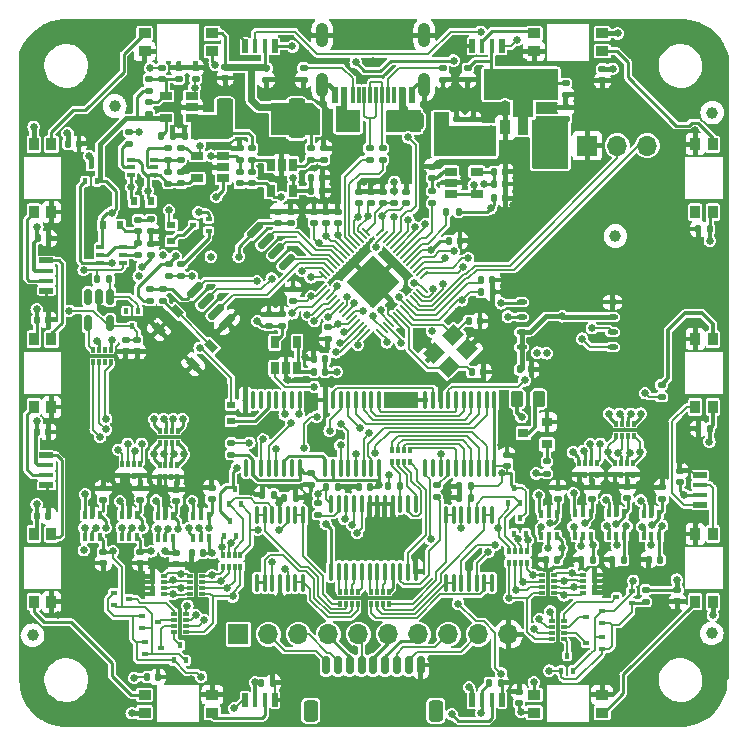
<source format=gtl>
G04 #@! TF.GenerationSoftware,KiCad,Pcbnew,7.0.7*
G04 #@! TF.CreationDate,2023-11-26T14:09:21+01:00*
G04 #@! TF.ProjectId,BusPirate-5-rev10,42757350-6972-4617-9465-2d352d726576,rev?*
G04 #@! TF.SameCoordinates,Original*
G04 #@! TF.FileFunction,Copper,L1,Top*
G04 #@! TF.FilePolarity,Positive*
%FSLAX46Y46*%
G04 Gerber Fmt 4.6, Leading zero omitted, Abs format (unit mm)*
G04 Created by KiCad (PCBNEW 7.0.7) date 2023-11-26 14:09:21*
%MOMM*%
%LPD*%
G01*
G04 APERTURE LIST*
G04 Aperture macros list*
%AMRoundRect*
0 Rectangle with rounded corners*
0 $1 Rounding radius*
0 $2 $3 $4 $5 $6 $7 $8 $9 X,Y pos of 4 corners*
0 Add a 4 corners polygon primitive as box body*
4,1,4,$2,$3,$4,$5,$6,$7,$8,$9,$2,$3,0*
0 Add four circle primitives for the rounded corners*
1,1,$1+$1,$2,$3*
1,1,$1+$1,$4,$5*
1,1,$1+$1,$6,$7*
1,1,$1+$1,$8,$9*
0 Add four rect primitives between the rounded corners*
20,1,$1+$1,$2,$3,$4,$5,0*
20,1,$1+$1,$4,$5,$6,$7,0*
20,1,$1+$1,$6,$7,$8,$9,0*
20,1,$1+$1,$8,$9,$2,$3,0*%
%AMRotRect*
0 Rectangle, with rotation*
0 The origin of the aperture is its center*
0 $1 length*
0 $2 width*
0 $3 Rotation angle, in degrees counterclockwise*
0 Add horizontal line*
21,1,$1,$2,0,0,$3*%
%AMFreePoly0*
4,1,5,0.215000,-0.575000,-0.215000,-0.575000,-0.215000,0.575000,0.215000,0.575000,0.215000,-0.575000,0.215000,-0.575000,$1*%
%AMFreePoly1*
4,1,9,3.862500,-0.866500,0.737500,-0.866500,0.737500,-0.450000,-0.737500,-0.450000,-0.737500,0.450000,0.737500,0.450000,0.737500,0.866500,3.862500,0.866500,3.862500,-0.866500,3.862500,-0.866500,$1*%
G04 Aperture macros list end*
G04 #@! TA.AperFunction,SMDPad,CuDef*
%ADD10R,1.050000X0.820000*%
G04 #@! TD*
G04 #@! TA.AperFunction,SMDPad,CuDef*
%ADD11R,0.820000X1.050000*%
G04 #@! TD*
G04 #@! TA.AperFunction,SMDPad,CuDef*
%ADD12RoundRect,0.147500X0.172500X-0.147500X0.172500X0.147500X-0.172500X0.147500X-0.172500X-0.147500X0*%
G04 #@! TD*
G04 #@! TA.AperFunction,SMDPad,CuDef*
%ADD13RoundRect,0.147500X-0.172500X0.147500X-0.172500X-0.147500X0.172500X-0.147500X0.172500X0.147500X0*%
G04 #@! TD*
G04 #@! TA.AperFunction,SMDPad,CuDef*
%ADD14RoundRect,0.147500X0.147500X0.172500X-0.147500X0.172500X-0.147500X-0.172500X0.147500X-0.172500X0*%
G04 #@! TD*
G04 #@! TA.AperFunction,SMDPad,CuDef*
%ADD15RoundRect,0.147500X-0.147500X-0.172500X0.147500X-0.172500X0.147500X0.172500X-0.147500X0.172500X0*%
G04 #@! TD*
G04 #@! TA.AperFunction,SMDPad,CuDef*
%ADD16RoundRect,0.140000X0.170000X-0.140000X0.170000X0.140000X-0.170000X0.140000X-0.170000X-0.140000X0*%
G04 #@! TD*
G04 #@! TA.AperFunction,SMDPad,CuDef*
%ADD17RoundRect,0.140000X-0.140000X-0.170000X0.140000X-0.170000X0.140000X0.170000X-0.140000X0.170000X0*%
G04 #@! TD*
G04 #@! TA.AperFunction,SMDPad,CuDef*
%ADD18R,0.400000X0.650000*%
G04 #@! TD*
G04 #@! TA.AperFunction,SMDPad,CuDef*
%ADD19RoundRect,0.243750X0.243750X0.456250X-0.243750X0.456250X-0.243750X-0.456250X0.243750X-0.456250X0*%
G04 #@! TD*
G04 #@! TA.AperFunction,SMDPad,CuDef*
%ADD20RoundRect,0.140000X0.140000X0.170000X-0.140000X0.170000X-0.140000X-0.170000X0.140000X-0.170000X0*%
G04 #@! TD*
G04 #@! TA.AperFunction,SMDPad,CuDef*
%ADD21RoundRect,0.135000X-0.185000X0.135000X-0.185000X-0.135000X0.185000X-0.135000X0.185000X0.135000X0*%
G04 #@! TD*
G04 #@! TA.AperFunction,SMDPad,CuDef*
%ADD22RoundRect,0.050000X-0.238649X-0.309359X0.309359X0.238649X0.238649X0.309359X-0.309359X-0.238649X0*%
G04 #@! TD*
G04 #@! TA.AperFunction,SMDPad,CuDef*
%ADD23RoundRect,0.050000X0.238649X-0.309359X0.309359X-0.238649X-0.238649X0.309359X-0.309359X0.238649X0*%
G04 #@! TD*
G04 #@! TA.AperFunction,ComponentPad*
%ADD24C,0.600000*%
G04 #@! TD*
G04 #@! TA.AperFunction,SMDPad,CuDef*
%ADD25RoundRect,0.144000X0.000000X-2.059095X2.059095X0.000000X0.000000X2.059095X-2.059095X0.000000X0*%
G04 #@! TD*
G04 #@! TA.AperFunction,SMDPad,CuDef*
%ADD26RoundRect,0.140000X-0.170000X0.140000X-0.170000X-0.140000X0.170000X-0.140000X0.170000X0.140000X0*%
G04 #@! TD*
G04 #@! TA.AperFunction,SMDPad,CuDef*
%ADD27RoundRect,0.100000X-0.100000X0.637500X-0.100000X-0.637500X0.100000X-0.637500X0.100000X0.637500X0*%
G04 #@! TD*
G04 #@! TA.AperFunction,SMDPad,CuDef*
%ADD28R,0.400000X0.500000*%
G04 #@! TD*
G04 #@! TA.AperFunction,SMDPad,CuDef*
%ADD29R,0.300000X0.500000*%
G04 #@! TD*
G04 #@! TA.AperFunction,SMDPad,CuDef*
%ADD30RoundRect,0.249998X0.262502X0.450002X-0.262502X0.450002X-0.262502X-0.450002X0.262502X-0.450002X0*%
G04 #@! TD*
G04 #@! TA.AperFunction,SMDPad,CuDef*
%ADD31RoundRect,0.150000X-0.353553X-0.565685X0.565685X0.353553X0.353553X0.565685X-0.565685X-0.353553X0*%
G04 #@! TD*
G04 #@! TA.AperFunction,SMDPad,CuDef*
%ADD32C,1.000000*%
G04 #@! TD*
G04 #@! TA.AperFunction,ComponentPad*
%ADD33R,1.700000X1.700000*%
G04 #@! TD*
G04 #@! TA.AperFunction,ComponentPad*
%ADD34O,1.700000X1.700000*%
G04 #@! TD*
G04 #@! TA.AperFunction,SMDPad,CuDef*
%ADD35RoundRect,0.135000X0.185000X-0.135000X0.185000X0.135000X-0.185000X0.135000X-0.185000X-0.135000X0*%
G04 #@! TD*
G04 #@! TA.AperFunction,SMDPad,CuDef*
%ADD36RoundRect,0.150000X-0.150000X-0.625000X0.150000X-0.625000X0.150000X0.625000X-0.150000X0.625000X0*%
G04 #@! TD*
G04 #@! TA.AperFunction,SMDPad,CuDef*
%ADD37RoundRect,0.249999X-0.350001X-0.650001X0.350001X-0.650001X0.350001X0.650001X-0.350001X0.650001X0*%
G04 #@! TD*
G04 #@! TA.AperFunction,SMDPad,CuDef*
%ADD38RotRect,1.400000X1.200000X45.000000*%
G04 #@! TD*
G04 #@! TA.AperFunction,SMDPad,CuDef*
%ADD39R,0.900000X0.800000*%
G04 #@! TD*
G04 #@! TA.AperFunction,SMDPad,CuDef*
%ADD40RotRect,1.050000X0.650000X315.000000*%
G04 #@! TD*
G04 #@! TA.AperFunction,SMDPad,CuDef*
%ADD41R,0.600000X0.700000*%
G04 #@! TD*
G04 #@! TA.AperFunction,SMDPad,CuDef*
%ADD42RoundRect,0.249999X0.450001X1.425001X-0.450001X1.425001X-0.450001X-1.425001X0.450001X-1.425001X0*%
G04 #@! TD*
G04 #@! TA.AperFunction,SMDPad,CuDef*
%ADD43R,0.400000X0.510000*%
G04 #@! TD*
G04 #@! TA.AperFunction,SMDPad,CuDef*
%ADD44R,1.060000X0.650000*%
G04 #@! TD*
G04 #@! TA.AperFunction,SMDPad,CuDef*
%ADD45R,0.650000X0.400000*%
G04 #@! TD*
G04 #@! TA.AperFunction,SMDPad,CuDef*
%ADD46R,0.500000X0.400000*%
G04 #@! TD*
G04 #@! TA.AperFunction,SMDPad,CuDef*
%ADD47R,0.500000X0.300000*%
G04 #@! TD*
G04 #@! TA.AperFunction,SMDPad,CuDef*
%ADD48RoundRect,0.100000X0.100000X-0.637500X0.100000X0.637500X-0.100000X0.637500X-0.100000X-0.637500X0*%
G04 #@! TD*
G04 #@! TA.AperFunction,SMDPad,CuDef*
%ADD49R,0.600000X1.450000*%
G04 #@! TD*
G04 #@! TA.AperFunction,SMDPad,CuDef*
%ADD50R,0.300000X1.450000*%
G04 #@! TD*
G04 #@! TA.AperFunction,ComponentPad*
%ADD51O,1.050000X2.100000*%
G04 #@! TD*
G04 #@! TA.AperFunction,SMDPad,CuDef*
%ADD52FreePoly0,90.000000*%
G04 #@! TD*
G04 #@! TA.AperFunction,SMDPad,CuDef*
%ADD53R,1.150000X0.430000*%
G04 #@! TD*
G04 #@! TA.AperFunction,SMDPad,CuDef*
%ADD54FreePoly0,0.000000*%
G04 #@! TD*
G04 #@! TA.AperFunction,SMDPad,CuDef*
%ADD55R,0.430000X1.150000*%
G04 #@! TD*
G04 #@! TA.AperFunction,SMDPad,CuDef*
%ADD56FreePoly0,270.000000*%
G04 #@! TD*
G04 #@! TA.AperFunction,SMDPad,CuDef*
%ADD57FreePoly0,180.000000*%
G04 #@! TD*
G04 #@! TA.AperFunction,SMDPad,CuDef*
%ADD58R,0.700000X0.600000*%
G04 #@! TD*
G04 #@! TA.AperFunction,SMDPad,CuDef*
%ADD59R,0.510000X0.400000*%
G04 #@! TD*
G04 #@! TA.AperFunction,SMDPad,CuDef*
%ADD60RoundRect,0.135000X0.135000X0.185000X-0.135000X0.185000X-0.135000X-0.185000X0.135000X-0.185000X0*%
G04 #@! TD*
G04 #@! TA.AperFunction,SMDPad,CuDef*
%ADD61R,0.900000X1.300000*%
G04 #@! TD*
G04 #@! TA.AperFunction,SMDPad,CuDef*
%ADD62FreePoly1,90.000000*%
G04 #@! TD*
G04 #@! TA.AperFunction,SMDPad,CuDef*
%ADD63R,0.650000X1.060000*%
G04 #@! TD*
G04 #@! TA.AperFunction,SMDPad,CuDef*
%ADD64RoundRect,0.202500X0.247500X0.022500X-0.247500X0.022500X-0.247500X-0.022500X0.247500X-0.022500X0*%
G04 #@! TD*
G04 #@! TA.AperFunction,SMDPad,CuDef*
%ADD65RoundRect,0.150000X-0.150000X0.512500X-0.150000X-0.512500X0.150000X-0.512500X0.150000X0.512500X0*%
G04 #@! TD*
G04 #@! TA.AperFunction,ViaPad*
%ADD66C,0.654800*%
G04 #@! TD*
G04 #@! TA.AperFunction,Conductor*
%ADD67C,0.203200*%
G04 #@! TD*
G04 #@! TA.AperFunction,Conductor*
%ADD68C,0.254000*%
G04 #@! TD*
G04 #@! TA.AperFunction,Conductor*
%ADD69C,0.304800*%
G04 #@! TD*
G04 #@! TA.AperFunction,Conductor*
%ADD70C,0.406400*%
G04 #@! TD*
G04 #@! TA.AperFunction,Conductor*
%ADD71C,0.250000*%
G04 #@! TD*
G04 #@! TA.AperFunction,Conductor*
%ADD72C,0.609600*%
G04 #@! TD*
G04 #@! TA.AperFunction,Conductor*
%ADD73C,0.177800*%
G04 #@! TD*
G04 APERTURE END LIST*
D10*
X116275000Y-61350000D03*
X116275000Y-62850000D03*
X110525000Y-62850000D03*
X110525000Y-61350000D03*
X143525000Y-118850000D03*
X143525000Y-117350000D03*
X149275000Y-117350000D03*
X149275000Y-118850000D03*
D11*
X101150000Y-103725000D03*
X102650000Y-103725000D03*
X102650000Y-109475000D03*
X101150000Y-109475000D03*
D10*
X149275000Y-61350000D03*
X149275000Y-62850000D03*
X143525000Y-62850000D03*
X143525000Y-61350000D03*
D11*
X158650000Y-76475000D03*
X157150000Y-76475000D03*
X157150000Y-70725000D03*
X158650000Y-70725000D03*
D10*
X110525000Y-118850000D03*
X110525000Y-117350000D03*
X116275000Y-117350000D03*
X116275000Y-118850000D03*
D11*
X101150000Y-70725000D03*
X102650000Y-70725000D03*
X102650000Y-76475000D03*
X101150000Y-76475000D03*
X101150000Y-87225000D03*
X102650000Y-87225000D03*
X102650000Y-92975000D03*
X101150000Y-92975000D03*
D12*
X146200000Y-68585000D03*
X146200000Y-67615000D03*
D13*
X151405000Y-99740000D03*
X151405000Y-100710000D03*
X145530000Y-99815000D03*
X145530000Y-100785000D03*
D14*
X151085000Y-105900000D03*
X150115000Y-105900000D03*
D12*
X128680000Y-75705000D03*
X128680000Y-74735000D03*
D13*
X107030000Y-105215000D03*
X107030000Y-106185000D03*
D14*
X126880574Y-99727186D03*
X125910574Y-99727186D03*
D13*
X154380000Y-99765000D03*
X154380000Y-100735000D03*
X148430000Y-99765000D03*
X148430000Y-100735000D03*
D15*
X136265000Y-78900000D03*
X137235000Y-78900000D03*
D13*
X129680000Y-74735000D03*
X129680000Y-75705000D03*
D16*
X130680000Y-75700000D03*
X130680000Y-74740000D03*
D13*
X126050000Y-86245000D03*
X126050000Y-87215000D03*
D12*
X125880000Y-77405000D03*
X125880000Y-76435000D03*
X132700000Y-75705000D03*
X132700000Y-74735000D03*
D15*
X139040000Y-83250000D03*
X140010000Y-83250000D03*
D12*
X121850000Y-77405000D03*
X121850000Y-76435000D03*
D15*
X137965000Y-85700000D03*
X138935000Y-85700000D03*
D17*
X139020000Y-82225000D03*
X139980000Y-82225000D03*
D18*
X106750000Y-102100000D03*
X106100000Y-102100000D03*
X105450000Y-102100000D03*
X105450000Y-104000000D03*
X106100000Y-104000000D03*
X106750000Y-104000000D03*
X115950000Y-102200000D03*
X115300000Y-102200000D03*
X114650000Y-102200000D03*
X114650000Y-104100000D03*
X115300000Y-104100000D03*
X115950000Y-104100000D03*
X145430000Y-102004668D03*
X144780000Y-102004668D03*
X144130000Y-102004668D03*
X144130000Y-103904668D03*
X144780000Y-103904668D03*
X145430000Y-103904668D03*
X151125000Y-101975000D03*
X150475000Y-101975000D03*
X149825000Y-101975000D03*
X149825000Y-103875000D03*
X150475000Y-103875000D03*
X151125000Y-103875000D03*
D12*
X129580000Y-72025000D03*
X129580000Y-71055000D03*
X130700000Y-72025000D03*
X130700000Y-71055000D03*
X124000000Y-65265000D03*
X124000000Y-64295000D03*
D19*
X135537500Y-68750000D03*
X133662500Y-68750000D03*
D17*
X157420000Y-77900000D03*
X158380000Y-77900000D03*
D20*
X102430000Y-78700000D03*
X101470000Y-78700000D03*
D16*
X137900000Y-65260000D03*
X137900000Y-64300000D03*
D20*
X104980000Y-70700000D03*
X104020000Y-70700000D03*
X102380000Y-85600000D03*
X101420000Y-85600000D03*
X102380000Y-95100000D03*
X101420000Y-95100000D03*
D16*
X149300000Y-65330000D03*
X149300000Y-64370000D03*
X120850000Y-65260000D03*
X120850000Y-64300000D03*
D12*
X124880000Y-77405000D03*
X124880000Y-76435000D03*
D21*
X131680000Y-74710000D03*
X131680000Y-75730000D03*
D16*
X122900000Y-77400000D03*
X122900000Y-76440000D03*
D22*
X125630843Y-83022202D03*
X125913686Y-83305045D03*
X126196528Y-83587887D03*
X126479371Y-83870730D03*
X126762214Y-84153573D03*
X127045056Y-84436415D03*
X127327899Y-84719258D03*
X127610742Y-85002101D03*
X127893585Y-85284944D03*
X128176427Y-85567786D03*
X128459270Y-85850629D03*
X128742113Y-86133472D03*
X129024955Y-86416314D03*
X129307798Y-86699157D03*
D23*
X130492202Y-86699157D03*
X130775045Y-86416314D03*
X131057887Y-86133472D03*
X131340730Y-85850629D03*
X131623573Y-85567786D03*
X131906415Y-85284944D03*
X132189258Y-85002101D03*
X132472101Y-84719258D03*
X132754944Y-84436415D03*
X133037786Y-84153573D03*
X133320629Y-83870730D03*
X133603472Y-83587887D03*
X133886314Y-83305045D03*
X134169157Y-83022202D03*
D22*
X134169157Y-81837798D03*
X133886314Y-81554955D03*
X133603472Y-81272113D03*
X133320629Y-80989270D03*
X133037786Y-80706427D03*
X132754944Y-80423585D03*
X132472101Y-80140742D03*
X132189258Y-79857899D03*
X131906415Y-79575056D03*
X131623573Y-79292214D03*
X131340730Y-79009371D03*
X131057887Y-78726528D03*
X130775045Y-78443686D03*
X130492202Y-78160843D03*
D23*
X129307798Y-78160843D03*
X129024955Y-78443686D03*
X128742113Y-78726528D03*
X128459270Y-79009371D03*
X128176427Y-79292214D03*
X127893585Y-79575056D03*
X127610742Y-79857899D03*
X127327899Y-80140742D03*
X127045056Y-80423585D03*
X126762214Y-80706427D03*
X126479371Y-80989270D03*
X126196528Y-81272113D03*
X125913686Y-81554955D03*
X125630843Y-81837798D03*
D24*
X128096878Y-82430000D03*
X128998439Y-83331561D03*
X129900000Y-84233122D03*
X128998439Y-81528439D03*
X129900000Y-82430000D03*
D25*
X129900000Y-82430000D03*
D24*
X130801561Y-83331561D03*
X129900000Y-80626878D03*
X130801561Y-81528439D03*
X131703122Y-82430000D03*
D26*
X136950000Y-68620000D03*
X136950000Y-69580000D03*
X138350000Y-68620000D03*
X138350000Y-69580000D03*
D17*
X128678596Y-99737190D03*
X129638596Y-99737190D03*
D27*
X130375000Y-92387500D03*
X129725000Y-92387500D03*
X129075000Y-92387500D03*
X128425000Y-92387500D03*
X127775000Y-92387500D03*
X127125000Y-92387500D03*
X126475000Y-92387500D03*
X125825000Y-92387500D03*
X125825000Y-98112500D03*
X126475000Y-98112500D03*
X127125000Y-98112500D03*
X127775000Y-98112500D03*
X128425000Y-98112500D03*
X129075000Y-98112500D03*
X129725000Y-98112500D03*
X130375000Y-98112500D03*
D16*
X126880000Y-77400000D03*
X126880000Y-76440000D03*
D28*
X111800000Y-98900000D03*
D29*
X112300000Y-98900000D03*
X112800000Y-98900000D03*
D28*
X113300000Y-98900000D03*
X113300000Y-97900000D03*
D29*
X112800000Y-97900000D03*
X112300000Y-97900000D03*
D28*
X111800000Y-97900000D03*
D30*
X143912500Y-92300000D03*
X142087500Y-92300000D03*
D28*
X150350000Y-98700000D03*
D29*
X150850000Y-98700000D03*
X151350000Y-98700000D03*
D28*
X151850000Y-98700000D03*
X151850000Y-97700000D03*
D29*
X151350000Y-97700000D03*
X150850000Y-97700000D03*
D28*
X150350000Y-97700000D03*
D31*
X114807377Y-83098546D03*
X115705403Y-83996572D03*
X116603428Y-84894597D03*
X117501454Y-85792623D03*
X122592623Y-80701454D03*
X121694597Y-79803428D03*
X120796572Y-78905403D03*
X119898546Y-78007377D03*
D21*
X112080000Y-82970000D03*
X112080000Y-83990000D03*
D32*
X158600000Y-68050000D03*
X101050000Y-112300000D03*
D26*
X142247961Y-117070141D03*
X142247961Y-118030141D03*
D20*
X102380000Y-102200000D03*
X101420000Y-102200000D03*
X140688000Y-116332000D03*
X139728000Y-116332000D03*
X121384000Y-116332000D03*
X120424000Y-116332000D03*
X111659494Y-115831572D03*
X110699494Y-115831572D03*
D12*
X124627951Y-99563197D03*
X124627951Y-98593197D03*
D26*
X146200000Y-65570000D03*
X146200000Y-66530000D03*
D33*
X148010000Y-70850000D03*
D34*
X150550000Y-70850000D03*
X153090000Y-70850000D03*
D35*
X111000000Y-83990000D03*
X111000000Y-82970000D03*
D32*
X108000000Y-67500000D03*
X150400000Y-78500000D03*
X158550000Y-112150000D03*
D16*
X155650000Y-109430000D03*
X155650000Y-108470000D03*
D12*
X135800000Y-65265000D03*
X135800000Y-64295000D03*
D36*
X125900000Y-114820000D03*
X126900000Y-114820000D03*
X127900000Y-114820000D03*
X128900000Y-114820000D03*
X129900000Y-114820000D03*
X130900000Y-114820000D03*
X131900000Y-114820000D03*
X132900000Y-114820000D03*
X133900000Y-114820000D03*
D37*
X124600000Y-118695000D03*
X135200000Y-118695000D03*
D27*
X140145000Y-92387500D03*
X139495000Y-92387500D03*
X138845000Y-92387500D03*
X138195000Y-92387500D03*
X137545000Y-92387500D03*
X136895000Y-92387500D03*
X136245000Y-92387500D03*
X135595000Y-92387500D03*
X134945000Y-92387500D03*
X134295000Y-92387500D03*
X134295000Y-98112500D03*
X134945000Y-98112500D03*
X135595000Y-98112500D03*
X136245000Y-98112500D03*
X136895000Y-98112500D03*
X137545000Y-98112500D03*
X138195000Y-98112500D03*
X138845000Y-98112500D03*
X139495000Y-98112500D03*
X140145000Y-98112500D03*
D16*
X122170000Y-86100000D03*
X122170000Y-85140000D03*
D38*
X136273223Y-89628858D03*
X137828858Y-88073223D03*
X136626777Y-86871142D03*
X135071142Y-88426777D03*
D12*
X117864500Y-97005000D03*
X117864500Y-96035000D03*
D15*
X131172023Y-99660448D03*
X132142023Y-99660448D03*
D26*
X121070000Y-85140000D03*
X121070000Y-86100000D03*
D15*
X124865000Y-90000000D03*
X125835000Y-90000000D03*
D12*
X123100000Y-83985000D03*
X123100000Y-83015000D03*
D39*
X144600000Y-96150000D03*
X144600000Y-94250000D03*
X142600000Y-95200000D03*
D15*
X138235000Y-90020000D03*
X139205000Y-90020000D03*
D40*
X113242893Y-84892614D03*
X116177386Y-87827107D03*
X111722614Y-86412893D03*
X114657107Y-89347386D03*
D41*
X111050000Y-75550000D03*
X109650000Y-75550000D03*
D26*
X155850000Y-98370000D03*
X155850000Y-99330000D03*
D15*
X124615000Y-74650000D03*
X125585000Y-74650000D03*
D14*
X125570000Y-73550000D03*
X124600000Y-73550000D03*
D12*
X113420000Y-65235000D03*
X113420000Y-64265000D03*
D35*
X109980000Y-80140000D03*
X109980000Y-79120000D03*
D21*
X111070000Y-77090000D03*
X111070000Y-78110000D03*
D13*
X109980000Y-77115000D03*
X109980000Y-78085000D03*
D12*
X111070000Y-80115000D03*
X111070000Y-79145000D03*
D21*
X109220000Y-69690000D03*
X109220000Y-70710000D03*
D35*
X112550000Y-74070000D03*
X112550000Y-73050000D03*
D21*
X112550000Y-71030000D03*
X112550000Y-72050000D03*
D20*
X114890000Y-70000000D03*
X113930000Y-70000000D03*
D13*
X111990000Y-64265000D03*
X111990000Y-65235000D03*
D12*
X119630000Y-74045000D03*
X119630000Y-73075000D03*
D42*
X123400000Y-68550000D03*
X117300000Y-68550000D03*
D12*
X124600000Y-72025000D03*
X124600000Y-71055000D03*
D13*
X125700000Y-71065000D03*
X125700000Y-72035000D03*
X118600000Y-73075000D03*
X118600000Y-74045000D03*
X118600000Y-71065000D03*
X118600000Y-72035000D03*
D12*
X113600000Y-74045000D03*
X113600000Y-73075000D03*
X119650000Y-72025000D03*
X119650000Y-71055000D03*
D35*
X113600000Y-72050000D03*
X113600000Y-71030000D03*
D16*
X117350000Y-65130000D03*
X117350000Y-64170000D03*
D43*
X105500000Y-73855000D03*
X106500000Y-73855000D03*
X106000000Y-72565000D03*
D21*
X112600000Y-80890000D03*
X112600000Y-81910000D03*
X113650000Y-80890000D03*
X113650000Y-81910000D03*
D17*
X111950000Y-70000000D03*
X112910000Y-70000000D03*
D12*
X114850000Y-65235000D03*
X114850000Y-64265000D03*
D44*
X114520000Y-68550000D03*
X114520000Y-67600000D03*
X114520000Y-66650000D03*
X112320000Y-66650000D03*
X112320000Y-68550000D03*
D45*
X109400000Y-72050000D03*
X109400000Y-72700000D03*
X109400000Y-73350000D03*
X111300000Y-73350000D03*
X111300000Y-72700000D03*
X111300000Y-72050000D03*
X108680000Y-80750000D03*
X108680000Y-80100000D03*
X108680000Y-79450000D03*
X106780000Y-79450000D03*
X106780000Y-80100000D03*
X106780000Y-80750000D03*
D41*
X107030000Y-77600000D03*
X108430000Y-77600000D03*
D46*
X144200000Y-107200000D03*
D47*
X144200000Y-107700000D03*
X144200000Y-108200000D03*
D46*
X144200000Y-108700000D03*
X145200000Y-108700000D03*
D47*
X145200000Y-108200000D03*
X145200000Y-107700000D03*
D46*
X145200000Y-107200000D03*
D48*
X126325000Y-106912500D03*
X126975000Y-106912500D03*
X127625000Y-106912500D03*
X128275000Y-106912500D03*
X128925000Y-106912500D03*
X129575000Y-106912500D03*
X130225000Y-106912500D03*
X130875000Y-106912500D03*
X131525000Y-106912500D03*
X132175000Y-106912500D03*
X132825000Y-106912500D03*
X133475000Y-106912500D03*
X133475000Y-101187500D03*
X132825000Y-101187500D03*
X132175000Y-101187500D03*
X131525000Y-101187500D03*
X130875000Y-101187500D03*
X130225000Y-101187500D03*
X129575000Y-101187500D03*
X128925000Y-101187500D03*
X128275000Y-101187500D03*
X127625000Y-101187500D03*
X126975000Y-101187500D03*
X126325000Y-101187500D03*
D18*
X148298865Y-101977768D03*
X147648865Y-101977768D03*
X146998865Y-101977768D03*
X146998865Y-103877768D03*
X147648865Y-103877768D03*
X148298865Y-103877768D03*
D14*
X145485000Y-105900000D03*
X144515000Y-105900000D03*
D35*
X144600000Y-98610000D03*
X144600000Y-97590000D03*
D14*
X148485000Y-105900000D03*
X147515000Y-105900000D03*
D28*
X108650000Y-98800000D03*
D29*
X109150000Y-98800000D03*
X109650000Y-98800000D03*
D28*
X110150000Y-98800000D03*
X110150000Y-97800000D03*
D29*
X109650000Y-97800000D03*
X109150000Y-97800000D03*
D28*
X108650000Y-97800000D03*
D26*
X141224000Y-97056000D03*
X141224000Y-98016000D03*
D18*
X112950000Y-102200000D03*
X112300000Y-102200000D03*
X111650000Y-102200000D03*
X111650000Y-104100000D03*
X112300000Y-104100000D03*
X112950000Y-104100000D03*
D28*
X147350000Y-98700000D03*
D29*
X147850000Y-98700000D03*
X148350000Y-98700000D03*
D28*
X148850000Y-98700000D03*
X148850000Y-97700000D03*
D29*
X148350000Y-97700000D03*
X147850000Y-97700000D03*
D28*
X147350000Y-97700000D03*
X111850000Y-96000000D03*
D29*
X112350000Y-96000000D03*
X112850000Y-96000000D03*
D28*
X113350000Y-96000000D03*
X113350000Y-95000000D03*
D29*
X112850000Y-95000000D03*
X112350000Y-95000000D03*
D28*
X111850000Y-95000000D03*
D18*
X109900000Y-102100000D03*
X109250000Y-102100000D03*
X108600000Y-102100000D03*
X108600000Y-104000000D03*
X109250000Y-104000000D03*
X109900000Y-104000000D03*
D13*
X113230000Y-105315000D03*
X113230000Y-106285000D03*
X116200000Y-99815000D03*
X116200000Y-100785000D03*
X107030000Y-99865000D03*
X107030000Y-100835000D03*
X110180000Y-99865000D03*
X110180000Y-100835000D03*
X110180000Y-105215000D03*
X110180000Y-106185000D03*
X113230000Y-99965000D03*
X113230000Y-100935000D03*
D28*
X150450000Y-95400000D03*
D29*
X150950000Y-95400000D03*
X151450000Y-95400000D03*
D28*
X151950000Y-95400000D03*
X151950000Y-94400000D03*
D29*
X151450000Y-94400000D03*
X150950000Y-94400000D03*
D28*
X150450000Y-94400000D03*
D46*
X112200000Y-108800000D03*
D47*
X112200000Y-108300000D03*
X112200000Y-107800000D03*
D46*
X112200000Y-107300000D03*
X111200000Y-107300000D03*
D47*
X111200000Y-107800000D03*
X111200000Y-108300000D03*
D46*
X111200000Y-108800000D03*
D18*
X154100000Y-102000000D03*
X153450000Y-102000000D03*
X152800000Y-102000000D03*
X152800000Y-103900000D03*
X153450000Y-103900000D03*
X154100000Y-103900000D03*
D11*
X158650000Y-109475000D03*
X157150000Y-109475000D03*
X157150000Y-103725000D03*
X158650000Y-103725000D03*
D49*
X133150000Y-66595000D03*
X132350000Y-66595000D03*
D50*
X131150000Y-66595000D03*
X130150000Y-66595000D03*
X129650000Y-66595000D03*
X128650000Y-66595000D03*
D49*
X126650000Y-66595000D03*
X127450000Y-66595000D03*
D50*
X128150000Y-66595000D03*
X129150000Y-66595000D03*
X130650000Y-66595000D03*
X131650000Y-66595000D03*
D51*
X134220000Y-65680000D03*
X125580000Y-65680000D03*
X134220000Y-61500000D03*
X125580000Y-61500000D03*
D27*
X123650500Y-92387500D03*
X123000500Y-92387500D03*
X122350500Y-92387500D03*
X121700500Y-92387500D03*
X121050500Y-92387500D03*
X120400500Y-92387500D03*
X119750500Y-92387500D03*
X119100500Y-92387500D03*
X119100500Y-98112500D03*
X119750500Y-98112500D03*
X120400500Y-98112500D03*
X121050500Y-98112500D03*
X121700500Y-98112500D03*
X122350500Y-98112500D03*
X123000500Y-98112500D03*
X123650500Y-98112500D03*
D14*
X154185000Y-105900000D03*
X153215000Y-105900000D03*
D52*
X157575000Y-98725000D03*
D53*
X157575000Y-99575000D03*
X157575000Y-100425000D03*
D52*
X157575000Y-101275000D03*
D54*
X140775000Y-117775000D03*
D55*
X139925000Y-117775000D03*
X139075000Y-117775000D03*
D54*
X138225000Y-117775000D03*
X121575000Y-117775000D03*
D55*
X120725000Y-117775000D03*
X119875000Y-117775000D03*
D54*
X119025000Y-117775000D03*
D56*
X102225000Y-99625000D03*
D53*
X102225000Y-98775000D03*
X102225000Y-97925000D03*
D56*
X102225000Y-97075000D03*
X102225000Y-83125000D03*
D53*
X102225000Y-82275000D03*
X102225000Y-81425000D03*
D56*
X102225000Y-80575000D03*
D57*
X119025000Y-62425000D03*
D55*
X119875000Y-62425000D03*
X120725000Y-62425000D03*
D57*
X121575000Y-62425000D03*
X138225000Y-62425000D03*
D55*
X139075000Y-62425000D03*
X139925000Y-62425000D03*
D57*
X140775000Y-62425000D03*
D28*
X131500000Y-97600000D03*
D29*
X132000000Y-97600000D03*
X132500000Y-97600000D03*
D28*
X133000000Y-97600000D03*
X133000000Y-96600000D03*
D29*
X132500000Y-96600000D03*
X132000000Y-96600000D03*
D28*
X131500000Y-96600000D03*
D46*
X147650000Y-107200000D03*
D47*
X147650000Y-107700000D03*
X147650000Y-108200000D03*
D46*
X147650000Y-108700000D03*
X148650000Y-108700000D03*
D47*
X148650000Y-108200000D03*
X148650000Y-107700000D03*
D46*
X148650000Y-107200000D03*
X115400000Y-108800000D03*
D47*
X115400000Y-108300000D03*
X115400000Y-107800000D03*
D46*
X115400000Y-107300000D03*
X114400000Y-107300000D03*
D47*
X114400000Y-107800000D03*
X114400000Y-108300000D03*
D46*
X114400000Y-108800000D03*
D35*
X135275327Y-100640100D03*
X135275327Y-99620100D03*
D14*
X115485000Y-105350000D03*
X114515000Y-105350000D03*
D58*
X117864500Y-92772000D03*
X117864500Y-94172000D03*
D59*
X115945000Y-78050000D03*
X115945000Y-77050000D03*
X114655000Y-77550000D03*
D17*
X140120000Y-73050000D03*
X141080000Y-73050000D03*
D20*
X141080000Y-74100000D03*
X140120000Y-74100000D03*
D26*
X134900000Y-72620000D03*
X134900000Y-73580000D03*
D20*
X141080000Y-75300000D03*
X140120000Y-75300000D03*
D21*
X134900000Y-74710000D03*
X134900000Y-75730000D03*
D60*
X137110000Y-76450000D03*
X136090000Y-76450000D03*
D61*
X141070000Y-69300000D03*
D62*
X142570000Y-69212500D03*
D61*
X144070000Y-69300000D03*
D16*
X110900000Y-68130000D03*
X110900000Y-67170000D03*
D12*
X110900000Y-66185000D03*
X110900000Y-65215000D03*
D58*
X112800000Y-77550000D03*
X112800000Y-78950000D03*
D44*
X117200000Y-73630000D03*
X117200000Y-72680000D03*
X117200000Y-71730000D03*
X115000000Y-71730000D03*
X115000000Y-73630000D03*
D59*
X151765000Y-109585000D03*
X151765000Y-108585000D03*
X150475000Y-109085000D03*
X149225000Y-111284269D03*
X149225000Y-110284269D03*
X147935000Y-110784269D03*
D43*
X145812000Y-115316000D03*
X146812000Y-115316000D03*
X146312000Y-114026000D03*
D35*
X152977573Y-109466257D03*
X152977573Y-108446257D03*
D59*
X149226608Y-113466110D03*
X149226608Y-112466110D03*
X147936608Y-112966110D03*
D46*
X145050000Y-111125000D03*
D47*
X145050000Y-111625000D03*
X145050000Y-112125000D03*
D46*
X145050000Y-112625000D03*
X146050000Y-112625000D03*
D47*
X146050000Y-112125000D03*
X146050000Y-111625000D03*
D46*
X146050000Y-111125000D03*
X114030000Y-111990000D03*
D47*
X114030000Y-111490000D03*
X114030000Y-110990000D03*
D46*
X114030000Y-110490000D03*
X113030000Y-110490000D03*
D47*
X113030000Y-110990000D03*
X113030000Y-111490000D03*
D46*
X113030000Y-111990000D03*
D59*
X110347709Y-110679210D03*
X110347709Y-111679210D03*
X111637709Y-111179210D03*
D43*
X113025614Y-114428421D03*
X114025614Y-114428421D03*
X113525614Y-113138421D03*
D59*
X110605195Y-112873968D03*
X110605195Y-113873968D03*
X111895195Y-113373968D03*
X107930000Y-108720000D03*
X107930000Y-109720000D03*
X109220000Y-109220000D03*
D28*
X131240000Y-108650000D03*
D29*
X130740000Y-108650000D03*
X130240000Y-108650000D03*
D28*
X129740000Y-108650000D03*
X129740000Y-109650000D03*
D29*
X130240000Y-109650000D03*
X130740000Y-109650000D03*
D28*
X131240000Y-109650000D03*
X128580000Y-108650000D03*
D29*
X128080000Y-108650000D03*
X127580000Y-108650000D03*
D28*
X127080000Y-108650000D03*
X127080000Y-109650000D03*
D29*
X127580000Y-109650000D03*
X128080000Y-109650000D03*
D28*
X128580000Y-109650000D03*
X106173997Y-89166082D03*
D29*
X106673997Y-89166082D03*
X107173997Y-89166082D03*
D28*
X107673997Y-89166082D03*
X107673997Y-88166082D03*
D29*
X107173997Y-88166082D03*
X106673997Y-88166082D03*
D28*
X106173997Y-88166082D03*
D63*
X123100000Y-72460000D03*
X122150000Y-72460000D03*
X121200000Y-72460000D03*
X121200000Y-74660000D03*
X123100000Y-74660000D03*
D44*
X136450000Y-73050000D03*
X136450000Y-74000000D03*
X136450000Y-74950000D03*
X138650000Y-74950000D03*
X138650000Y-73050000D03*
D63*
X121550000Y-89700000D03*
X122500000Y-89700000D03*
X123450000Y-89700000D03*
X123450000Y-87500000D03*
X121550000Y-87500000D03*
D15*
X124859184Y-88913667D03*
X125829184Y-88913667D03*
D17*
X157420000Y-94800000D03*
X158380000Y-94800000D03*
D11*
X158650000Y-92975000D03*
X157150000Y-92975000D03*
X157150000Y-87225000D03*
X158650000Y-87225000D03*
D17*
X142320000Y-89800000D03*
X143280000Y-89800000D03*
D64*
X150150000Y-87905000D03*
X150150000Y-86635000D03*
X150150000Y-85365000D03*
X150150000Y-84095000D03*
X142450000Y-84095000D03*
X142450000Y-85365000D03*
X142450000Y-86635000D03*
X142450000Y-87905000D03*
D35*
X154300000Y-92120000D03*
X154300000Y-91100000D03*
D27*
X139950000Y-102137500D03*
X139300000Y-102137500D03*
X138650000Y-102137500D03*
X138000000Y-102137500D03*
X137350000Y-102137500D03*
X136700000Y-102137500D03*
X136050000Y-102137500D03*
X136050000Y-107862500D03*
X136700000Y-107862500D03*
X137350000Y-107862500D03*
X138000000Y-107862500D03*
X138650000Y-107862500D03*
X139300000Y-107862500D03*
X139950000Y-107862500D03*
D35*
X125233892Y-102112000D03*
X125233892Y-101092000D03*
D16*
X109920864Y-88270789D03*
X109920864Y-87310789D03*
D17*
X137188000Y-99697012D03*
X138148000Y-99697012D03*
D43*
X117250123Y-103906000D03*
X118250123Y-103906000D03*
X117750123Y-102616000D03*
X117660849Y-101229000D03*
X118660849Y-101229000D03*
X118160849Y-99939000D03*
D26*
X108925662Y-87299471D03*
X108925662Y-88259471D03*
D27*
X123950000Y-102137500D03*
X123300000Y-102137500D03*
X122650000Y-102137500D03*
X122000000Y-102137500D03*
X121350000Y-102137500D03*
X120700000Y-102137500D03*
X120050000Y-102137500D03*
X120050000Y-107862500D03*
X120700000Y-107862500D03*
X121350000Y-107862500D03*
X122000000Y-107862500D03*
X122650000Y-107862500D03*
X123300000Y-107862500D03*
X123950000Y-107862500D03*
D60*
X107543715Y-82151918D03*
X106523715Y-82151918D03*
D43*
X109970791Y-84855144D03*
X108970791Y-84855144D03*
X109470791Y-86145144D03*
D17*
X120487149Y-100389462D03*
X121447149Y-100389462D03*
D20*
X123327008Y-100646986D03*
X122367008Y-100646986D03*
D43*
X141342965Y-101134720D03*
X142342965Y-101134720D03*
X141842965Y-99844720D03*
X141803512Y-103696295D03*
X142803512Y-103696295D03*
X142303512Y-102406295D03*
D17*
X137188000Y-100665442D03*
X138148000Y-100665442D03*
D28*
X118650000Y-105500000D03*
D29*
X118150000Y-105500000D03*
X117650000Y-105500000D03*
D28*
X117150000Y-105500000D03*
X117150000Y-106500000D03*
D29*
X117650000Y-106500000D03*
X118150000Y-106500000D03*
D28*
X118650000Y-106500000D03*
D65*
X107630000Y-83632500D03*
X106680000Y-83632500D03*
X105730000Y-83632500D03*
X105730000Y-85907500D03*
X107630000Y-85907500D03*
D28*
X142900000Y-105200000D03*
D29*
X142400000Y-105200000D03*
X141900000Y-105200000D03*
D28*
X141400000Y-105200000D03*
X141400000Y-106200000D03*
D29*
X141900000Y-106200000D03*
X142400000Y-106200000D03*
D28*
X142900000Y-106200000D03*
D33*
X118470000Y-112220000D03*
D34*
X121010000Y-112220000D03*
X123550000Y-112220000D03*
X126090000Y-112220000D03*
X128630000Y-112220000D03*
X131170000Y-112220000D03*
X133710000Y-112220000D03*
X136250000Y-112220000D03*
X138790000Y-112220000D03*
X141330000Y-112220000D03*
D66*
X102400000Y-68300000D03*
X102500000Y-84700000D03*
X135800000Y-63000000D03*
X130700000Y-73900000D03*
X147150000Y-66550000D03*
X157100000Y-69500000D03*
X144650000Y-73500000D03*
X129900000Y-73900000D03*
X108100000Y-117600000D03*
X152050000Y-62600000D03*
X102500000Y-94200000D03*
X102500000Y-101200000D03*
X102600000Y-77600000D03*
X157200000Y-78900000D03*
X138100000Y-78900000D03*
X103236500Y-110599171D03*
X118650000Y-61350000D03*
X129100000Y-73900000D03*
X156500000Y-94800000D03*
X141300000Y-110800000D03*
X131950000Y-119250000D03*
X130600000Y-119250000D03*
X129150000Y-119250000D03*
X127800000Y-119250000D03*
X126450000Y-119250000D03*
X133300000Y-119250000D03*
X153750000Y-74750000D03*
X107550000Y-62750000D03*
X147150000Y-67600000D03*
X126850000Y-73900000D03*
X117400000Y-66000000D03*
X124000000Y-66200000D03*
X124850000Y-75500000D03*
X113450000Y-68650000D03*
X113450000Y-67600000D03*
X115750000Y-67600000D03*
X123850000Y-76450000D03*
X120850000Y-76450000D03*
X112500000Y-87200000D03*
X120050000Y-84500000D03*
X111900000Y-78100000D03*
X118872000Y-88392000D03*
X137000000Y-66200000D03*
X116100000Y-72680000D03*
X115700000Y-64250000D03*
X123550000Y-114400000D03*
X140208000Y-111130000D03*
X135050000Y-111140000D03*
X144600000Y-100900000D03*
X117000500Y-95750000D03*
X149300000Y-66200000D03*
X131550000Y-102400000D03*
X141100000Y-72050000D03*
X142350000Y-73550000D03*
X114500000Y-72650000D03*
X117600000Y-70900000D03*
X138350000Y-66450000D03*
X146950000Y-73500000D03*
X151892000Y-87376000D03*
X148250000Y-78700000D03*
X143350000Y-87325000D03*
X151550000Y-82150000D03*
X156100000Y-67950000D03*
X131300000Y-84350000D03*
X122428000Y-65532000D03*
X123700000Y-117500000D03*
X141050000Y-70700000D03*
X115468673Y-90159295D03*
X133462770Y-105734500D03*
X124742023Y-92450163D03*
X112800000Y-89800000D03*
X130350000Y-105450000D03*
X141750000Y-75850000D03*
X135800000Y-66100000D03*
X110300000Y-107700000D03*
X124200000Y-63000000D03*
X139700000Y-86868000D03*
X127900000Y-89300000D03*
X138100000Y-86800000D03*
X147500000Y-100850000D03*
X146850000Y-87750000D03*
X111300000Y-88250000D03*
X128700000Y-90450000D03*
X124123900Y-88721500D03*
X152690000Y-112750000D03*
X115000000Y-78650000D03*
X143700000Y-105900000D03*
X118500000Y-84400000D03*
X113792000Y-87884000D03*
X134419284Y-87372148D03*
X122646619Y-90703400D03*
X153450000Y-100900000D03*
X133900000Y-117450000D03*
X132150000Y-104350000D03*
X148350000Y-81600000D03*
X153100000Y-95250000D03*
X141750000Y-90571500D03*
X143695367Y-84568760D03*
X152850000Y-81200000D03*
X140748900Y-96225999D03*
X141050000Y-67350000D03*
X116250000Y-116100000D03*
X109600000Y-90100000D03*
X126100000Y-90950000D03*
X152850000Y-83050000D03*
X108656605Y-91976779D03*
X127850000Y-70500000D03*
X115350000Y-101300000D03*
X124460000Y-61468000D03*
X147600000Y-93850000D03*
X134100000Y-73200000D03*
X148950000Y-93850000D03*
X106150000Y-100950000D03*
X121412000Y-115316000D03*
X146900000Y-84450000D03*
X141296258Y-113864258D03*
X120912500Y-94996000D03*
X124163801Y-100608522D03*
X125900000Y-75500000D03*
X143256000Y-114808000D03*
X118600000Y-76950000D03*
X106172000Y-108204000D03*
X158750000Y-96850000D03*
X123050000Y-71350000D03*
X141950000Y-70700000D03*
X142800000Y-70700000D03*
X132700000Y-117450000D03*
X151892000Y-89916000D03*
X106300000Y-75100000D03*
X153500000Y-110450000D03*
X121900000Y-63500000D03*
X142028155Y-97536000D03*
X117800500Y-95150000D03*
X142950000Y-82100000D03*
X109350000Y-100950000D03*
X136153016Y-100584000D03*
X139200000Y-113600000D03*
X137550000Y-73600000D03*
X115603546Y-85782042D03*
X151800000Y-85800000D03*
X152990000Y-97970000D03*
X109100000Y-106200000D03*
X112383613Y-106227181D03*
X119560208Y-100145412D03*
X105800000Y-70500000D03*
X147828000Y-72644000D03*
X109650000Y-63950000D03*
X142650000Y-63750000D03*
X149000000Y-84000000D03*
X139700000Y-79248000D03*
X135500000Y-67350000D03*
X142842583Y-113054966D03*
X111100000Y-106200000D03*
X115152214Y-99792216D03*
X157200000Y-86050000D03*
X155550000Y-90350000D03*
X116050000Y-81650000D03*
X108204000Y-111760000D03*
X129900000Y-117450000D03*
X141050000Y-68100000D03*
X148550000Y-76300000D03*
X153100000Y-99750000D03*
X120600000Y-70200000D03*
X129850000Y-63700000D03*
X136950000Y-67650000D03*
X119650500Y-94800000D03*
X127000000Y-61468000D03*
X137972876Y-106582731D03*
X144175000Y-90550000D03*
X138350000Y-67600000D03*
X124050000Y-82880000D03*
X140208000Y-106172000D03*
X107800000Y-71650000D03*
X134800000Y-114350000D03*
X145118300Y-79248000D03*
X141224000Y-114808000D03*
X148844000Y-87249000D03*
X128595362Y-89570056D03*
X134100000Y-75450000D03*
X132850000Y-73300000D03*
X109050000Y-82200000D03*
X126850000Y-75500000D03*
X152950000Y-77050000D03*
X152850000Y-79100000D03*
X140650000Y-80250000D03*
X158950000Y-85000000D03*
X131100000Y-92750000D03*
X152300000Y-105900000D03*
X114536820Y-84703055D03*
X151550000Y-75450000D03*
X125850000Y-117450000D03*
X127763089Y-99902031D03*
X107050000Y-84700000D03*
X134200000Y-67350000D03*
X103300000Y-112050000D03*
X156100000Y-97500000D03*
X151500000Y-84100000D03*
X137050000Y-84850000D03*
X151450000Y-73800000D03*
X150250000Y-81500000D03*
X144550000Y-75750000D03*
X142600000Y-98552000D03*
X109800000Y-107100000D03*
X107700000Y-72850000D03*
X119380000Y-86868000D03*
X126150000Y-68100000D03*
X118364000Y-66040000D03*
X141000000Y-82296000D03*
X156350000Y-82000000D03*
X146700000Y-80100000D03*
X129350000Y-89650000D03*
X107440000Y-99090000D03*
X157250000Y-102600000D03*
X149352000Y-115824000D03*
X115824000Y-112776000D03*
X121976311Y-108988087D03*
X149300000Y-94800000D03*
X106250000Y-97650000D03*
X131300000Y-104800000D03*
X119650000Y-76950000D03*
X130248201Y-102393132D03*
X135000000Y-115650000D03*
X114450000Y-116050000D03*
X109900000Y-89100000D03*
X112700000Y-115950000D03*
X154800000Y-110750000D03*
X151650000Y-76700000D03*
X128524000Y-70612000D03*
X138430880Y-84556601D03*
X128250000Y-113500000D03*
X105500000Y-94050000D03*
X106000000Y-69050000D03*
X107188000Y-96520000D03*
X105150000Y-69050000D03*
X135636000Y-60960000D03*
X132588000Y-61468000D03*
X106300000Y-76000000D03*
X120900000Y-66350000D03*
X122050000Y-84200000D03*
X118050000Y-86481700D03*
X156300000Y-102200000D03*
X109220000Y-65532000D03*
X153150000Y-73850000D03*
X129113357Y-110555593D03*
X120550000Y-81500000D03*
X141150000Y-119450000D03*
X152300000Y-105150000D03*
X153238100Y-92750000D03*
X111252000Y-85344000D03*
X128450000Y-117450000D03*
X127150000Y-117450000D03*
X144200000Y-89775000D03*
X134450000Y-70700000D03*
X131350000Y-117450000D03*
X112400000Y-101050000D03*
X114737133Y-98740147D03*
X146700000Y-105900000D03*
X140900000Y-83225000D03*
X108900000Y-89100000D03*
X150475000Y-100825000D03*
X149300000Y-105100000D03*
X127900000Y-105550000D03*
X118800000Y-81450000D03*
X143256000Y-76708000D03*
X147828000Y-89916000D03*
X116250000Y-105350000D03*
X148500000Y-104700000D03*
X151325000Y-103075000D03*
X105400000Y-105100000D03*
X154350000Y-103050000D03*
X145850000Y-104950000D03*
X105850000Y-71750000D03*
X112286500Y-105200000D03*
X107850000Y-105200000D03*
X105372537Y-81356300D03*
X111100000Y-105200000D03*
X151892000Y-107696000D03*
X106400000Y-103200000D03*
X123050000Y-85050000D03*
X108300000Y-96600000D03*
X126100000Y-85350000D03*
X146800000Y-96800000D03*
X144700000Y-104900000D03*
X117976308Y-109019696D03*
X144864209Y-110299297D03*
X143400383Y-107187589D03*
X109500000Y-103200000D03*
X126850000Y-82750000D03*
X109100000Y-96100000D03*
X147700000Y-96700000D03*
X147500000Y-104750000D03*
X127700000Y-83650000D03*
X117538218Y-108325681D03*
X115562904Y-111029493D03*
X143963010Y-110961402D03*
X142600000Y-107806300D03*
X112550000Y-103300000D03*
X109700000Y-96700000D03*
X124300000Y-85150000D03*
X128300000Y-84200000D03*
X148270425Y-96129575D03*
X150500000Y-104700000D03*
X116975958Y-107721500D03*
X114864015Y-110600350D03*
X142000000Y-108500000D03*
X143510000Y-111760000D03*
X115100000Y-103250000D03*
X110300000Y-96100000D03*
X124900000Y-85700000D03*
X129000000Y-84850000D03*
X153400000Y-104700000D03*
X149100000Y-96100000D03*
X114152865Y-109803372D03*
X116236942Y-107221500D03*
X141400504Y-109121627D03*
X111329891Y-94000000D03*
X127450000Y-86600000D03*
X149850000Y-93550000D03*
X131050000Y-87500000D03*
X127050000Y-87550000D03*
X112136594Y-94000000D03*
X129900000Y-85300000D03*
X150750000Y-93550000D03*
X126700000Y-88350000D03*
X112943297Y-94000000D03*
X132250000Y-87600000D03*
X151700000Y-93550000D03*
X113750000Y-94000000D03*
X128600000Y-87700000D03*
X130550000Y-84800000D03*
X152550000Y-93550000D03*
X130150000Y-79400000D03*
X122100000Y-75200000D03*
X145900000Y-71900000D03*
X145900000Y-70800000D03*
X126880000Y-78380000D03*
X144900000Y-70800000D03*
X125900000Y-78500000D03*
X144900000Y-71900000D03*
X131680000Y-73920000D03*
X107250000Y-103200000D03*
X129420000Y-76820000D03*
X126900000Y-85950000D03*
X153500000Y-103000000D03*
X115950000Y-103250000D03*
X147816720Y-102823627D03*
X150475000Y-102925000D03*
X124630000Y-83620000D03*
X136700000Y-63650000D03*
X139250000Y-74100000D03*
X137400000Y-83950000D03*
X130375000Y-99568000D03*
X135800000Y-82600000D03*
X110350000Y-103200000D03*
X113150000Y-80200000D03*
X116150000Y-80250000D03*
X118500000Y-80250000D03*
X145900000Y-85300000D03*
X144840677Y-102836471D03*
X110800000Y-74650000D03*
X130630000Y-76780000D03*
X134750000Y-79700000D03*
X113400000Y-103300000D03*
X128400000Y-63800000D03*
X101400000Y-101200000D03*
X101400000Y-94200000D03*
X101400000Y-84700000D03*
X101450000Y-77700000D03*
X158400000Y-78900000D03*
X155600000Y-107600000D03*
X140800000Y-98550000D03*
X139900000Y-66500000D03*
X141300000Y-64700000D03*
X121900000Y-68400000D03*
X139150000Y-70900000D03*
X158350000Y-95900000D03*
X121850000Y-69200000D03*
X142650000Y-64700000D03*
X109650000Y-115900000D03*
X123100000Y-73550000D03*
X143750000Y-64700000D03*
X104153900Y-84836000D03*
X109450000Y-118900000D03*
X119888000Y-116300000D03*
X144950000Y-64700000D03*
X121900000Y-67600000D03*
X139900000Y-64700000D03*
X125251215Y-100341654D03*
X138350000Y-70900000D03*
X104000000Y-69800000D03*
X144950000Y-66500000D03*
X136750000Y-70900000D03*
X124900000Y-68500000D03*
X150600000Y-61350000D03*
X124900000Y-69200000D03*
X142400000Y-118800000D03*
X135950000Y-70900000D03*
X124900000Y-67800000D03*
X139900000Y-65600000D03*
X150150000Y-64350000D03*
X139900000Y-70900000D03*
X158650000Y-110600000D03*
X101150000Y-69250000D03*
X118341526Y-98106851D03*
X156200000Y-100400000D03*
X131187815Y-98773905D03*
X139050000Y-118900000D03*
X121932261Y-101086709D03*
X137550000Y-70900000D03*
X144920000Y-65570000D03*
X120075000Y-85700000D03*
X139900000Y-69450000D03*
X128600000Y-76900000D03*
X125300000Y-79100000D03*
X132100000Y-83700000D03*
X107765000Y-76515000D03*
X106542297Y-87350433D03*
X142445877Y-93827753D03*
X141294500Y-85325500D03*
X120572184Y-95724758D03*
X137467970Y-81162213D03*
X127125000Y-96225000D03*
X129534918Y-95194918D03*
X140716000Y-84200000D03*
X137922000Y-80391000D03*
X114760000Y-65940000D03*
X115196972Y-87974668D03*
X112600000Y-76300000D03*
X110031232Y-81914724D03*
X112084513Y-80123868D03*
X107811700Y-87298794D03*
X115100000Y-76500000D03*
X115220000Y-70860000D03*
X124600000Y-82000000D03*
X120050000Y-82350000D03*
X126800000Y-90000000D03*
X131650000Y-76900000D03*
X136700000Y-79800000D03*
X119388500Y-96012000D03*
X130050000Y-96890000D03*
X128425000Y-96925000D03*
X124000500Y-96424100D03*
X121700500Y-96520000D03*
X125100000Y-93800000D03*
X123850000Y-81450000D03*
X121300000Y-82100000D03*
X140716000Y-115545100D03*
X137073290Y-109619612D03*
X144780000Y-115316000D03*
X115316000Y-115824000D03*
X134770154Y-104187722D03*
X136000000Y-80400000D03*
X122913551Y-94375598D03*
X127198414Y-94421500D03*
X111000000Y-64250000D03*
X138400000Y-74200000D03*
X148400000Y-86300000D03*
X134950000Y-82950000D03*
X134300000Y-77500000D03*
X144566871Y-88422668D03*
X143764000Y-88374700D03*
X133450000Y-77750000D03*
X134900000Y-86578500D03*
X126200000Y-95000000D03*
X128753681Y-94737181D03*
X143700000Y-98600000D03*
X122400500Y-93600000D03*
X110100000Y-69700000D03*
X114550000Y-81900000D03*
X123600500Y-93600000D03*
X133350000Y-82450000D03*
X142700000Y-90725000D03*
X135636000Y-96996000D03*
X152900000Y-91800000D03*
X139850000Y-76150000D03*
X116600000Y-75200000D03*
X109400000Y-74350000D03*
X116150000Y-71700000D03*
X132400000Y-68750000D03*
X127100000Y-68750000D03*
X123050000Y-62450000D03*
X116500000Y-64000000D03*
X139000000Y-61200000D03*
X142100000Y-61900000D03*
X143500000Y-116300000D03*
X138000000Y-116700000D03*
X118110000Y-118500000D03*
X136550000Y-119000000D03*
X110300000Y-81100000D03*
X107750000Y-80750000D03*
X113870000Y-97000000D03*
X114550000Y-100950000D03*
X112200000Y-97000000D03*
X108450000Y-100950000D03*
X113018092Y-97000000D03*
X111500000Y-100900000D03*
X105500000Y-100350000D03*
X111320000Y-97000000D03*
X113600000Y-107100000D03*
X114250000Y-103250000D03*
X108600000Y-103200000D03*
X113600000Y-108300000D03*
X111650000Y-103300000D03*
X112950000Y-107600000D03*
X112950000Y-108800000D03*
X105450000Y-103200000D03*
X152550000Y-100900000D03*
X152500000Y-96800000D03*
X150600000Y-96850000D03*
X146850000Y-100300000D03*
X149625000Y-100825000D03*
X151600000Y-96850000D03*
X143900000Y-100450000D03*
X149799527Y-96749941D03*
X152650000Y-103100000D03*
X146016996Y-108915445D03*
X149675000Y-103075000D03*
X146900000Y-108200000D03*
X146751450Y-107021500D03*
X144100000Y-103150000D03*
X146000000Y-107700000D03*
X146850000Y-103100000D03*
X127463707Y-102465017D03*
X107269400Y-93980000D03*
X132850000Y-70150000D03*
X128111777Y-102941366D03*
X107262975Y-94875449D03*
X125876860Y-102865992D03*
X124881900Y-91281900D03*
X132850000Y-77150000D03*
X147574000Y-87200000D03*
X137337322Y-103205442D03*
X140490700Y-103205442D03*
X140208000Y-104648000D03*
X142180244Y-104171020D03*
X142979406Y-104261809D03*
X139639272Y-105226500D03*
X117071500Y-104843003D03*
X122428000Y-106680000D03*
X117814868Y-104481331D03*
X121356471Y-106101500D03*
X120120767Y-103363100D03*
X121920000Y-103351900D03*
X128524000Y-103632000D03*
X106761151Y-95504000D03*
D67*
X126475000Y-91737727D02*
X126475000Y-92387500D01*
X134945000Y-91395000D02*
X126817727Y-91395000D01*
X126817727Y-91395000D02*
X126475000Y-91737727D01*
X134945000Y-92387500D02*
X134945000Y-91395000D01*
X127775000Y-93758500D02*
X127775000Y-92387500D01*
X128753681Y-94737181D02*
X127775000Y-93758500D01*
D68*
X137676256Y-88013693D02*
X137998693Y-88013693D01*
D67*
X130248201Y-102393132D02*
X130248201Y-101210701D01*
X136153016Y-100584000D02*
X136234458Y-100665442D01*
D69*
X138225000Y-62425000D02*
X136375000Y-62425000D01*
D67*
X121384000Y-116332000D02*
X121384000Y-115344000D01*
D68*
X131525000Y-102375000D02*
X131550000Y-102400000D01*
X138100000Y-86800000D02*
X137828858Y-87071142D01*
D67*
X127927930Y-99737190D02*
X128678596Y-99737190D01*
X112581572Y-115831572D02*
X112700000Y-115950000D01*
D70*
X126130000Y-65680000D02*
X125580000Y-65680000D01*
D67*
X130225000Y-101187500D02*
X130875000Y-101187500D01*
D69*
X142028155Y-97536000D02*
X141548155Y-97056000D01*
D67*
X111659494Y-115831572D02*
X112581572Y-115831572D01*
D68*
X102250000Y-100950000D02*
X102250000Y-99650000D01*
D70*
X116100000Y-72680000D02*
X117200000Y-72680000D01*
D69*
X133150000Y-66595000D02*
X133150000Y-66150000D01*
D68*
X106680000Y-83632500D02*
X106680000Y-84330000D01*
D67*
X121384000Y-115344000D02*
X121412000Y-115316000D01*
D68*
X137828858Y-87071142D02*
X137828858Y-88073223D01*
D69*
X135595000Y-91605000D02*
X135595000Y-92387500D01*
D68*
X106680000Y-84330000D02*
X107050000Y-84700000D01*
X131525000Y-101187500D02*
X131525000Y-102375000D01*
D67*
X138000000Y-106609855D02*
X137972876Y-106582731D01*
X136234458Y-100665442D02*
X137188000Y-100665442D01*
D68*
X119025000Y-62425000D02*
X119025000Y-62025000D01*
X140775000Y-116419000D02*
X140688000Y-116332000D01*
D70*
X116100000Y-72680000D02*
X113995000Y-72680000D01*
D68*
X130875000Y-101187500D02*
X131525000Y-101187500D01*
D67*
X121575000Y-117775000D02*
X121575000Y-116523000D01*
D69*
X136500000Y-90700000D02*
X135595000Y-91605000D01*
X123450000Y-117750000D02*
X121600000Y-117750000D01*
D67*
X127763089Y-99902031D02*
X127927930Y-99737190D01*
X121575000Y-116523000D02*
X121384000Y-116332000D01*
D68*
X124125337Y-100646986D02*
X124163801Y-100608522D01*
X102500000Y-101200000D02*
X102250000Y-100950000D01*
X102225000Y-84425000D02*
X102225000Y-83125000D01*
D69*
X135071142Y-88024006D02*
X135071142Y-88426777D01*
X121600000Y-117750000D02*
X121575000Y-117775000D01*
D68*
X120487149Y-100288080D02*
X120487149Y-100389462D01*
D70*
X113995000Y-72680000D02*
X113600000Y-73075000D01*
D67*
X131623573Y-85567786D02*
X131150000Y-85094213D01*
D69*
X141548155Y-97056000D02*
X141224000Y-97056000D01*
D70*
X109909546Y-88259471D02*
X109920864Y-88270789D01*
D69*
X133150000Y-66150000D02*
X133620000Y-65680000D01*
D67*
X157175000Y-98725000D02*
X156820000Y-98370000D01*
X138023436Y-108299067D02*
X138057952Y-108333583D01*
X129575000Y-101187500D02*
X130225000Y-101187500D01*
D68*
X140775000Y-117775000D02*
X140775000Y-116419000D01*
D69*
X136375000Y-62425000D02*
X135800000Y-63000000D01*
X137550000Y-72400000D02*
X137550000Y-73600000D01*
D67*
X156820000Y-98370000D02*
X155850000Y-98370000D01*
X137188000Y-99697012D02*
X137188000Y-100665442D01*
D69*
X123700000Y-117500000D02*
X123450000Y-117750000D01*
D67*
X131150000Y-85094213D02*
X131150000Y-84500000D01*
D69*
X134419284Y-87372148D02*
X135071142Y-88024006D01*
D68*
X118650000Y-61650000D02*
X118650000Y-61350000D01*
D70*
X126650000Y-66595000D02*
X126650000Y-66200000D01*
D69*
X135320000Y-72200000D02*
X137350000Y-72200000D01*
D68*
X102500000Y-84700000D02*
X102225000Y-84425000D01*
D67*
X116275000Y-116125000D02*
X116250000Y-116100000D01*
D69*
X139205000Y-90020000D02*
X139205000Y-90545000D01*
X134900000Y-72620000D02*
X135320000Y-72200000D01*
D71*
X110955000Y-79170000D02*
X110970000Y-79155000D01*
D67*
X130225000Y-101800000D02*
X130225000Y-101187500D01*
D68*
X106900000Y-84700000D02*
X107050000Y-84700000D01*
D69*
X139050000Y-90700000D02*
X136500000Y-90700000D01*
D68*
X118870500Y-92382500D02*
X118875500Y-92387500D01*
D69*
X133620000Y-65680000D02*
X134220000Y-65680000D01*
D68*
X119025000Y-62025000D02*
X118650000Y-61650000D01*
D67*
X131150000Y-84500000D02*
X131300000Y-84350000D01*
D70*
X126650000Y-66200000D02*
X126130000Y-65680000D01*
D69*
X139205000Y-90545000D02*
X139050000Y-90700000D01*
D67*
X138000000Y-107862500D02*
X138000000Y-106609855D01*
X116275000Y-117350000D02*
X116275000Y-116125000D01*
X127763089Y-99898932D02*
X127763089Y-99902031D01*
D69*
X137350000Y-72200000D02*
X137550000Y-72400000D01*
D67*
X130248201Y-101210701D02*
X130225000Y-101187500D01*
D68*
X102250000Y-99650000D02*
X102225000Y-99625000D01*
D67*
X157575000Y-98725000D02*
X157175000Y-98725000D01*
D68*
X117362500Y-69762500D02*
X119312500Y-69762500D01*
X119620000Y-70070000D02*
X119620000Y-71055000D01*
X119312500Y-69762500D02*
X119620000Y-70070000D01*
X117362500Y-68550000D02*
X117362500Y-69762500D01*
D71*
X117332500Y-68580000D02*
X117362500Y-68550000D01*
D67*
X111125000Y-111760000D02*
X111044210Y-111679210D01*
D68*
X148485000Y-105900000D02*
X148500000Y-105885000D01*
D67*
X148348012Y-113792000D02*
X148626659Y-113513353D01*
X110605195Y-113873968D02*
X111125000Y-113873968D01*
X150233931Y-110284269D02*
X151765000Y-108753200D01*
D68*
X154100000Y-105815000D02*
X154185000Y-105900000D01*
X110180000Y-105215000D02*
X110180000Y-104280000D01*
D67*
X148626659Y-113513353D02*
X148626659Y-112495672D01*
D68*
X112950000Y-104933600D02*
X113230000Y-105213600D01*
D67*
X111125000Y-111760000D02*
X111125000Y-113873968D01*
X151765000Y-107823000D02*
X151892000Y-107696000D01*
D68*
X148500000Y-105885000D02*
X148500000Y-104700000D01*
D67*
X108680000Y-81170000D02*
X108680000Y-80750000D01*
D68*
X151125000Y-103875000D02*
X151125000Y-105860000D01*
D69*
X110180000Y-105215000D02*
X110195000Y-105200000D01*
D67*
X108109086Y-109899086D02*
X108585000Y-109899086D01*
X106523715Y-82151918D02*
X106523715Y-81360479D01*
D68*
X148298865Y-103877768D02*
X148298865Y-104498865D01*
D67*
X107850000Y-105200000D02*
X107850000Y-105768830D01*
D68*
X112950000Y-104100000D02*
X112950000Y-104933600D01*
X151125000Y-105860000D02*
X151085000Y-105900000D01*
D67*
X111125000Y-110490000D02*
X111125000Y-111760000D01*
X106523715Y-81360479D02*
X106519536Y-81356300D01*
D68*
X115950000Y-105315000D02*
X115950000Y-104100000D01*
D67*
X151765000Y-108753200D02*
X151765000Y-108585000D01*
D68*
X154100000Y-103300000D02*
X154350000Y-103050000D01*
D67*
X148626659Y-110882610D02*
X149225000Y-110284269D01*
X113983814Y-114428421D02*
X114025614Y-114428421D01*
D70*
X105850000Y-71750000D02*
X106000000Y-71900000D01*
D67*
X111044210Y-111679210D02*
X110347709Y-111679210D01*
X111125000Y-113873968D02*
X113429361Y-113873968D01*
X149226608Y-112466110D02*
X148656221Y-112466110D01*
D69*
X110195000Y-105200000D02*
X111100000Y-105200000D01*
D68*
X154100000Y-103900000D02*
X154100000Y-105815000D01*
X107030000Y-104280000D02*
X106750000Y-104000000D01*
D67*
X151125000Y-103275000D02*
X151325000Y-103075000D01*
D68*
X107030000Y-105215000D02*
X107030000Y-104280000D01*
D67*
X110534086Y-109899086D02*
X111125000Y-110490000D01*
X108585000Y-109899086D02*
X110534086Y-109899086D01*
X108585000Y-106503830D02*
X108585000Y-109899086D01*
D68*
X107030000Y-105215000D02*
X107835000Y-105215000D01*
D67*
X105372537Y-81356300D02*
X106519536Y-81356300D01*
D70*
X106000000Y-71900000D02*
X106000000Y-72565000D01*
D68*
X145850000Y-104950000D02*
X145850000Y-104324668D01*
D67*
X148626659Y-112495672D02*
X148626659Y-110882610D01*
X107930000Y-109720000D02*
X108109086Y-109899086D01*
D69*
X112401500Y-105315000D02*
X113230000Y-105315000D01*
D67*
X148656221Y-112466110D02*
X148626659Y-112495672D01*
D68*
X145850000Y-105535000D02*
X145485000Y-105900000D01*
X145850000Y-104324668D02*
X145430000Y-103904668D01*
X115485000Y-105350000D02*
X116250000Y-105350000D01*
D67*
X108493700Y-81356300D02*
X108680000Y-81170000D01*
X113429361Y-113873968D02*
X113983814Y-114428421D01*
X149225000Y-110284269D02*
X150233931Y-110284269D01*
D69*
X112286500Y-105200000D02*
X112401500Y-105315000D01*
D68*
X151125000Y-103875000D02*
X151125000Y-103275000D01*
D67*
X146812000Y-115316000D02*
X148336000Y-113792000D01*
X148336000Y-113792000D02*
X148348012Y-113792000D01*
D68*
X110180000Y-104280000D02*
X109900000Y-104000000D01*
X154100000Y-103900000D02*
X154100000Y-103300000D01*
X148298865Y-104498865D02*
X148500000Y-104700000D01*
D67*
X151765000Y-108585000D02*
X151765000Y-107823000D01*
X107850000Y-105768830D02*
X108585000Y-106503830D01*
X106519536Y-81356300D02*
X108493700Y-81356300D01*
D68*
X145850000Y-104950000D02*
X145850000Y-105535000D01*
D67*
X150550000Y-71900000D02*
X141450000Y-81000000D01*
X137568000Y-81732000D02*
X134900000Y-84400000D01*
X137780830Y-81732000D02*
X137568000Y-81732000D01*
X150550000Y-70850000D02*
X150550000Y-71900000D01*
X141450000Y-81000000D02*
X138512830Y-81000000D01*
X133849899Y-84400000D02*
X133320629Y-83870730D01*
X134900000Y-84400000D02*
X133849899Y-84400000D01*
X138512830Y-81000000D02*
X137780830Y-81732000D01*
X137764800Y-82085200D02*
X135050000Y-84800000D01*
X152300000Y-70850000D02*
X141796800Y-81353200D01*
X141796800Y-81353200D02*
X138659130Y-81353200D01*
X138659130Y-81353200D02*
X137927130Y-82085200D01*
X153090000Y-70850000D02*
X152300000Y-70850000D01*
X135050000Y-84800000D02*
X133684213Y-84800000D01*
X133684213Y-84800000D02*
X133037786Y-84153573D01*
D69*
X153090000Y-70850000D02*
X153090000Y-71110000D01*
D67*
X137927130Y-82085200D02*
X137764800Y-82085200D01*
X124668731Y-84550000D02*
X125913686Y-83305045D01*
X123550000Y-84550000D02*
X124668731Y-84550000D01*
D68*
X106100000Y-104000000D02*
X106100000Y-103500000D01*
D67*
X123050000Y-85050000D02*
X123550000Y-84550000D01*
D68*
X106100000Y-103500000D02*
X106400000Y-103200000D01*
D67*
X108650000Y-97800000D02*
X108650000Y-96950000D01*
X108650000Y-96950000D02*
X108300000Y-96600000D01*
D68*
X144780000Y-103904668D02*
X144700000Y-103984668D01*
X146800000Y-96800000D02*
X147100000Y-97100000D01*
X146800000Y-96800000D02*
X147200000Y-97200000D01*
D67*
X126131471Y-85350000D02*
X126100000Y-85350000D01*
D68*
X144700000Y-103984668D02*
X144700000Y-104900000D01*
X147200000Y-97200000D02*
X147200000Y-97450000D01*
D67*
X127040056Y-84441415D02*
X126131471Y-85350000D01*
X125900000Y-114820000D02*
X125900000Y-114450000D01*
X116332000Y-109045145D02*
X116306551Y-109019696D01*
X116332000Y-111228000D02*
X116332000Y-109045145D01*
X116306551Y-109019696D02*
X117976308Y-109019696D01*
X121010000Y-112790000D02*
X121010000Y-112220000D01*
X118650000Y-108032729D02*
X118650000Y-106500000D01*
X125050000Y-113600000D02*
X122390000Y-113600000D01*
X114030000Y-111990000D02*
X115570000Y-111990000D01*
X116086855Y-108800000D02*
X116306551Y-109019696D01*
X115400000Y-108800000D02*
X116086855Y-108800000D01*
X122390000Y-113600000D02*
X121010000Y-112220000D01*
X117976308Y-108706421D02*
X118650000Y-108032729D01*
X115570000Y-111990000D02*
X116332000Y-111228000D01*
X125900000Y-114450000D02*
X125050000Y-113600000D01*
X117976308Y-109019696D02*
X117976308Y-108706421D01*
X143412794Y-107200000D02*
X144200000Y-107200000D01*
X143400383Y-107187589D02*
X142900000Y-106687206D01*
X145050000Y-111125000D02*
X145050000Y-110485088D01*
X145050000Y-110485088D02*
X144864209Y-110299297D01*
D68*
X131170000Y-112980000D02*
X131170000Y-112220000D01*
X129900000Y-114250000D02*
X131170000Y-112980000D01*
D67*
X142900000Y-106687206D02*
X142900000Y-106200000D01*
D68*
X129900000Y-114820000D02*
X129900000Y-114250000D01*
D67*
X143400383Y-107187589D02*
X143412794Y-107200000D01*
X109150000Y-97800000D02*
X109100000Y-97750000D01*
X109100000Y-97750000D02*
X109100000Y-96100000D01*
X126196528Y-83587887D02*
X126850000Y-82934415D01*
D68*
X109250000Y-103450000D02*
X109500000Y-103200000D01*
D67*
X126850000Y-82934415D02*
X126850000Y-82750000D01*
D68*
X109250000Y-104000000D02*
X109250000Y-103450000D01*
X147700000Y-96700000D02*
X147850000Y-96850000D01*
X147850000Y-96850000D02*
X147850000Y-97600000D01*
D67*
X127700000Y-83650000D02*
X127700000Y-84347157D01*
X127700000Y-84347157D02*
X127327899Y-84719258D01*
D68*
X147500000Y-104750000D02*
X147500000Y-104026633D01*
X147500000Y-104026633D02*
X147648865Y-103877768D01*
D67*
X115400000Y-108300000D02*
X117518695Y-108300000D01*
X125984000Y-113792000D02*
X126214948Y-113792000D01*
X118150000Y-107668695D02*
X118150000Y-106500000D01*
X115114659Y-111490000D02*
X115562904Y-111041755D01*
X126900000Y-114477052D02*
X126900000Y-114820000D01*
X126214948Y-113792000D02*
X126900000Y-114477052D01*
X115562904Y-111029493D02*
X115575166Y-111029493D01*
X115575166Y-111029493D02*
X115513860Y-111090799D01*
X115562904Y-111041755D02*
X115562904Y-111029493D01*
X123550000Y-112220000D02*
X124412000Y-112220000D01*
X124412000Y-112220000D02*
X125984000Y-113792000D01*
X117518695Y-108300000D02*
X118150000Y-107668695D01*
X114030000Y-111490000D02*
X115114659Y-111490000D01*
D68*
X130900000Y-114083819D02*
X132207819Y-112776000D01*
X133710000Y-112740000D02*
X133710000Y-112220000D01*
D67*
X142400000Y-107606300D02*
X142600000Y-107806300D01*
X142400000Y-106200000D02*
X142400000Y-107606300D01*
X144200000Y-107700000D02*
X144093700Y-107806300D01*
D68*
X130900000Y-114820000D02*
X130900000Y-114083819D01*
D67*
X144093700Y-107806300D02*
X142600000Y-107806300D01*
X143963010Y-110991210D02*
X143963010Y-110961402D01*
D68*
X132207819Y-112776000D02*
X133674000Y-112776000D01*
D67*
X144596800Y-111625000D02*
X143963010Y-110991210D01*
D68*
X133674000Y-112776000D02*
X133710000Y-112740000D01*
D67*
X145050000Y-111625000D02*
X144596800Y-111625000D01*
X125600000Y-84250000D02*
X124700000Y-85150000D01*
X109650000Y-96750000D02*
X109700000Y-96700000D01*
X109650000Y-97800000D02*
X109650000Y-96750000D01*
X126100101Y-84250000D02*
X125600000Y-84250000D01*
D68*
X112300000Y-103550000D02*
X112550000Y-103300000D01*
D67*
X126479371Y-83870730D02*
X126100101Y-84250000D01*
D68*
X112300000Y-104100000D02*
X112300000Y-103550000D01*
D67*
X124700000Y-85150000D02*
X124300000Y-85150000D01*
D68*
X148270425Y-96129575D02*
X148270425Y-96412280D01*
D67*
X128300000Y-84200000D02*
X128300000Y-84312843D01*
D68*
X148270425Y-96412280D02*
X148350000Y-96491855D01*
D67*
X128300000Y-84312843D02*
X127610742Y-85002101D01*
D68*
X148350000Y-96491855D02*
X148350000Y-97600000D01*
X150475000Y-104725000D02*
X150475000Y-103875000D01*
D67*
X116975958Y-107721500D02*
X116897458Y-107800000D01*
D68*
X127900000Y-114820000D02*
X127900000Y-114150000D01*
D67*
X114864015Y-110600350D02*
X114876277Y-110600350D01*
X114486627Y-110990000D02*
X114864015Y-110612612D01*
D68*
X127900000Y-114150000D02*
X126090000Y-112340000D01*
D67*
X117650000Y-107047458D02*
X117650000Y-106500000D01*
D68*
X126090000Y-112340000D02*
X126090000Y-112220000D01*
D67*
X114864015Y-110612612D02*
X114864015Y-110600350D01*
X114030000Y-110990000D02*
X114486627Y-110990000D01*
X116897458Y-107800000D02*
X115400000Y-107800000D01*
X114876277Y-110600350D02*
X114802709Y-110673918D01*
X116975958Y-107721500D02*
X117650000Y-107047458D01*
X143200845Y-108250000D02*
X144150000Y-108250000D01*
X135148400Y-113321600D02*
X132445663Y-113321600D01*
X142000000Y-108500000D02*
X142950845Y-108500000D01*
X141900000Y-108400000D02*
X142000000Y-108500000D01*
X132445663Y-113321600D02*
X131900000Y-113867263D01*
X141900000Y-106708800D02*
X141900000Y-108400000D01*
X142950845Y-108500000D02*
X143200845Y-108250000D01*
X131900000Y-113867263D02*
X131900000Y-114820000D01*
X141900000Y-106200000D02*
X141900000Y-106708800D01*
X143875000Y-112125000D02*
X143510000Y-111760000D01*
X136250000Y-112220000D02*
X135148400Y-113321600D01*
X144150000Y-108250000D02*
X144200000Y-108200000D01*
X145050000Y-112125000D02*
X143875000Y-112125000D01*
D68*
X115300000Y-103450000D02*
X115300000Y-104100000D01*
D67*
X110300000Y-97650000D02*
X110300000Y-96100000D01*
X125900000Y-84700000D02*
X124900000Y-85700000D01*
X126762214Y-84153573D02*
X126215787Y-84700000D01*
X126215787Y-84700000D02*
X125900000Y-84700000D01*
X110150000Y-97800000D02*
X110300000Y-97650000D01*
X149100000Y-97450000D02*
X149100000Y-96100000D01*
X128328529Y-84850000D02*
X127893585Y-85284944D01*
X148850000Y-97700000D02*
X149100000Y-97450000D01*
X129000000Y-84850000D02*
X128328529Y-84850000D01*
D68*
X153450000Y-103900000D02*
X153450000Y-104650000D01*
X153450000Y-104650000D02*
X153400000Y-104700000D01*
D67*
X128630000Y-112620000D02*
X128780000Y-112470000D01*
X128900000Y-112490000D02*
X128630000Y-112220000D01*
X114152865Y-109803372D02*
X114189648Y-109803372D01*
X114030000Y-110490000D02*
X114030000Y-109963020D01*
X116158442Y-107300000D02*
X115400000Y-107300000D01*
X116315942Y-107142500D02*
X116885500Y-107142500D01*
X114189648Y-109803372D02*
X114116081Y-109876939D01*
X116236942Y-107221500D02*
X116158442Y-107300000D01*
X128580000Y-112170000D02*
X128630000Y-112220000D01*
X114030000Y-109963020D02*
X114152865Y-109840155D01*
X128900000Y-114820000D02*
X128900000Y-112490000D01*
X128955000Y-112220000D02*
X128630000Y-112220000D01*
X114152865Y-109840155D02*
X114152865Y-109803372D01*
X117150000Y-106878000D02*
X117150000Y-106500000D01*
X116885500Y-107142500D02*
X117150000Y-106878000D01*
X116236942Y-107221500D02*
X116315942Y-107142500D01*
X141400000Y-106200000D02*
X141400000Y-108718830D01*
X132900000Y-114400000D02*
X133600000Y-113700000D01*
X143382871Y-108700000D02*
X142961244Y-109121627D01*
X132900000Y-114820000D02*
X132900000Y-114400000D01*
X133600000Y-113700000D02*
X137310000Y-113700000D01*
X142961244Y-109121627D02*
X141400504Y-109121627D01*
X143556170Y-112625000D02*
X142931000Y-111999830D01*
X141400504Y-108719334D02*
X141400504Y-109121627D01*
X145050000Y-112625000D02*
X143556170Y-112625000D01*
X143382871Y-108700000D02*
X144200000Y-108700000D01*
X142931000Y-111999830D02*
X142931000Y-109151871D01*
X138374894Y-112220000D02*
X138790000Y-112220000D01*
X142931000Y-109151871D02*
X142961244Y-109121627D01*
X141400000Y-108718830D02*
X141400504Y-108719334D01*
X137310000Y-113700000D02*
X138790000Y-112220000D01*
D68*
X111850000Y-95000000D02*
X111329891Y-94479891D01*
D67*
X127709899Y-86600000D02*
X127450000Y-86600000D01*
D68*
X111329891Y-94479891D02*
X111329891Y-94000000D01*
D67*
X128459270Y-85850629D02*
X127709899Y-86600000D01*
X131050000Y-87256955D02*
X130492202Y-86699157D01*
D68*
X149850000Y-93800000D02*
X150450000Y-94400000D01*
D67*
X131050000Y-87500000D02*
X131050000Y-87256955D01*
D68*
X112350000Y-94213406D02*
X112136594Y-94000000D01*
D67*
X127325585Y-87550000D02*
X128742113Y-86133472D01*
X127050000Y-87550000D02*
X127325585Y-87550000D01*
D68*
X112350000Y-95000000D02*
X112350000Y-94213406D01*
X150950000Y-94400000D02*
X150950000Y-93750000D01*
D67*
X129900000Y-85541269D02*
X130775045Y-86416314D01*
X129900000Y-85300000D02*
X129900000Y-85541269D01*
X126700000Y-88350000D02*
X127096269Y-88350000D01*
X127096269Y-88350000D02*
X129024955Y-86421314D01*
X129024955Y-86421314D02*
X129024955Y-86416314D01*
D68*
X112850000Y-94093297D02*
X112943297Y-94000000D01*
X112850000Y-95000000D02*
X112850000Y-94093297D01*
X151450000Y-94400000D02*
X151450000Y-93800000D01*
D67*
X132250000Y-87600000D02*
X132250000Y-87330585D01*
X132250000Y-87330585D02*
X131057887Y-86138472D01*
D68*
X113350000Y-95000000D02*
X113750000Y-94600000D01*
D67*
X128600000Y-87700000D02*
X128600000Y-87406955D01*
X128600000Y-87406955D02*
X129307798Y-86699157D01*
D68*
X113750000Y-94600000D02*
X113750000Y-94000000D01*
D67*
X130550000Y-85059899D02*
X131340730Y-85850629D01*
X130550000Y-84800000D02*
X130550000Y-85059899D01*
D68*
X151950000Y-94400000D02*
X152550000Y-93800000D01*
D67*
X127480000Y-73470000D02*
X128925000Y-72025000D01*
X127480000Y-78595787D02*
X127480000Y-73470000D01*
X128176427Y-79292214D02*
X127480000Y-78595787D01*
X128925000Y-72025000D02*
X129580000Y-72025000D01*
X128459270Y-79014371D02*
X128459270Y-79009371D01*
X127880000Y-78430101D02*
X127880000Y-74120000D01*
X127880000Y-74120000D02*
X128750000Y-73250000D01*
X130700000Y-72900000D02*
X130700000Y-72025000D01*
X128750000Y-73250000D02*
X130350000Y-73250000D01*
X128459270Y-79009371D02*
X127880000Y-78430101D01*
X130350000Y-73250000D02*
X130700000Y-72900000D01*
D71*
X118580000Y-74105000D02*
X118580000Y-74055000D01*
X119630000Y-74055000D02*
X118610000Y-74055000D01*
D67*
X130775045Y-78443686D02*
X130150000Y-79068731D01*
D68*
X121500000Y-75200000D02*
X121200000Y-74900000D01*
X120805000Y-74055000D02*
X121200000Y-74450000D01*
X121200000Y-74900000D02*
X121200000Y-74660000D01*
X119630000Y-74055000D02*
X120805000Y-74055000D01*
X122100000Y-75200000D02*
X121500000Y-75200000D01*
D67*
X130150000Y-79068731D02*
X130150000Y-79400000D01*
D68*
X121200000Y-74450000D02*
X121200000Y-74660000D01*
D71*
X118610000Y-74055000D02*
X118580000Y-74025000D01*
D67*
X126875000Y-77405000D02*
X126880000Y-77400000D01*
X134021195Y-84005610D02*
X134791482Y-84005610D01*
D71*
X110295189Y-72965189D02*
X110680000Y-73350000D01*
D68*
X123952000Y-98593197D02*
X123952000Y-98414000D01*
X145430000Y-102004668D02*
X145430000Y-102583668D01*
D71*
X110680000Y-73350000D02*
X111300000Y-73350000D01*
D68*
X151500000Y-100805000D02*
X151405000Y-100710000D01*
X154100000Y-102400000D02*
X154100000Y-102000000D01*
X123385500Y-99127000D02*
X120144341Y-99127000D01*
D71*
X109975000Y-72050000D02*
X110295189Y-72370189D01*
D70*
X142450000Y-86635000D02*
X143165000Y-86635000D01*
D68*
X140120000Y-74100000D02*
X139250000Y-74100000D01*
D70*
X145965000Y-85365000D02*
X150150000Y-85365000D01*
D68*
X126475000Y-98112500D02*
X126475000Y-99110000D01*
D67*
X125880000Y-77405000D02*
X125880000Y-78520000D01*
D68*
X130375000Y-99568000D02*
X130205810Y-99737190D01*
X148298865Y-102341482D02*
X148298865Y-101977768D01*
D67*
X132700000Y-75705000D02*
X132700000Y-75685000D01*
X132115000Y-76290000D02*
X132700000Y-75705000D01*
X133037786Y-80706427D02*
X134044213Y-79700000D01*
X126900000Y-85950000D02*
X126605000Y-86245000D01*
D68*
X110800000Y-75300000D02*
X111050000Y-75550000D01*
D67*
X126055000Y-86245000D02*
X126050000Y-86250000D01*
D68*
X112600000Y-80890000D02*
X112600000Y-80750000D01*
D70*
X142395000Y-87960000D02*
X142450000Y-87905000D01*
D68*
X123952000Y-98414000D02*
X123650500Y-98112500D01*
D67*
X126900000Y-85950000D02*
X127794213Y-85950000D01*
D71*
X110295189Y-72370189D02*
X110295189Y-72965189D01*
D68*
X136700000Y-63650000D02*
X131400000Y-63650000D01*
D67*
X128635610Y-78054341D02*
X129024955Y-78443686D01*
D68*
X135550000Y-78900000D02*
X135215000Y-79235000D01*
X113600000Y-74045000D02*
X114265000Y-74045000D01*
X116200000Y-101950000D02*
X115950000Y-102200000D01*
X113575000Y-74070000D02*
X113600000Y-74045000D01*
X148298865Y-101977768D02*
X148430000Y-101846633D01*
D71*
X121850000Y-77405000D02*
X120500923Y-77405000D01*
D67*
X124630000Y-83620000D02*
X125033045Y-83620000D01*
D68*
X110800000Y-74650000D02*
X110800000Y-75300000D01*
X148430000Y-101846633D02*
X148430000Y-100735000D01*
D67*
X128635610Y-77764390D02*
X128635610Y-78054341D01*
D70*
X143165000Y-86635000D02*
X144500000Y-85300000D01*
D68*
X130308000Y-99127000D02*
X130375000Y-99060000D01*
D70*
X142450000Y-86635000D02*
X142450000Y-87905000D01*
D68*
X113230000Y-101920000D02*
X112950000Y-102200000D01*
X153500000Y-103000000D02*
X154100000Y-102400000D01*
D67*
X126286078Y-78926078D02*
X126678921Y-78926078D01*
X137400000Y-83950000D02*
X137100000Y-83950000D01*
D68*
X111910000Y-80890000D02*
X110000000Y-82800000D01*
D67*
X124265000Y-83985000D02*
X123100000Y-83985000D01*
D68*
X147816720Y-102823627D02*
X148298865Y-102341482D01*
D71*
X122895000Y-77405000D02*
X121850000Y-77405000D01*
D68*
X126458000Y-99127000D02*
X126475000Y-99110000D01*
X145530000Y-100785000D02*
X145530000Y-101904668D01*
D67*
X127893585Y-79575056D02*
X127893585Y-79580056D01*
D68*
X111830000Y-73350000D02*
X111300000Y-73350000D01*
X110800000Y-73470000D02*
X110680000Y-73350000D01*
D67*
X126678921Y-78926078D02*
X127610742Y-79857899D01*
D68*
X129575000Y-99675000D02*
X129637190Y-99737190D01*
D67*
X127610742Y-79857899D02*
X127610742Y-79862899D01*
X138050000Y-83250000D02*
X139040000Y-83250000D01*
X133603472Y-83587887D02*
X134021195Y-84005610D01*
D68*
X129637190Y-99737190D02*
X129638596Y-99737190D01*
X123650500Y-99123976D02*
X123650500Y-98112500D01*
D67*
X129420000Y-76820000D02*
X129420000Y-76980000D01*
X135800000Y-82997092D02*
X135800000Y-82600000D01*
X126605000Y-86245000D02*
X126055000Y-86245000D01*
D68*
X112600000Y-80750000D02*
X113150000Y-80200000D01*
X151125000Y-101975000D02*
X151500000Y-101600000D01*
D67*
X137100000Y-83950000D02*
X135450000Y-85600000D01*
D68*
X145177197Y-102836471D02*
X144840677Y-102836471D01*
X110350000Y-102550000D02*
X110350000Y-103200000D01*
D67*
X135450000Y-85600000D02*
X133352843Y-85600000D01*
X125033045Y-83620000D02*
X125630843Y-83022202D01*
D68*
X110800000Y-74650000D02*
X110800000Y-73470000D01*
X106750000Y-102100000D02*
X107250000Y-102600000D01*
X151500000Y-101600000D02*
X151500000Y-100805000D01*
D70*
X144500000Y-85300000D02*
X145900000Y-85300000D01*
D68*
X145430000Y-102583668D02*
X145177197Y-102836471D01*
X150475000Y-102925000D02*
X151125000Y-102275000D01*
X110440000Y-83990000D02*
X111000000Y-83990000D01*
X126492000Y-99127000D02*
X130308000Y-99127000D01*
D71*
X109400000Y-72050000D02*
X109975000Y-72050000D01*
D68*
X110180000Y-101820000D02*
X109900000Y-102100000D01*
X123647476Y-99127000D02*
X123650500Y-99123976D01*
X113230000Y-100935000D02*
X113230000Y-101920000D01*
X131680000Y-73920000D02*
X131680000Y-74910000D01*
D67*
X129420000Y-75965000D02*
X129680000Y-75705000D01*
X130690000Y-77963045D02*
X130492202Y-78160843D01*
D71*
X114770000Y-73630000D02*
X115000000Y-73630000D01*
D68*
X118500000Y-80250000D02*
X118500000Y-79405923D01*
X135215000Y-79235000D02*
X134750000Y-79700000D01*
X107250000Y-102600000D02*
X107250000Y-103200000D01*
X140120000Y-74100000D02*
X140120000Y-73050000D01*
D67*
X126880000Y-78561471D02*
X127893585Y-79575056D01*
X130630000Y-76780000D02*
X130690000Y-76840000D01*
D68*
X119750500Y-98112500D02*
X119750500Y-97491841D01*
X110000000Y-82800000D02*
X110000000Y-83550000D01*
D67*
X126880000Y-77400000D02*
X126880000Y-78561471D01*
D68*
X119263659Y-97005000D02*
X117864500Y-97005000D01*
X114265000Y-74045000D02*
X114680000Y-73630000D01*
X125161754Y-99127000D02*
X126458000Y-99127000D01*
X110000000Y-83550000D02*
X110440000Y-83990000D01*
X124627951Y-98593197D02*
X123952000Y-98593197D01*
D67*
X130333400Y-99101600D02*
X130375000Y-99060000D01*
D71*
X111300000Y-73330000D02*
X111400000Y-73430000D01*
D67*
X129420000Y-76820000D02*
X129420000Y-75965000D01*
D68*
X112550000Y-74070000D02*
X111830000Y-73350000D01*
X130205810Y-99737190D02*
X129638596Y-99737190D01*
D70*
X145900000Y-85300000D02*
X145965000Y-85365000D01*
D67*
X129420000Y-76980000D02*
X128635610Y-77764390D01*
D68*
X154380000Y-101720000D02*
X154380000Y-100735000D01*
X145530000Y-101904668D02*
X145430000Y-102004668D01*
X120144341Y-99127000D02*
X119750500Y-98733159D01*
X123647476Y-99127000D02*
X123385500Y-99127000D01*
D67*
X127794213Y-85950000D02*
X128176427Y-85567786D01*
D71*
X122900000Y-77400000D02*
X122895000Y-77405000D01*
D68*
X119750500Y-97491841D02*
X119263659Y-97005000D01*
D67*
X133352843Y-85600000D02*
X132472101Y-84719258D01*
D71*
X120500923Y-77405000D02*
X119898546Y-78007377D01*
D70*
X142450000Y-87905000D02*
X142450000Y-89670000D01*
D67*
X137400000Y-83950000D02*
X137400000Y-83900000D01*
D68*
X136265000Y-78900000D02*
X135550000Y-78900000D01*
X129150000Y-64550000D02*
X128400000Y-63800000D01*
D67*
X134044213Y-79700000D02*
X134750000Y-79700000D01*
X125880000Y-78520000D02*
X126286078Y-78926078D01*
D68*
X116200000Y-100785000D02*
X116200000Y-101950000D01*
X115950000Y-103250000D02*
X115950000Y-102200000D01*
X112600000Y-80890000D02*
X111910000Y-80890000D01*
D67*
X134791482Y-84005610D02*
X135800000Y-82997092D01*
D70*
X142450000Y-89670000D02*
X142320000Y-89800000D01*
D67*
X124630000Y-83620000D02*
X124265000Y-83985000D01*
D68*
X110180000Y-100835000D02*
X110180000Y-101820000D01*
X112550000Y-74070000D02*
X113575000Y-74070000D01*
D67*
X131120000Y-76290000D02*
X132115000Y-76290000D01*
D68*
X114680000Y-73630000D02*
X115000000Y-73630000D01*
D67*
X130690000Y-76840000D02*
X130690000Y-77963045D01*
D68*
X130375000Y-99568000D02*
X130375000Y-98112500D01*
X109900000Y-102100000D02*
X110350000Y-102550000D01*
D67*
X137400000Y-83900000D02*
X138050000Y-83250000D01*
D68*
X130500000Y-64550000D02*
X129150000Y-64550000D01*
X154100000Y-102000000D02*
X154380000Y-101720000D01*
X112950000Y-102200000D02*
X113400000Y-102650000D01*
D67*
X130630000Y-76780000D02*
X131120000Y-76290000D01*
D68*
X138650000Y-73050000D02*
X140120000Y-73050000D01*
X119750500Y-98733159D02*
X119750500Y-98112500D01*
X124627951Y-98593197D02*
X125161754Y-99127000D01*
X118500000Y-79405923D02*
X119898546Y-78007377D01*
X126475000Y-99110000D02*
X126492000Y-99127000D01*
X131400000Y-63650000D02*
X130500000Y-64550000D01*
X113400000Y-102650000D02*
X113400000Y-103300000D01*
X107030000Y-100835000D02*
X107030000Y-101820000D01*
D69*
X101420000Y-102200000D02*
X101420000Y-103755000D01*
X101420000Y-103755000D02*
X101150000Y-104025000D01*
X101400000Y-94200000D02*
X101400000Y-95080000D01*
X101400000Y-102180000D02*
X101420000Y-102200000D01*
X101400000Y-101200000D02*
X101400000Y-102180000D01*
X101400000Y-85580000D02*
X101420000Y-85600000D01*
X101450000Y-77700000D02*
X101450000Y-78680000D01*
X101400000Y-84700000D02*
X101400000Y-85580000D01*
X101400000Y-95080000D02*
X101420000Y-95100000D01*
X101450000Y-78680000D02*
X101470000Y-78700000D01*
D68*
X158380000Y-76445000D02*
X158650000Y-76175000D01*
X101420000Y-85600000D02*
X101420000Y-87255000D01*
X101420000Y-70755000D02*
X101150000Y-71025000D01*
D69*
X158400000Y-78900000D02*
X158400000Y-77920000D01*
D68*
X143555000Y-118580000D02*
X143825000Y-118850000D01*
X110555000Y-118580000D02*
X110825000Y-118850000D01*
X101420000Y-87255000D02*
X101150000Y-87525000D01*
D69*
X158400000Y-77920000D02*
X158380000Y-77900000D01*
D68*
X158380000Y-77900000D02*
X158380000Y-76445000D01*
D67*
X123020000Y-74740000D02*
X123050000Y-74710000D01*
X123050000Y-74710000D02*
X123250000Y-74710000D01*
D68*
X138500000Y-63700000D02*
X139850000Y-63700000D01*
D69*
X158650000Y-94530000D02*
X158380000Y-94800000D01*
D68*
X124600000Y-71055000D02*
X124600000Y-69500000D01*
D67*
X120424000Y-116332000D02*
X119920000Y-116332000D01*
D68*
X156200000Y-100400000D02*
X155850000Y-100050000D01*
X117350000Y-61650000D02*
X117050000Y-61350000D01*
D69*
X119900000Y-116312000D02*
X119900000Y-117750000D01*
D72*
X117350000Y-64170000D02*
X119580000Y-64170000D01*
D70*
X104020000Y-70700000D02*
X104020000Y-69820000D01*
D68*
X139075000Y-116985000D02*
X139075000Y-117775000D01*
X116900000Y-101765877D02*
X116900000Y-100300000D01*
D69*
X101225000Y-81425000D02*
X102400000Y-81425000D01*
D68*
X141224000Y-98600000D02*
X140850000Y-98600000D01*
D69*
X101470000Y-78780000D02*
X101150000Y-79100000D01*
D68*
X142400000Y-118800000D02*
X143475000Y-118800000D01*
D67*
X131187815Y-98773905D02*
X131187815Y-99644656D01*
X125251215Y-100341654D02*
X125865683Y-99727186D01*
X125233892Y-100358977D02*
X125233892Y-101092000D01*
X142794565Y-101915242D02*
X142303512Y-102406295D01*
D68*
X143326500Y-65570000D02*
X142572000Y-66324500D01*
D67*
X141842965Y-99844720D02*
X142516720Y-99844720D01*
D68*
X141570000Y-99615000D02*
X141570000Y-98600000D01*
D69*
X101300000Y-95220000D02*
X101300000Y-97750000D01*
D67*
X107243500Y-85907500D02*
X106172000Y-84836000D01*
D68*
X157575000Y-100425000D02*
X157550000Y-100400000D01*
X123100000Y-73550000D02*
X123100000Y-74660000D01*
X139075000Y-118875000D02*
X139075000Y-117775000D01*
X117050000Y-61350000D02*
X115975000Y-61350000D01*
X124600000Y-69500000D02*
X124900000Y-69200000D01*
D67*
X131187815Y-99644656D02*
X131172023Y-99660448D01*
X109920864Y-86595217D02*
X109470791Y-86145144D01*
X109470791Y-86145144D02*
X107867644Y-86145144D01*
X119920000Y-116332000D02*
X119888000Y-116300000D01*
D69*
X158350000Y-95900000D02*
X158380000Y-95870000D01*
D68*
X142000000Y-99870599D02*
X142015599Y-99855000D01*
X121550000Y-87500000D02*
X122170000Y-86880000D01*
D70*
X155650000Y-107650000D02*
X155600000Y-107600000D01*
D72*
X120720000Y-64170000D02*
X120850000Y-64300000D01*
D68*
X155850000Y-100050000D02*
X155850000Y-99330000D01*
D69*
X158380000Y-95870000D02*
X158380000Y-94800000D01*
D68*
X140150000Y-98117500D02*
X140150000Y-98550000D01*
D70*
X149300000Y-64370000D02*
X150130000Y-64370000D01*
X150600000Y-61350000D02*
X149275000Y-61350000D01*
D68*
X124755000Y-70900000D02*
X124600000Y-71055000D01*
D67*
X141224000Y-98016000D02*
X140241500Y-98016000D01*
D69*
X124600000Y-74635000D02*
X124615000Y-74650000D01*
D67*
X141224000Y-98016000D02*
X141224000Y-98600000D01*
D68*
X122170000Y-86100000D02*
X121070000Y-86100000D01*
X120850000Y-64300000D02*
X120725000Y-64175000D01*
D72*
X119580000Y-66980000D02*
X119580000Y-64170000D01*
X121900000Y-67600000D02*
X120200000Y-67600000D01*
D70*
X104020000Y-69820000D02*
X104000000Y-69800000D01*
D68*
X121447149Y-100389462D02*
X121704673Y-100646986D01*
D67*
X108925662Y-87299471D02*
X109909546Y-87299471D01*
X138000000Y-102137500D02*
X138000000Y-100813442D01*
D68*
X121704673Y-100646986D02*
X121920000Y-100646986D01*
D70*
X101150000Y-69250000D02*
X101150000Y-70725000D01*
D69*
X124600000Y-73550000D02*
X124600000Y-74635000D01*
D68*
X116900000Y-100300000D02*
X117445000Y-99755000D01*
X139900000Y-64700000D02*
X139900000Y-63800000D01*
D67*
X125865683Y-99727186D02*
X125910574Y-99727186D01*
D70*
X158650000Y-110600000D02*
X158650000Y-109475000D01*
D69*
X101475000Y-97925000D02*
X102225000Y-97925000D01*
D68*
X117750123Y-102616000D02*
X116900000Y-101765877D01*
X117445000Y-99755000D02*
X118000000Y-99755000D01*
D70*
X155650000Y-108470000D02*
X155650000Y-107650000D01*
D67*
X140145000Y-92392500D02*
X140150000Y-92387500D01*
D72*
X119580000Y-64170000D02*
X120720000Y-64170000D01*
D68*
X120475000Y-86100000D02*
X121070000Y-86100000D01*
D70*
X150130000Y-64370000D02*
X150150000Y-64350000D01*
D72*
X120200000Y-67600000D02*
X119580000Y-66980000D01*
D68*
X140145000Y-98112500D02*
X140150000Y-98117500D01*
D67*
X125910574Y-99727186D02*
X125910574Y-100773074D01*
D69*
X101470000Y-78700000D02*
X101470000Y-78780000D01*
X101300000Y-97750000D02*
X101475000Y-97925000D01*
D68*
X139050000Y-118900000D02*
X139075000Y-118875000D01*
X119950000Y-64300000D02*
X120850000Y-64300000D01*
D67*
X142794565Y-100122565D02*
X142794565Y-101915242D01*
D69*
X101420000Y-95100000D02*
X101300000Y-95220000D01*
D67*
X107867644Y-86145144D02*
X107630000Y-85907500D01*
X138148000Y-100665442D02*
X138148000Y-99697012D01*
D68*
X120075000Y-85700000D02*
X120475000Y-86100000D01*
X142247961Y-118030141D02*
X142247961Y-118647961D01*
X118000000Y-98448377D02*
X118341526Y-98106851D01*
D69*
X101150000Y-79100000D02*
X101150000Y-81350000D01*
D67*
X106172000Y-84836000D02*
X104153900Y-84836000D01*
D68*
X121920000Y-100646986D02*
X121920000Y-102026000D01*
X140850000Y-98600000D02*
X140800000Y-98550000D01*
D67*
X142516720Y-99844720D02*
X142794565Y-100122565D01*
D68*
X141810000Y-99855000D02*
X141570000Y-99615000D01*
X157550000Y-100400000D02*
X156200000Y-100400000D01*
D67*
X125910574Y-100773074D02*
X126325000Y-101187500D01*
X125251215Y-100341654D02*
X125233892Y-100358977D01*
X109920864Y-87310789D02*
X109920864Y-86595217D01*
D69*
X119900000Y-117750000D02*
X119875000Y-117775000D01*
D68*
X142247961Y-118647961D02*
X142400000Y-118800000D01*
X142015599Y-99855000D02*
X141810000Y-99855000D01*
X122170000Y-86880000D02*
X122170000Y-86100000D01*
X118000000Y-99755000D02*
X118000000Y-98448377D01*
D69*
X102400000Y-81425000D02*
X102425000Y-81450000D01*
D68*
X139925000Y-62425000D02*
X139900000Y-62450000D01*
D67*
X109718428Y-115831572D02*
X109650000Y-115900000D01*
X138148000Y-99697012D02*
X140439279Y-99697012D01*
X109909546Y-87299471D02*
X109920864Y-87310789D01*
X140241500Y-98016000D02*
X140145000Y-98112500D01*
D68*
X152977573Y-108446257D02*
X155626257Y-108446257D01*
X117350000Y-64170000D02*
X117350000Y-61650000D01*
X140145000Y-98112500D02*
X140145000Y-92387500D01*
X139900000Y-62450000D02*
X139900000Y-63800000D01*
D69*
X124605000Y-74660000D02*
X124615000Y-74650000D01*
X158650000Y-92975000D02*
X158650000Y-94530000D01*
D68*
X137900000Y-64300000D02*
X138500000Y-63700000D01*
D67*
X107630000Y-85907500D02*
X107243500Y-85907500D01*
X138000000Y-100813442D02*
X138148000Y-100665442D01*
D68*
X139728000Y-116332000D02*
X139075000Y-116985000D01*
D67*
X140439279Y-99697012D02*
X140800000Y-99336291D01*
X110699494Y-115831572D02*
X109718428Y-115831572D01*
D68*
X155626257Y-108446257D02*
X155650000Y-108470000D01*
D70*
X109450000Y-118900000D02*
X110475000Y-118900000D01*
D69*
X101150000Y-81350000D02*
X101225000Y-81425000D01*
X123100000Y-74660000D02*
X124605000Y-74660000D01*
D68*
X121920000Y-102026000D02*
X122002000Y-102108000D01*
X121920000Y-100646986D02*
X122367008Y-100646986D01*
D67*
X140800000Y-99336291D02*
X140800000Y-98550000D01*
D70*
X110475000Y-118900000D02*
X110525000Y-118850000D01*
D68*
X146200000Y-65570000D02*
X143326500Y-65570000D01*
D69*
X119888000Y-116300000D02*
X119900000Y-116312000D01*
D68*
X143475000Y-118800000D02*
X143525000Y-118850000D01*
X141570000Y-98600000D02*
X141224000Y-98600000D01*
X120725000Y-64175000D02*
X120725000Y-62425000D01*
D67*
X129950000Y-68550000D02*
X129580000Y-68550000D01*
X129150000Y-68350000D02*
X129350000Y-68550000D01*
X129580000Y-71055000D02*
X129580000Y-68550000D01*
X130150000Y-68350000D02*
X129950000Y-68550000D01*
X129150000Y-66595000D02*
X129150000Y-68350000D01*
X129350000Y-68550000D02*
X129580000Y-68550000D01*
X130150000Y-66595000D02*
X130150000Y-68350000D01*
X130650000Y-65550000D02*
X130650000Y-71005000D01*
X130650000Y-71005000D02*
X130700000Y-71055000D01*
X129650000Y-66595000D02*
X129650000Y-65500000D01*
X129700000Y-65450000D02*
X130550000Y-65450000D01*
X130550000Y-65450000D02*
X130650000Y-65550000D01*
X129650000Y-65500000D02*
X129700000Y-65450000D01*
X125230000Y-79070000D02*
X124880000Y-78720000D01*
X124880000Y-78720000D02*
X124880000Y-77405000D01*
X128500000Y-77000000D02*
X128600000Y-76900000D01*
X125270000Y-79070000D02*
X125300000Y-79100000D01*
X125230000Y-79070000D02*
X125270000Y-79070000D01*
X128680000Y-76820000D02*
X128680000Y-75705000D01*
X127327899Y-80140742D02*
X126507157Y-79320000D01*
X128742113Y-78726528D02*
X128280000Y-78264415D01*
X138806600Y-82438400D02*
X137936600Y-82438400D01*
X128500000Y-77000000D02*
X128680000Y-76820000D01*
X132100000Y-83781471D02*
X132100000Y-83700000D01*
X126507157Y-79320000D02*
X125480000Y-79320000D01*
X135175000Y-85200000D02*
X133518529Y-85200000D01*
X133518529Y-85200000D02*
X132100000Y-83781471D01*
X128280000Y-78264415D02*
X128280000Y-77220000D01*
X137936600Y-82438400D02*
X135175000Y-85200000D01*
X125480000Y-79320000D02*
X125230000Y-79070000D01*
X128280000Y-77220000D02*
X128500000Y-77000000D01*
X139020000Y-82225000D02*
X138806600Y-82438400D01*
D70*
X106750000Y-70750000D02*
X108950000Y-68550000D01*
D71*
X106900000Y-77000000D02*
X106900000Y-79330000D01*
X106900000Y-79330000D02*
X106780000Y-79450000D01*
X108122590Y-76157410D02*
X108122590Y-74722590D01*
D68*
X110900000Y-66185000D02*
X110415000Y-66185000D01*
D71*
X107765000Y-76515000D02*
X107385000Y-76515000D01*
X108122590Y-74722590D02*
X107255000Y-73855000D01*
X111950000Y-70000000D02*
X112320000Y-69630000D01*
D68*
X110900000Y-68130000D02*
X110900000Y-68550000D01*
D70*
X106750000Y-73605000D02*
X106750000Y-70750000D01*
D71*
X107765000Y-76515000D02*
X108122590Y-76157410D01*
D68*
X106900000Y-77000000D02*
X106900000Y-77470000D01*
X110415000Y-66185000D02*
X109850000Y-66750000D01*
X106673997Y-87482133D02*
X106542297Y-87350433D01*
D70*
X106500000Y-73855000D02*
X106750000Y-73605000D01*
X112320000Y-68550000D02*
X108950000Y-68550000D01*
D68*
X106673997Y-88166082D02*
X106673997Y-87482133D01*
X109850000Y-66750000D02*
X109850000Y-68550000D01*
D71*
X112320000Y-69630000D02*
X112320000Y-68550000D01*
X107385000Y-76515000D02*
X106900000Y-77000000D01*
D70*
X108950000Y-68550000D02*
X110900000Y-68550000D01*
D71*
X107255000Y-73855000D02*
X106500000Y-73855000D01*
D68*
X106900000Y-77470000D02*
X107030000Y-77600000D01*
D69*
X142087500Y-93469376D02*
X142087500Y-92300000D01*
X142445877Y-93827753D02*
X142087500Y-93469376D01*
D68*
X142410500Y-85325500D02*
X142450000Y-85365000D01*
D67*
X120400500Y-95896442D02*
X120400500Y-98112500D01*
X127125000Y-98112500D02*
X127125000Y-96225000D01*
X134406955Y-81600000D02*
X134169157Y-81837798D01*
D68*
X141294500Y-85325500D02*
X142410500Y-85325500D01*
D67*
X137467970Y-81162213D02*
X137030183Y-81600000D01*
X120572184Y-95724758D02*
X120400500Y-95896442D01*
X137030183Y-81600000D02*
X134406955Y-81600000D01*
X136605000Y-81200000D02*
X134241269Y-81200000D01*
X134241269Y-81200000D02*
X133886314Y-81554955D01*
D68*
X142345000Y-84200000D02*
X142450000Y-84095000D01*
D67*
X137414000Y-80391000D02*
X136605000Y-81200000D01*
X137922000Y-80391000D02*
X137414000Y-80391000D01*
D68*
X140716000Y-84200000D02*
X142345000Y-84200000D01*
D67*
X129534918Y-95194918D02*
X129075000Y-95654836D01*
X129075000Y-95654836D02*
X129075000Y-98087500D01*
X115196972Y-87974668D02*
X115348971Y-87974668D01*
X115348971Y-87974668D02*
X117856000Y-90481697D01*
X114760000Y-65940000D02*
X114760000Y-66410000D01*
X112600000Y-77350000D02*
X112600000Y-76300000D01*
X117856000Y-90481697D02*
X117856000Y-90932000D01*
X114760000Y-65940000D02*
X114760000Y-65325000D01*
X114760000Y-66410000D02*
X114520000Y-66650000D01*
X112800000Y-77550000D02*
X112600000Y-77350000D01*
X117864500Y-90989697D02*
X117864500Y-92772000D01*
X114760000Y-65325000D02*
X114850000Y-65235000D01*
D71*
X114780000Y-71730000D02*
X114080000Y-71030000D01*
D68*
X107673997Y-87436497D02*
X107811700Y-87298794D01*
D71*
X114080000Y-71030000D02*
X113600000Y-71030000D01*
D67*
X115220000Y-71510000D02*
X115000000Y-71730000D01*
D68*
X107673997Y-88166082D02*
X107673997Y-87436497D01*
X115945000Y-77050000D02*
X115945000Y-76645000D01*
D71*
X115000000Y-71730000D02*
X114780000Y-71730000D01*
D68*
X115800000Y-76500000D02*
X115100000Y-76500000D01*
D71*
X115220000Y-71730000D02*
X115000000Y-71730000D01*
D67*
X115220000Y-70860000D02*
X115220000Y-71510000D01*
D68*
X115945000Y-76645000D02*
X115800000Y-76500000D01*
D67*
X125468641Y-82000000D02*
X125630843Y-81837798D01*
D71*
X111080000Y-82960000D02*
X112070000Y-82960000D01*
D67*
X120050000Y-82350000D02*
X120000000Y-82300000D01*
D71*
X112070000Y-82960000D02*
X112080000Y-82970000D01*
D67*
X115605923Y-82300000D02*
X114807377Y-83098546D01*
D68*
X114105923Y-83800000D02*
X113700000Y-83800000D01*
X112870000Y-82970000D02*
X112080000Y-82970000D01*
D67*
X120000000Y-82300000D02*
X115605923Y-82300000D01*
D68*
X114807377Y-83098546D02*
X114105923Y-83800000D01*
X113700000Y-83800000D02*
X112870000Y-82970000D01*
D67*
X124600000Y-82000000D02*
X125468641Y-82000000D01*
D68*
X126800000Y-90000000D02*
X125835000Y-90000000D01*
D67*
X131650000Y-76900000D02*
X131650000Y-78134415D01*
X131650000Y-78134415D02*
X131057887Y-78726528D01*
D69*
X125829184Y-88913667D02*
X125829184Y-89994184D01*
X125829184Y-89994184D02*
X125835000Y-90000000D01*
D67*
X131500000Y-97800000D02*
X131500000Y-98009500D01*
X131500000Y-98009500D02*
X132175000Y-98684500D01*
X132175000Y-98684500D02*
X132175000Y-101197500D01*
X124000500Y-96424100D02*
X124000500Y-94419750D01*
X136700000Y-79800000D02*
X135500000Y-79800000D01*
X135500000Y-79800000D02*
X135000000Y-80300000D01*
X131270000Y-95080000D02*
X138255000Y-95080000D01*
X117864500Y-96035000D02*
X119365500Y-96035000D01*
X135000000Y-80300000D02*
X134009899Y-80300000D01*
X139495000Y-98107500D02*
X139500000Y-98112500D01*
X130050000Y-96890000D02*
X130050000Y-96300000D01*
X134009899Y-80300000D02*
X133320629Y-80989270D01*
X139495000Y-96320000D02*
X138255000Y-95080000D01*
X119365500Y-96035000D02*
X119388500Y-96012000D01*
X124000500Y-94419750D02*
X124620250Y-93800000D01*
X124620250Y-93800000D02*
X125100000Y-93800000D01*
X128425000Y-96925000D02*
X128425000Y-98087500D01*
X139495000Y-98112500D02*
X139495000Y-96320000D01*
X130050000Y-96300000D02*
X131270000Y-95080000D01*
X121700500Y-96520000D02*
X121700500Y-98112500D01*
X126341471Y-79720000D02*
X125020000Y-79720000D01*
X125020000Y-79720000D02*
X123500000Y-78200000D01*
X123500000Y-78200000D02*
X121501975Y-78200000D01*
X121501975Y-78200000D02*
X120796572Y-78905403D01*
X127045056Y-80423585D02*
X126341471Y-79720000D01*
X124708780Y-80108780D02*
X123600000Y-79000000D01*
X122498025Y-79000000D02*
X121694597Y-79803428D01*
X126164567Y-80108780D02*
X124708780Y-80108780D01*
X123600000Y-79000000D02*
X122498025Y-79000000D01*
X126762214Y-80706427D02*
X126164567Y-80108780D01*
X125954491Y-80464390D02*
X122829687Y-80464390D01*
X126479371Y-80989270D02*
X125954491Y-80464390D01*
X122829687Y-80464390D02*
X122592623Y-80701454D01*
X123580000Y-80820000D02*
X125744415Y-80820000D01*
X116603428Y-84894597D02*
X118023025Y-83475000D01*
X120925000Y-83475000D02*
X123580000Y-80820000D01*
X125744415Y-80820000D02*
X126196528Y-81272113D01*
X118023025Y-83475000D02*
X120925000Y-83475000D01*
X124124390Y-81175610D02*
X125534341Y-81175610D01*
X125534341Y-81175610D02*
X125913686Y-81554955D01*
X116701975Y-83000000D02*
X115705403Y-83996572D01*
X120400000Y-83000000D02*
X116701975Y-83000000D01*
X121300000Y-82100000D02*
X120400000Y-83000000D01*
X123850000Y-81450000D02*
X124124390Y-81175610D01*
X133720637Y-102176600D02*
X133926600Y-101970637D01*
X132825000Y-101197500D02*
X132735000Y-101287500D01*
X132825000Y-101187500D02*
X132825000Y-101772237D01*
X132825000Y-101772237D02*
X133229363Y-102176600D01*
X133120000Y-99240000D02*
X133120000Y-98600000D01*
X132500000Y-97980000D02*
X132500000Y-97800000D01*
X133926600Y-100046600D02*
X133120000Y-99240000D01*
X133926600Y-101970637D02*
X133926600Y-100046600D01*
X133229363Y-102176600D02*
X133720637Y-102176600D01*
X133120000Y-98600000D02*
X132500000Y-97980000D01*
X133475000Y-101187500D02*
X133475000Y-100413830D01*
X132000000Y-98010000D02*
X132000000Y-97800000D01*
X132766800Y-98776800D02*
X132000000Y-98010000D01*
X132766800Y-99705630D02*
X132766800Y-98776800D01*
X133475000Y-100413830D02*
X132766800Y-99705630D01*
X134350527Y-99971027D02*
X133625000Y-99245500D01*
X133625000Y-99245500D02*
X133625000Y-98275000D01*
X132825000Y-106912500D02*
X132825000Y-105314046D01*
X132825000Y-105314046D02*
X134350527Y-103788519D01*
X133625000Y-98275000D02*
X133150000Y-97800000D01*
X134350527Y-103788519D02*
X134350527Y-99971027D01*
X133150000Y-97800000D02*
X133000000Y-97800000D01*
X132175000Y-107686806D02*
X132175000Y-106912500D01*
X135574016Y-104201984D02*
X134620000Y-105156000D01*
X135574016Y-100938789D02*
X135574016Y-104201984D01*
X134620000Y-107188000D02*
X133831478Y-107976522D01*
X133831478Y-107976522D02*
X132464716Y-107976522D01*
X134620000Y-105156000D02*
X134620000Y-107188000D01*
X132464716Y-107976522D02*
X132175000Y-107686806D01*
X135275327Y-100640100D02*
X135574016Y-100938789D01*
X138550400Y-111118400D02*
X139246298Y-111118400D01*
X109983421Y-114428421D02*
X109855000Y-114300000D01*
X140208000Y-112080102D02*
X140208000Y-115037100D01*
X107423400Y-109226600D02*
X107423400Y-110171600D01*
X145812000Y-115316000D02*
X144780000Y-115316000D01*
X149870103Y-113466110D02*
X149226608Y-113466110D01*
X145812000Y-115316000D02*
X145812000Y-115829764D01*
X137073290Y-109619612D02*
X137073290Y-109641290D01*
X134295000Y-98697237D02*
X134295000Y-98112500D01*
X114068193Y-115471000D02*
X113025614Y-114428421D01*
X134703727Y-104121295D02*
X134703727Y-99105964D01*
X145812000Y-115829764D02*
X146018630Y-116036394D01*
X115316000Y-115824000D02*
X114963000Y-115471000D01*
X109553635Y-110789561D02*
X109443284Y-110679210D01*
X109813831Y-112873968D02*
X109553635Y-112613772D01*
X149226608Y-113869310D02*
X149226608Y-113466110D01*
X113025614Y-114428421D02*
X109983421Y-114428421D01*
X107931010Y-110679210D02*
X109443284Y-110679210D01*
X134703727Y-99105964D02*
X134295000Y-98697237D01*
X110605195Y-112873968D02*
X109813831Y-112873968D01*
X150704771Y-111423229D02*
X150099633Y-111423229D01*
X149225000Y-111284269D02*
X149960673Y-111284269D01*
X151765000Y-110363000D02*
X150704771Y-111423229D01*
X137073290Y-109641290D02*
X138550400Y-111118400D01*
D68*
X151765000Y-109585000D02*
X152858830Y-109585000D01*
D67*
X140208000Y-115037100D02*
X140716000Y-115545100D01*
X146018630Y-116036394D02*
X147059524Y-116036394D01*
X109553635Y-112613772D02*
X109553635Y-110789561D01*
X114963000Y-115471000D02*
X114068193Y-115471000D01*
X150099633Y-111423229D02*
X150099633Y-113237888D01*
X151765000Y-109585000D02*
X151765000Y-110363000D01*
X149870757Y-113466764D02*
X149870103Y-113466110D01*
X109855000Y-112915137D02*
X109813831Y-112873968D01*
X109855000Y-114300000D02*
X109855000Y-112915137D01*
X107930000Y-108720000D02*
X107423400Y-109226600D01*
X147059524Y-116036394D02*
X149226608Y-113869310D01*
X149960673Y-111284269D02*
X150099633Y-111423229D01*
X109443284Y-110679210D02*
X110347709Y-110679210D01*
D68*
X152858830Y-109585000D02*
X152977573Y-109466257D01*
D67*
X107423400Y-110171600D02*
X107931010Y-110679210D01*
X134770154Y-104187722D02*
X134703727Y-104121295D01*
X139246298Y-111118400D02*
X140208000Y-112080102D01*
X150099633Y-113237888D02*
X149870757Y-113466764D01*
X134175585Y-80700000D02*
X133603472Y-81272113D01*
X121050500Y-96310545D02*
X121050500Y-98112500D01*
X127198414Y-94421500D02*
X127775000Y-94998086D01*
X127775000Y-94998086D02*
X127775000Y-98087500D01*
X122913551Y-94375598D02*
X122913551Y-94447494D01*
X122913551Y-94447494D02*
X121050500Y-96310545D01*
X135700000Y-80700000D02*
X134175585Y-80700000D01*
X136000000Y-80400000D02*
X135700000Y-80700000D01*
D68*
X138400000Y-74700000D02*
X138650000Y-74950000D01*
X138400000Y-74200000D02*
X138400000Y-74700000D01*
X138650000Y-74950000D02*
X136450000Y-74950000D01*
D67*
X111000000Y-64250000D02*
X111015000Y-64265000D01*
X111015000Y-64265000D02*
X111990000Y-64265000D01*
X134600000Y-83650000D02*
X134231269Y-83650000D01*
X148400000Y-86300000D02*
X149815000Y-86300000D01*
X134950000Y-82950000D02*
X134950000Y-83300000D01*
X149815000Y-86300000D02*
X150150000Y-86635000D01*
X134950000Y-83300000D02*
X134600000Y-83650000D01*
X134231269Y-83650000D02*
X133886314Y-83305045D01*
X134300000Y-77747157D02*
X132189258Y-79857899D01*
X134300000Y-77500000D02*
X134300000Y-77747157D01*
X133450000Y-78031471D02*
X131906415Y-79575056D01*
X133450000Y-77750000D02*
X133450000Y-78031471D01*
X126200000Y-95000000D02*
X126200000Y-94050000D01*
X127125000Y-93125000D02*
X127125000Y-92362500D01*
X126200000Y-94050000D02*
X127125000Y-93125000D01*
D68*
X143710000Y-98610000D02*
X143700000Y-98600000D01*
X144600000Y-98610000D02*
X143710000Y-98610000D01*
D67*
X122350500Y-93550000D02*
X122400500Y-93600000D01*
X110090000Y-69690000D02*
X110100000Y-69700000D01*
X109220000Y-69690000D02*
X110090000Y-69690000D01*
X122350500Y-92387500D02*
X122350500Y-93550000D01*
X123650500Y-92387500D02*
X123650500Y-93550000D01*
X123650500Y-93550000D02*
X123600500Y-93600000D01*
X113650000Y-81910000D02*
X114540000Y-81910000D01*
X112600000Y-81910000D02*
X113650000Y-81910000D01*
X114540000Y-81910000D02*
X114550000Y-81900000D01*
X142175000Y-91250000D02*
X136575000Y-91250000D01*
X136245000Y-91580000D02*
X136245000Y-92382500D01*
X134169157Y-83022202D02*
X133596955Y-82450000D01*
X136245000Y-92382500D02*
X136250000Y-92387500D01*
X142700000Y-90725000D02*
X142175000Y-91250000D01*
X133596955Y-82450000D02*
X133350000Y-82450000D01*
X136575000Y-91250000D02*
X136245000Y-91580000D01*
X153220000Y-92120000D02*
X152900000Y-91800000D01*
X135595000Y-97037000D02*
X135595000Y-98112500D01*
X135636000Y-96996000D02*
X135595000Y-97037000D01*
X154300000Y-92120000D02*
X153220000Y-92120000D01*
X136273223Y-89628858D02*
X136202081Y-89700000D01*
X132925000Y-86303529D02*
X131906415Y-85284944D01*
X136202081Y-89700000D02*
X134525000Y-89700000D01*
X138240000Y-90025000D02*
X137843858Y-89628858D01*
X135885000Y-89250000D02*
X136652081Y-89250000D01*
X134525000Y-89700000D02*
X132925000Y-88100000D01*
X132925000Y-88100000D02*
X132925000Y-86303529D01*
X137843858Y-89628858D02*
X136273223Y-89628858D01*
X132189258Y-85002101D02*
X133187157Y-86000000D01*
X137797919Y-85700000D02*
X136626777Y-86871142D01*
D70*
X136633274Y-87076777D02*
X136686307Y-87023744D01*
D67*
X133187157Y-86000000D02*
X135755635Y-86000000D01*
X137965000Y-85700000D02*
X137797919Y-85700000D01*
X135755635Y-86000000D02*
X136626777Y-86871142D01*
X131680000Y-75730000D02*
X130850000Y-75730000D01*
X130850000Y-75730000D02*
X130040000Y-76540000D01*
X130040000Y-77428641D02*
X129307798Y-78160843D01*
X130040000Y-76540000D02*
X130040000Y-77428641D01*
D68*
X110900000Y-65215000D02*
X110920000Y-65235000D01*
X112320000Y-66650000D02*
X112320000Y-65250000D01*
X112140000Y-66650000D02*
X112320000Y-66650000D01*
D71*
X112335000Y-65235000D02*
X111990000Y-65235000D01*
X113420000Y-65235000D02*
X112335000Y-65235000D01*
D68*
X110920000Y-65235000D02*
X111990000Y-65235000D01*
X112320000Y-66650000D02*
X112100000Y-66650000D01*
X110900000Y-67170000D02*
X111620000Y-67170000D01*
X111620000Y-67170000D02*
X112140000Y-66650000D01*
X112320000Y-65250000D02*
X112335000Y-65235000D01*
D69*
X135850000Y-73050000D02*
X136450000Y-73050000D01*
X134900000Y-73580000D02*
X135320000Y-73580000D01*
D68*
X134900000Y-74710000D02*
X134900000Y-73580000D01*
D69*
X135320000Y-73580000D02*
X135850000Y-73050000D01*
D68*
X139850000Y-76150000D02*
X140120000Y-75880000D01*
X117200000Y-73630000D02*
X117200000Y-74600000D01*
X117200000Y-74600000D02*
X116600000Y-75200000D01*
X140120000Y-75880000D02*
X140120000Y-75300000D01*
X139550000Y-76450000D02*
X137110000Y-76450000D01*
X139850000Y-76150000D02*
X139550000Y-76450000D01*
X117200000Y-71730000D02*
X118295000Y-71730000D01*
D71*
X117200000Y-71730000D02*
X117410000Y-71730000D01*
X109400000Y-74350000D02*
X109400000Y-75300000D01*
X109400000Y-74350000D02*
X109400000Y-73330000D01*
D68*
X116150000Y-71700000D02*
X117170000Y-71700000D01*
X118600000Y-73075000D02*
X118600000Y-72035000D01*
X118295000Y-71730000D02*
X118600000Y-72035000D01*
X117170000Y-71700000D02*
X117200000Y-71730000D01*
D71*
X109400000Y-75300000D02*
X109650000Y-75550000D01*
X106780000Y-80100000D02*
X107355000Y-80100000D01*
X107355000Y-80100000D02*
X108005000Y-79450000D01*
X108915000Y-78085000D02*
X109980000Y-78085000D01*
X108430000Y-77600000D02*
X108915000Y-78085000D01*
X108005000Y-79450000D02*
X108680000Y-79450000D01*
X108680000Y-79450000D02*
X109660000Y-79450000D01*
X109980000Y-78085000D02*
X109980000Y-79130000D01*
X109980000Y-79130000D02*
X109660000Y-79450000D01*
D68*
X113787500Y-78412500D02*
X114650000Y-77550000D01*
X113337500Y-78412500D02*
X113787500Y-78412500D01*
X112800000Y-78950000D02*
X113337500Y-78412500D01*
X114650000Y-77550000D02*
X114655000Y-77550000D01*
D67*
X135785000Y-64300000D02*
X132050000Y-64300000D01*
X131150000Y-65200000D02*
X131150000Y-66595000D01*
X132050000Y-64300000D02*
X131150000Y-65200000D01*
X135800000Y-64315000D02*
X135785000Y-64300000D01*
X127250000Y-64250000D02*
X128150000Y-65150000D01*
X124000000Y-64295000D02*
X124045000Y-64250000D01*
X124045000Y-64250000D02*
X127250000Y-64250000D01*
X124000000Y-64300000D02*
X124000000Y-64295000D01*
X128150000Y-65150000D02*
X128150000Y-66595000D01*
D68*
X116500000Y-64000000D02*
X116275000Y-63775000D01*
X116275000Y-63775000D02*
X116275000Y-63150000D01*
X123025000Y-62425000D02*
X121575000Y-62425000D01*
X116275000Y-63150000D02*
X115975000Y-62850000D01*
X123050000Y-62450000D02*
X123025000Y-62425000D01*
D67*
X134550000Y-63100000D02*
X136450000Y-61200000D01*
X123250000Y-61200000D02*
X125150000Y-63100000D01*
X119875000Y-61275000D02*
X119950000Y-61200000D01*
X136450000Y-61200000D02*
X139000000Y-61200000D01*
X119950000Y-61200000D02*
X123250000Y-61200000D01*
X125150000Y-63100000D02*
X134550000Y-63100000D01*
X141575000Y-62425000D02*
X142100000Y-61900000D01*
X119875000Y-62425000D02*
X119875000Y-61275000D01*
X140775000Y-62425000D02*
X141575000Y-62425000D01*
D68*
X102650000Y-71025000D02*
X102650000Y-70650000D01*
D71*
X105525000Y-67850000D02*
X104500000Y-67850000D01*
X102650000Y-69700000D02*
X102650000Y-70725000D01*
X108750000Y-63125000D02*
X108750000Y-64625000D01*
X108750000Y-64625000D02*
X105525000Y-67850000D01*
X110525000Y-61350000D02*
X108750000Y-63125000D01*
X104500000Y-67850000D02*
X102650000Y-69700000D01*
D68*
X139075000Y-62425000D02*
X139075000Y-62025000D01*
X139950000Y-61150000D02*
X143625000Y-61150000D01*
X139075000Y-62025000D02*
X139950000Y-61150000D01*
X143625000Y-61150000D02*
X143825000Y-61350000D01*
X151450000Y-65050000D02*
X155550000Y-69150000D01*
X149275000Y-62850000D02*
X150500000Y-62850000D01*
X151450000Y-63800000D02*
X151450000Y-65050000D01*
X158650000Y-70191855D02*
X158650000Y-71025000D01*
X148975000Y-62850000D02*
X149250000Y-62850000D01*
X155550000Y-69150000D02*
X156591855Y-69150000D01*
X156591855Y-69150000D02*
X156848655Y-68893200D01*
X156848655Y-68893200D02*
X157351345Y-68893200D01*
X150500000Y-62850000D02*
X151450000Y-63800000D01*
X157351345Y-68893200D02*
X158650000Y-70191855D01*
D71*
X111055000Y-77175000D02*
X111070000Y-77190000D01*
X109980000Y-77175000D02*
X111055000Y-77175000D01*
D68*
X101150000Y-76550000D02*
X100600000Y-77100000D01*
X100775000Y-82275000D02*
X102225000Y-82275000D01*
X100600000Y-77100000D02*
X100600000Y-82100000D01*
X100600000Y-82100000D02*
X100775000Y-82275000D01*
X101150000Y-76175000D02*
X101150000Y-76550000D01*
D67*
X155200000Y-100250000D02*
X155200000Y-94200000D01*
X157575000Y-101275000D02*
X156225000Y-101275000D01*
X156425000Y-92975000D02*
X157150000Y-92975000D01*
X155200000Y-94200000D02*
X156425000Y-92975000D01*
X156225000Y-101275000D02*
X155200000Y-100250000D01*
X158650000Y-103725000D02*
X158650000Y-99800000D01*
X158650000Y-99800000D02*
X158425000Y-99575000D01*
X158425000Y-99575000D02*
X157575000Y-99575000D01*
D68*
X102650000Y-87525000D02*
X102650000Y-86750000D01*
X103275000Y-80575000D02*
X102225000Y-80575000D01*
X103550000Y-80850000D02*
X103275000Y-80575000D01*
X102650000Y-86750000D02*
X103550000Y-85850000D01*
X103550000Y-85850000D02*
X103550000Y-80850000D01*
X102225000Y-98775000D02*
X101075000Y-98775000D01*
X100600000Y-98300000D02*
X100600000Y-93600000D01*
X100600000Y-93600000D02*
X101150000Y-93050000D01*
X101075000Y-98775000D02*
X100600000Y-98300000D01*
X101150000Y-93050000D02*
X101150000Y-92675000D01*
X103500000Y-103787500D02*
X103500000Y-97500000D01*
X103262500Y-104025000D02*
X103500000Y-103787500D01*
X103075000Y-97075000D02*
X102225000Y-97075000D01*
X103500000Y-97500000D02*
X103075000Y-97075000D01*
X102650000Y-104025000D02*
X103262500Y-104025000D01*
X151075000Y-115625000D02*
X151075000Y-117175000D01*
X151075000Y-117175000D02*
X149400000Y-118850000D01*
X149400000Y-118850000D02*
X148975000Y-118850000D01*
X157150000Y-109550000D02*
X151075000Y-115625000D01*
X157150000Y-109175000D02*
X157150000Y-109550000D01*
X110825000Y-117350000D02*
X110450000Y-117350000D01*
X104300000Y-111200000D02*
X103493816Y-111200000D01*
X107775000Y-115725000D02*
X107775000Y-114675000D01*
X107775000Y-114675000D02*
X104300000Y-111200000D01*
X103493816Y-111200000D02*
X103487845Y-111205971D01*
X102055971Y-111205971D02*
X101150000Y-110300000D01*
X110525000Y-117350000D02*
X109400000Y-117350000D01*
X109400000Y-117350000D02*
X107775000Y-115725000D01*
X103487845Y-111205971D02*
X102055971Y-111205971D01*
X101150000Y-110300000D02*
X101150000Y-109175000D01*
D69*
X138225000Y-117775000D02*
X138225000Y-116925000D01*
X138225000Y-116925000D02*
X138000000Y-116700000D01*
D68*
X143525000Y-116325000D02*
X143500000Y-116300000D01*
X143525000Y-117350000D02*
X143525000Y-116325000D01*
X136550000Y-119000000D02*
X137100000Y-119550000D01*
D67*
X118835000Y-117775000D02*
X118425000Y-118185000D01*
X119025000Y-117775000D02*
X118835000Y-117775000D01*
D68*
X139925000Y-119275000D02*
X139925000Y-117775000D01*
D67*
X118425000Y-118185000D02*
X118110000Y-118500000D01*
D68*
X139650000Y-119550000D02*
X139925000Y-119275000D01*
X137100000Y-119550000D02*
X139650000Y-119550000D01*
X120500000Y-119300000D02*
X116425000Y-119300000D01*
X120725000Y-117775000D02*
X120725000Y-119075000D01*
X116425000Y-119300000D02*
X115975000Y-118850000D01*
X120725000Y-119075000D02*
X120500000Y-119300000D01*
D69*
X154850000Y-90550000D02*
X154300000Y-91100000D01*
X154850000Y-86500000D02*
X154850000Y-90550000D01*
X158650000Y-85950000D02*
X157750000Y-85050000D01*
X156300000Y-85050000D02*
X154850000Y-86500000D01*
X157750000Y-85050000D02*
X156300000Y-85050000D01*
X158650000Y-87225000D02*
X158650000Y-85950000D01*
D68*
X144600000Y-97590000D02*
X144600000Y-96150000D01*
D69*
X143600000Y-92612500D02*
X143912500Y-92300000D01*
X142600000Y-95200000D02*
X143100000Y-95200000D01*
X143100000Y-95200000D02*
X143600000Y-94700000D01*
X143600000Y-94700000D02*
X143600000Y-92612500D01*
D67*
X146050000Y-112125000D02*
X147095498Y-112125000D01*
X147095498Y-112125000D02*
X147936608Y-112966110D01*
X147085109Y-109454891D02*
X150105109Y-109454891D01*
X146050000Y-110490000D02*
X147085109Y-109454891D01*
X150105109Y-109454891D02*
X150475000Y-109085000D01*
X146050000Y-111125000D02*
X146050000Y-110490000D01*
X146456551Y-111625000D02*
X147297282Y-110784269D01*
X147297282Y-110784269D02*
X147935000Y-110784269D01*
X146050000Y-111625000D02*
X146456551Y-111625000D01*
X146312000Y-112887000D02*
X146050000Y-112625000D01*
X146312000Y-114026000D02*
X146312000Y-112887000D01*
X111637709Y-111179210D02*
X111826919Y-110990000D01*
X111826919Y-110990000D02*
X113030000Y-110990000D01*
X113030000Y-112642807D02*
X113525614Y-113138421D01*
X113030000Y-111990000D02*
X113030000Y-112642807D01*
X111895195Y-113373968D02*
X111895195Y-111740321D01*
X111895195Y-111740321D02*
X112145516Y-111490000D01*
X112145516Y-111490000D02*
X113030000Y-111490000D01*
X110178303Y-109545886D02*
X109852417Y-109220000D01*
X109852417Y-109220000D02*
X109220000Y-109220000D01*
X113030000Y-110227348D02*
X112348538Y-109545886D01*
X112348538Y-109545886D02*
X110178303Y-109545886D01*
X113030000Y-110490000D02*
X113030000Y-110227348D01*
D68*
X111070000Y-80115000D02*
X111070000Y-80330000D01*
X111070000Y-80330000D02*
X110300000Y-81100000D01*
X105500000Y-73855000D02*
X105050000Y-74305000D01*
X105050000Y-80550000D02*
X105250000Y-80750000D01*
X105250000Y-80750000D02*
X106780000Y-80750000D01*
X105050000Y-74305000D02*
X105050000Y-80550000D01*
D71*
X106780000Y-80750000D02*
X106900000Y-80750000D01*
D68*
X106780000Y-80750000D02*
X107750000Y-80750000D01*
D71*
X108680000Y-80100000D02*
X109940000Y-80100000D01*
X109940000Y-80100000D02*
X109980000Y-80140000D01*
X112530000Y-72030000D02*
X111300000Y-72030000D01*
X112550000Y-73050000D02*
X112550000Y-72050000D01*
X112550000Y-72050000D02*
X112530000Y-72030000D01*
D68*
X113600000Y-72050000D02*
X112550000Y-72050000D01*
D71*
X108920000Y-70710000D02*
X108620000Y-71010000D01*
X109220000Y-70710000D02*
X108920000Y-70710000D01*
X108825000Y-72700000D02*
X109400000Y-72700000D01*
X108620000Y-71010000D02*
X108620000Y-72495000D01*
X108620000Y-72495000D02*
X108825000Y-72700000D01*
X110900000Y-71030000D02*
X110697599Y-71232401D01*
X112550000Y-71030000D02*
X110900000Y-71030000D01*
X110697599Y-72597599D02*
X110800000Y-72700000D01*
X110800000Y-72700000D02*
X111300000Y-72700000D01*
X110697599Y-71232401D02*
X110697599Y-72597599D01*
D68*
X113760000Y-80890000D02*
X115945000Y-78705000D01*
X113650000Y-80890000D02*
X113760000Y-80890000D01*
X115945000Y-78705000D02*
X115945000Y-78050000D01*
D67*
X116177386Y-87827107D02*
X113242893Y-84892614D01*
D71*
X113242893Y-84892614D02*
X112982614Y-84892614D01*
X112982614Y-84892614D02*
X112080000Y-83990000D01*
D67*
X135322137Y-99620100D02*
X135275327Y-99620100D01*
X136245000Y-98697237D02*
X135322137Y-99620100D01*
X136245000Y-98107500D02*
X136250000Y-98112500D01*
X136245000Y-98112500D02*
X136245000Y-98697237D01*
D69*
X124865000Y-90000000D02*
X123750000Y-90000000D01*
D68*
X123520000Y-87570000D02*
X123520000Y-89630000D01*
D69*
X123750000Y-90000000D02*
X123450000Y-89700000D01*
D68*
X123520000Y-89630000D02*
X123450000Y-89700000D01*
X123450000Y-87500000D02*
X123520000Y-87570000D01*
X124600000Y-72025000D02*
X125640000Y-72025000D01*
X124015000Y-72610000D02*
X124600000Y-72025000D01*
X123250000Y-72610000D02*
X124015000Y-72610000D01*
X125640000Y-72025000D02*
X125665000Y-72000000D01*
X120775000Y-72025000D02*
X121050000Y-72300000D01*
X121050000Y-72300000D02*
X121050000Y-72810000D01*
X119620000Y-72025000D02*
X120775000Y-72025000D01*
D71*
X119630000Y-72185000D02*
X119620000Y-72175000D01*
X119630000Y-73085000D02*
X119630000Y-72185000D01*
D68*
X113300000Y-97900000D02*
X113870000Y-97330000D01*
X114650000Y-102200000D02*
X114650000Y-101050000D01*
X113870000Y-97330000D02*
X113870000Y-97000000D01*
X113870000Y-96520000D02*
X113870000Y-97000000D01*
X113350000Y-96000000D02*
X113870000Y-96520000D01*
X112300000Y-97100000D02*
X112200000Y-97000000D01*
X112300000Y-97900000D02*
X112300000Y-97100000D01*
X108600000Y-102100000D02*
X108600000Y-101100000D01*
X112300000Y-96100000D02*
X112300000Y-96870000D01*
X112850000Y-96000000D02*
X112850000Y-96831908D01*
X111650000Y-101050000D02*
X111650000Y-102200000D01*
X112800000Y-97900000D02*
X112800000Y-97218092D01*
X112850000Y-96831908D02*
X113018092Y-97000000D01*
X112800000Y-97218092D02*
X113018092Y-97000000D01*
X105450000Y-102100000D02*
X105450000Y-100400000D01*
X111320000Y-96530000D02*
X111320000Y-97000000D01*
X111800000Y-97900000D02*
X111320000Y-97420000D01*
X111850000Y-96000000D02*
X111320000Y-96530000D01*
X111320000Y-97420000D02*
X111320000Y-97000000D01*
D67*
X113600000Y-107100000D02*
X113518600Y-107018600D01*
X114100000Y-107100000D02*
X114300000Y-107300000D01*
X113518600Y-107018600D02*
X112481400Y-107018600D01*
X112481400Y-107018600D02*
X112200000Y-107300000D01*
D68*
X114650000Y-103950000D02*
X114250000Y-103550000D01*
D67*
X113600000Y-107100000D02*
X114100000Y-107100000D01*
D68*
X108600000Y-104000000D02*
X108600000Y-103200000D01*
D67*
X112709176Y-108218600D02*
X113518600Y-108218600D01*
X113518600Y-108218600D02*
X113600000Y-108300000D01*
X112200000Y-108300000D02*
X112627776Y-108300000D01*
X114300000Y-108300000D02*
X113600000Y-108300000D01*
X112627776Y-108300000D02*
X112709176Y-108218600D01*
X112950000Y-107600000D02*
X112750000Y-107800000D01*
X113031400Y-107681400D02*
X114181400Y-107681400D01*
X112750000Y-107800000D02*
X112200000Y-107800000D01*
X112950000Y-107600000D02*
X113031400Y-107681400D01*
D68*
X111650000Y-104100000D02*
X111650000Y-103300000D01*
D67*
X114181400Y-107681400D02*
X114300000Y-107800000D01*
X113840824Y-108881400D02*
X113031400Y-108881400D01*
X114300000Y-108800000D02*
X113922224Y-108800000D01*
X113922224Y-108800000D02*
X113840824Y-108881400D01*
X113031400Y-108881400D02*
X112950000Y-108800000D01*
X112200000Y-108800000D02*
X112950000Y-108800000D01*
D68*
X105450000Y-104000000D02*
X105450000Y-103200000D01*
X152500000Y-97050000D02*
X151850000Y-97700000D01*
X152500000Y-96800000D02*
X152500000Y-97050000D01*
D67*
X152500000Y-96800000D02*
X152500000Y-95950000D01*
D68*
X152800000Y-102000000D02*
X152800000Y-101150000D01*
D67*
X152500000Y-95950000D02*
X151950000Y-95400000D01*
D68*
X150850000Y-97100000D02*
X150850000Y-97700000D01*
D67*
X150950000Y-96500000D02*
X150600000Y-96850000D01*
D68*
X146850000Y-100300000D02*
X146850000Y-101828903D01*
X146850000Y-101828903D02*
X146998865Y-101977768D01*
D67*
X150950000Y-95400000D02*
X150950000Y-96500000D01*
D68*
X151600000Y-96850000D02*
X151350000Y-97100000D01*
X151350000Y-97100000D02*
X151350000Y-97700000D01*
D67*
X151450000Y-95400000D02*
X151450000Y-96700000D01*
X151450000Y-96700000D02*
X151600000Y-96850000D01*
D68*
X149825000Y-101975000D02*
X149825000Y-101025000D01*
X143950000Y-100500000D02*
X143950000Y-101824668D01*
X143950000Y-101824668D02*
X144130000Y-102004668D01*
X149799527Y-97149527D02*
X150350000Y-97700000D01*
D67*
X150450000Y-95650000D02*
X150450000Y-95400000D01*
X149799527Y-96749941D02*
X149799527Y-96300473D01*
D68*
X149799527Y-96749941D02*
X149799527Y-97149527D01*
D67*
X149799527Y-96300473D02*
X150450000Y-95650000D01*
D68*
X152800000Y-103250000D02*
X152650000Y-103100000D01*
D67*
X146000000Y-108900000D02*
X145800000Y-108700000D01*
D68*
X152800000Y-103900000D02*
X152800000Y-103250000D01*
D67*
X147650000Y-108700000D02*
X147450000Y-108900000D01*
X146016996Y-108915445D02*
X146001551Y-108900000D01*
X146032441Y-108900000D02*
X146016996Y-108915445D01*
X147450000Y-108900000D02*
X146032441Y-108900000D01*
X146001551Y-108900000D02*
X146000000Y-108900000D01*
X145800000Y-108700000D02*
X145200000Y-108700000D01*
X145200000Y-108200000D02*
X145650000Y-108200000D01*
D68*
X149825000Y-103875000D02*
X149825000Y-103225000D01*
D67*
X146800000Y-108300000D02*
X146900000Y-108200000D01*
X146900000Y-108200000D02*
X147650000Y-108200000D01*
X145650000Y-108200000D02*
X145750000Y-108300000D01*
X145750000Y-108300000D02*
X146800000Y-108300000D01*
X145378500Y-107021500D02*
X146751450Y-107021500D01*
D68*
X144130000Y-103904668D02*
X143950000Y-103724668D01*
D67*
X147650000Y-107200000D02*
X146925722Y-107200000D01*
D68*
X143950000Y-103724668D02*
X143950000Y-103300000D01*
D67*
X146925722Y-107200000D02*
X146751450Y-107025728D01*
X146751450Y-107025728D02*
X146751450Y-107021500D01*
X145200000Y-107200000D02*
X145378500Y-107021500D01*
X147553828Y-107103828D02*
X147650000Y-107200000D01*
X146000000Y-107700000D02*
X145200000Y-107700000D01*
D68*
X146998865Y-103877768D02*
X146850000Y-103728903D01*
D67*
X146100000Y-107600000D02*
X147150000Y-107600000D01*
X146000000Y-107700000D02*
X146100000Y-107600000D01*
X147650000Y-107700000D02*
X147250000Y-107700000D01*
X147250000Y-107700000D02*
X147150000Y-107600000D01*
D68*
X146850000Y-103728903D02*
X146850000Y-103100000D01*
D73*
X136900000Y-98107500D02*
X136900000Y-96650000D01*
X136680200Y-96430200D02*
X133169800Y-96430200D01*
X136900000Y-96650000D02*
X136690000Y-96440000D01*
X136895000Y-98112500D02*
X136900000Y-98107500D01*
D67*
X136895000Y-98107500D02*
X136900000Y-98112500D01*
D73*
X136690000Y-96440000D02*
X136680200Y-96430200D01*
X133169800Y-96430200D02*
X133000000Y-96600000D01*
X132700000Y-96100000D02*
X132500000Y-96300000D01*
X137545000Y-98112500D02*
X137545000Y-96495000D01*
X137150000Y-96100000D02*
X132700000Y-96100000D01*
X137545000Y-96495000D02*
X137150000Y-96100000D01*
D67*
X137545000Y-98107500D02*
X137550000Y-98112500D01*
D73*
X132500000Y-96300000D02*
X132500000Y-96600000D01*
D67*
X138850000Y-98117500D02*
X138845000Y-98112500D01*
D73*
X137820000Y-95420000D02*
X132000000Y-95420000D01*
X132000000Y-95420000D02*
X131500000Y-95920000D01*
X138845000Y-98112500D02*
X138845000Y-96445000D01*
X138845000Y-96445000D02*
X137820000Y-95420000D01*
X131500000Y-95920000D02*
X131500000Y-96600000D01*
X132370000Y-95760000D02*
X132000000Y-96130000D01*
X137460000Y-95760000D02*
X132370000Y-95760000D01*
X138195000Y-98112500D02*
X138195000Y-96495000D01*
X132000000Y-96130000D02*
X132000000Y-96600000D01*
X138195000Y-96495000D02*
X137460000Y-95760000D01*
D67*
X129575000Y-108485000D02*
X129575000Y-106912500D01*
X129740000Y-108650000D02*
X129575000Y-108485000D01*
X130740000Y-108010000D02*
X130900000Y-107850000D01*
X130740000Y-108650000D02*
X130740000Y-108010000D01*
X130900000Y-107850000D02*
X130900000Y-106937500D01*
X130900000Y-106937500D02*
X130875000Y-106912500D01*
X130240000Y-108650000D02*
X130240000Y-106927500D01*
X130240000Y-106927500D02*
X130225000Y-106912500D01*
D71*
X131525000Y-108325000D02*
X131525000Y-106912500D01*
X131240000Y-108610000D02*
X131525000Y-108325000D01*
D67*
X126975000Y-108545000D02*
X126975000Y-106912500D01*
X127080000Y-108650000D02*
X126975000Y-108545000D01*
X128080000Y-108650000D02*
X128080000Y-108070000D01*
X128250000Y-107900000D02*
X128250000Y-106937500D01*
X128250000Y-106937500D02*
X128275000Y-106912500D01*
X128080000Y-108070000D02*
X128250000Y-107900000D01*
X127580000Y-108650000D02*
X127580000Y-106957500D01*
X127580000Y-106957500D02*
X127625000Y-106912500D01*
D68*
X119886659Y-94172000D02*
X121050500Y-93008159D01*
X117864500Y-94172000D02*
X119886659Y-94172000D01*
X121050500Y-93008159D02*
X121050500Y-92387500D01*
D67*
X128925000Y-108305000D02*
X128925000Y-106912500D01*
X128580000Y-108650000D02*
X128925000Y-108305000D01*
X107188000Y-89916000D02*
X107696000Y-89408000D01*
X107188000Y-93898600D02*
X107188000Y-89916000D01*
X107696000Y-89408000D02*
X107696000Y-89188085D01*
X107269400Y-93980000D02*
X107188000Y-93898600D01*
X107696000Y-89188085D02*
X107673997Y-89166082D01*
X127625000Y-102303724D02*
X127463707Y-102465017D01*
X127625000Y-101187500D02*
X127625000Y-102303724D01*
X132725000Y-76425000D02*
X133075000Y-76425000D01*
X133500000Y-76000000D02*
X133500000Y-70800000D01*
X133075000Y-76425000D02*
X133500000Y-76000000D01*
X131340730Y-79009371D02*
X132250000Y-78100101D01*
X133500000Y-70800000D02*
X132850000Y-70150000D01*
X132250000Y-76900000D02*
X132725000Y-76425000D01*
X132250000Y-78100101D02*
X132250000Y-76900000D01*
X131345730Y-79009371D02*
X131340730Y-79009371D01*
X133906421Y-78706421D02*
X132472101Y-80140742D01*
X134900000Y-75730000D02*
X134900000Y-77712843D01*
X134343579Y-78706421D02*
X134900000Y-78150000D01*
X134900000Y-78150000D02*
X134900000Y-77712843D01*
X133906421Y-78706421D02*
X134343579Y-78706421D01*
X134039265Y-79139265D02*
X134510735Y-79139265D01*
X134039265Y-79139265D02*
X132754944Y-80423585D01*
X136090000Y-77560000D02*
X136090000Y-77088529D01*
X136090000Y-76450000D02*
X136090000Y-77088529D01*
X134510735Y-79139265D02*
X136090000Y-77560000D01*
X106690900Y-89182985D02*
X106673997Y-89166082D01*
X128111777Y-102941366D02*
X128275000Y-102778143D01*
X128275000Y-102778143D02*
X128275000Y-101187500D01*
X107262975Y-94875449D02*
X106690900Y-94303374D01*
X106690900Y-94303374D02*
X106690900Y-89182985D01*
X124881900Y-91281900D02*
X122406289Y-91281900D01*
X122406289Y-91281900D02*
X121550000Y-90425611D01*
D68*
X126325000Y-103314132D02*
X126325000Y-106912500D01*
D67*
X121550000Y-90425611D02*
X121550000Y-89700000D01*
D68*
X125876860Y-102865992D02*
X126325000Y-103314132D01*
D73*
X136895000Y-92387500D02*
X136895000Y-93285000D01*
X136895000Y-93285000D02*
X136810000Y-93370000D01*
X130570000Y-93370000D02*
X130375000Y-93175000D01*
X130375000Y-93175000D02*
X130375000Y-92387500D01*
X136810000Y-93370000D02*
X130570000Y-93370000D01*
X137140000Y-93710000D02*
X130140000Y-93710000D01*
X137545000Y-93305000D02*
X137140000Y-93710000D01*
X137545000Y-92387500D02*
X137545000Y-93305000D01*
X129725000Y-93295000D02*
X129725000Y-92387500D01*
X130140000Y-93710000D02*
X129725000Y-93295000D01*
X129075000Y-93275000D02*
X129075000Y-92387500D01*
X138195000Y-93515000D02*
X137660000Y-94050000D01*
X137660000Y-94050000D02*
X129850000Y-94050000D01*
X138195000Y-92387500D02*
X138195000Y-93515000D01*
X129850000Y-94050000D02*
X129075000Y-93275000D01*
X129260000Y-94390000D02*
X128425000Y-93555000D01*
X138845000Y-92387500D02*
X138845000Y-93555000D01*
X138010000Y-94390000D02*
X129260000Y-94390000D01*
X128425000Y-93555000D02*
X128425000Y-92387500D01*
X138845000Y-93555000D02*
X138010000Y-94390000D01*
D68*
X125825000Y-98112500D02*
X125825000Y-97377000D01*
X122350500Y-97491841D02*
X122350500Y-98112500D01*
X125825000Y-97377000D02*
X125546000Y-97098000D01*
X125546000Y-97098000D02*
X122744341Y-97098000D01*
X122744341Y-97098000D02*
X122350500Y-97491841D01*
D73*
X129450000Y-97100000D02*
X129725000Y-97375000D01*
X129725000Y-97375000D02*
X129725000Y-98112500D01*
X138390000Y-94730000D02*
X130800000Y-94730000D01*
X139495000Y-93625000D02*
X138390000Y-94730000D01*
X129450000Y-96080000D02*
X129450000Y-97100000D01*
X130800000Y-94730000D02*
X129450000Y-96080000D01*
X139495000Y-92387500D02*
X139495000Y-93625000D01*
D67*
X131623573Y-79292214D02*
X131628572Y-79292214D01*
X132850000Y-78065787D02*
X131623573Y-79292214D01*
X150150000Y-87905000D02*
X148279000Y-87905000D01*
X132850000Y-77150000D02*
X132850000Y-78065787D01*
X148279000Y-87905000D02*
X147574000Y-87200000D01*
X107630000Y-82238203D02*
X107543715Y-82151918D01*
X109232500Y-83632500D02*
X109970791Y-84370791D01*
X107630000Y-83632500D02*
X107630000Y-82238203D01*
X107630000Y-83632500D02*
X109232500Y-83632500D01*
X109970791Y-84370791D02*
X109970791Y-84855144D01*
X141400000Y-104824000D02*
X141400000Y-105200000D01*
X140541144Y-102437041D02*
X140541144Y-103965144D01*
X140541144Y-103965144D02*
X141400000Y-104824000D01*
X137350000Y-102137500D02*
X137350000Y-103192764D01*
X141342965Y-101134720D02*
X141342965Y-101635220D01*
X137350000Y-103192764D02*
X137337322Y-103205442D01*
X141342965Y-101635220D02*
X140541144Y-102437041D01*
X138650000Y-101170120D02*
X138650000Y-102137500D01*
X139192000Y-100628120D02*
X138650000Y-101170120D01*
X142342965Y-101134720D02*
X141836365Y-100628120D01*
X141895817Y-104746800D02*
X141069200Y-103920183D01*
X141069200Y-102408485D02*
X142342965Y-101134720D01*
X141900000Y-105200000D02*
X141900000Y-104746800D01*
X141900000Y-104746800D02*
X141895817Y-104746800D01*
X141836365Y-100628120D02*
X139192000Y-100628120D01*
X141069200Y-103920183D02*
X141069200Y-102408485D01*
X137350000Y-105982000D02*
X138684000Y-104648000D01*
X138684000Y-104648000D02*
X140208000Y-104648000D01*
X142180244Y-104527544D02*
X142180244Y-104073027D01*
X142400000Y-105200000D02*
X142400000Y-104747300D01*
X142400000Y-104747300D02*
X142180244Y-104527544D01*
X142180244Y-104073027D02*
X141803512Y-103696295D01*
X137350000Y-107862500D02*
X137350000Y-105982000D01*
X138650000Y-107862500D02*
X138650000Y-106206000D01*
X142979406Y-104261809D02*
X142979406Y-105120594D01*
X139700000Y-105165772D02*
X139639272Y-105226500D01*
X142979406Y-103872189D02*
X142803512Y-103696295D01*
X138650000Y-106206000D02*
X139700000Y-105156000D01*
X142979406Y-105120594D02*
X142900000Y-105200000D01*
X139700000Y-105156000D02*
X139700000Y-105165772D01*
X142979406Y-104261809D02*
X142979406Y-103872189D01*
X117071500Y-104043878D02*
X117209378Y-103906000D01*
X117071500Y-104843003D02*
X117071500Y-105421500D01*
X122652000Y-106904000D02*
X122428000Y-106680000D01*
X117071500Y-104843003D02*
X117071500Y-104043878D01*
X122652000Y-107833000D02*
X122652000Y-106904000D01*
X117209378Y-103906000D02*
X117250123Y-103906000D01*
X117071500Y-105421500D02*
X117150000Y-105500000D01*
X121352000Y-106159164D02*
X121356471Y-106154693D01*
X121352000Y-107833000D02*
X121352000Y-106159164D01*
X118250123Y-104046076D02*
X118250123Y-103906000D01*
X117814868Y-104481331D02*
X117650000Y-104646199D01*
X117814868Y-104481331D02*
X118250123Y-104046076D01*
X121356471Y-106154693D02*
X121356471Y-106101500D01*
X117650000Y-104646199D02*
X117650000Y-105500000D01*
X120947637Y-101118900D02*
X121352000Y-101523263D01*
X118872000Y-102440151D02*
X117660849Y-101229000D01*
X119914900Y-101118900D02*
X119518400Y-100722400D01*
X118167449Y-100722400D02*
X119518400Y-100722400D01*
X118150000Y-105500000D02*
X118150000Y-104964323D01*
X118872000Y-104242323D02*
X118872000Y-102440151D01*
X118150000Y-104964323D02*
X118872000Y-104242323D01*
X119914900Y-101118900D02*
X120947637Y-101118900D01*
X117660849Y-101229000D02*
X118167449Y-100722400D01*
X121352000Y-101523263D02*
X121352000Y-102108000D01*
X119450500Y-102018651D02*
X118660849Y-101229000D01*
X122652000Y-102726200D02*
X122652000Y-102108000D01*
X120120767Y-103363100D02*
X119480142Y-103363100D01*
X119480142Y-103363100D02*
X119450500Y-103333458D01*
X118650000Y-105500000D02*
X119450500Y-104699500D01*
X122026300Y-103351900D02*
X122652000Y-102726200D01*
X119450500Y-104699500D02*
X119450500Y-103333458D01*
X119450500Y-103333458D02*
X119450500Y-102018651D01*
X121920000Y-103351900D02*
X122026300Y-103351900D01*
X135560400Y-108851600D02*
X138895637Y-108851600D01*
X139300000Y-108447237D02*
X139300000Y-107862500D01*
X130134807Y-110830807D02*
X133581193Y-110830807D01*
X129740000Y-109650000D02*
X129740000Y-110436000D01*
X133581193Y-110830807D02*
X135560400Y-108851600D01*
X139300000Y-107862500D02*
X139950000Y-107862500D01*
X138895637Y-108851600D02*
X139300000Y-108447237D01*
X129740000Y-110436000D02*
X130134807Y-110830807D01*
X136050000Y-107862500D02*
X133434893Y-110477607D01*
X130614407Y-110477607D02*
X130240000Y-110103200D01*
X136700000Y-107862500D02*
X136050000Y-107862500D01*
X130240000Y-110103200D02*
X130240000Y-109650000D01*
X133434893Y-110477607D02*
X130614407Y-110477607D01*
X139300000Y-103377763D02*
X135598400Y-107079363D01*
X135598400Y-107814600D02*
X133288593Y-110124407D01*
X139300000Y-102137500D02*
X139300000Y-103377763D01*
X133288593Y-110124407D02*
X130901207Y-110124407D01*
X135598400Y-107079363D02*
X135598400Y-107814600D01*
X139950000Y-102137500D02*
X139300000Y-102137500D01*
X130901207Y-110124407D02*
X130740000Y-109963200D01*
X130740000Y-109963200D02*
X130740000Y-109650000D01*
X136700000Y-102137500D02*
X136050000Y-102137500D01*
X135245200Y-106933063D02*
X135245200Y-107668300D01*
X133263500Y-109650000D02*
X131240000Y-109650000D01*
X136050000Y-106128263D02*
X135245200Y-106933063D01*
X135245200Y-107668300D02*
X133263500Y-109650000D01*
X136050000Y-102137500D02*
X136050000Y-106128263D01*
X126405500Y-109650000D02*
X127080000Y-109650000D01*
X125608702Y-108853202D02*
X126405500Y-109650000D01*
X123952000Y-102108000D02*
X123952000Y-105599263D01*
X123952000Y-105599263D02*
X125608702Y-107255965D01*
X123302000Y-102108000D02*
X123952000Y-102108000D01*
X125608702Y-107255965D02*
X125608702Y-108853202D01*
X127580000Y-109963200D02*
X127461600Y-110081600D01*
X125255502Y-108999502D02*
X125255502Y-107402265D01*
X126337600Y-110081600D02*
X125255502Y-108999502D01*
X120052000Y-102108000D02*
X120702000Y-102108000D01*
X127580000Y-109650000D02*
X127580000Y-109963200D01*
X127461600Y-110081600D02*
X126337600Y-110081600D01*
X124343937Y-106490700D02*
X123754200Y-106490700D01*
X125255502Y-107402265D02*
X124343937Y-106490700D01*
X120702000Y-103438500D02*
X120702000Y-102108000D01*
X123754200Y-106490700D02*
X120702000Y-103438500D01*
X126191300Y-110434800D02*
X127817200Y-110434800D01*
D68*
X120052000Y-107833000D02*
X120702000Y-107833000D01*
D67*
X123607900Y-106843900D02*
X124197637Y-106843900D01*
X124902302Y-109145802D02*
X126191300Y-110434800D01*
X120702000Y-107833000D02*
X120702000Y-105937141D01*
X124902302Y-107548565D02*
X124902302Y-109145802D01*
X122286500Y-105522500D02*
X123607900Y-106843900D01*
X127817200Y-110434800D02*
X128080000Y-110172000D01*
X128080000Y-110172000D02*
X128080000Y-109650000D01*
X124197637Y-106843900D02*
X124902302Y-107548565D01*
X120702000Y-105937141D02*
X121116641Y-105522500D01*
X121116641Y-105522500D02*
X122286500Y-105522500D01*
X128580000Y-110180000D02*
X128580000Y-109650000D01*
X123302000Y-107833000D02*
X123952000Y-107833000D01*
X126045000Y-110788000D02*
X127972000Y-110788000D01*
X124549102Y-109292102D02*
X126045000Y-110788000D01*
X124549102Y-108430102D02*
X124549102Y-109292102D01*
X127972000Y-110788000D02*
X128580000Y-110180000D01*
X123952000Y-107833000D02*
X124549102Y-108430102D01*
X105800000Y-87792085D02*
X105800000Y-85977500D01*
X106173997Y-88166082D02*
X105800000Y-87792085D01*
X105800000Y-85977500D02*
X105730000Y-85907500D01*
X126975000Y-101772237D02*
X126975000Y-101187500D01*
X125298492Y-102176600D02*
X126570637Y-102176600D01*
X126570637Y-102176600D02*
X126975000Y-101772237D01*
X125233892Y-102112000D02*
X125298492Y-102176600D01*
X106173997Y-94916846D02*
X106173997Y-89166082D01*
X128925000Y-103231000D02*
X128925000Y-101187500D01*
X106761151Y-95504000D02*
X106173997Y-94916846D01*
X128524000Y-103632000D02*
X128925000Y-103231000D01*
G04 #@! TA.AperFunction,Conductor*
G36*
X117673138Y-67067593D02*
G01*
X117698858Y-67112142D01*
X117700000Y-67125200D01*
X117700000Y-70224800D01*
X117682407Y-70273138D01*
X117637858Y-70298858D01*
X117624800Y-70300000D01*
X114525200Y-70300000D01*
X114476862Y-70282407D01*
X114451142Y-70237858D01*
X114450000Y-70224800D01*
X114450000Y-68325200D01*
X114467593Y-68276862D01*
X114512142Y-68251142D01*
X114525200Y-68250000D01*
X116650000Y-68250000D01*
X116650000Y-67125200D01*
X116667593Y-67076862D01*
X116712142Y-67051142D01*
X116725200Y-67050000D01*
X117624800Y-67050000D01*
X117673138Y-67067593D01*
G37*
G04 #@! TD.AperFunction*
G04 #@! TA.AperFunction,Conductor*
G36*
X124670451Y-67216069D02*
G01*
X125321260Y-67727419D01*
X125348399Y-67771116D01*
X125350000Y-67786549D01*
X125350000Y-69874800D01*
X125332407Y-69923138D01*
X125287858Y-69948858D01*
X125274800Y-69950000D01*
X121325200Y-69950000D01*
X121276862Y-69932407D01*
X121251142Y-69887858D01*
X121250000Y-69874800D01*
X121250000Y-67275200D01*
X121267593Y-67226862D01*
X121312142Y-67201142D01*
X121325200Y-67200000D01*
X124623991Y-67200000D01*
X124670451Y-67216069D01*
G37*
G04 #@! TD.AperFunction*
G04 #@! TA.AperFunction,Conductor*
G36*
X136273138Y-68017593D02*
G01*
X136298858Y-68062142D01*
X136300000Y-68075200D01*
X136300000Y-69150000D01*
X140224800Y-69150000D01*
X140273138Y-69167593D01*
X140298858Y-69212142D01*
X140300000Y-69225200D01*
X140300000Y-71674800D01*
X140282407Y-71723138D01*
X140237858Y-71748858D01*
X140224800Y-71750000D01*
X135075200Y-71750000D01*
X135026862Y-71732407D01*
X135001142Y-71687858D01*
X135000000Y-71674800D01*
X135000000Y-68075200D01*
X135017593Y-68026862D01*
X135062142Y-68001142D01*
X135075200Y-68000000D01*
X136224800Y-68000000D01*
X136273138Y-68017593D01*
G37*
G04 #@! TD.AperFunction*
G04 #@! TA.AperFunction,Conductor*
G36*
X127673082Y-65917619D02*
G01*
X127698845Y-65962142D01*
X127700000Y-65975271D01*
X127700000Y-67800000D01*
X128724800Y-67800000D01*
X128773138Y-67817593D01*
X128798858Y-67862142D01*
X128800000Y-67875200D01*
X128800000Y-69624800D01*
X128782407Y-69673138D01*
X128737858Y-69698858D01*
X128724800Y-69700000D01*
X126775200Y-69700000D01*
X126726862Y-69682407D01*
X126701142Y-69637858D01*
X126700000Y-69624800D01*
X126700000Y-67598900D01*
X126717593Y-67550562D01*
X126762142Y-67524842D01*
X126775200Y-67523700D01*
X126970064Y-67523700D01*
X127029480Y-67511881D01*
X127096860Y-67466860D01*
X127141881Y-67399480D01*
X127153700Y-67340064D01*
X127153700Y-67275199D01*
X127171293Y-67226862D01*
X127178595Y-67222646D01*
X127177975Y-67222026D01*
X127200000Y-67200001D01*
X127200000Y-65975609D01*
X127217593Y-65927271D01*
X127262142Y-65901551D01*
X127275121Y-65900409D01*
X127624729Y-65900072D01*
X127673082Y-65917619D01*
G37*
G04 #@! TD.AperFunction*
G04 #@! TA.AperFunction,Conductor*
G36*
X132619438Y-65917593D02*
G01*
X132645158Y-65962142D01*
X132646300Y-65975200D01*
X132646300Y-67340064D01*
X132658119Y-67399479D01*
X132658120Y-67399483D01*
X132703139Y-67466860D01*
X132766578Y-67509247D01*
X132796995Y-67550730D01*
X132800000Y-67571774D01*
X132800000Y-67800000D01*
X133824800Y-67800000D01*
X133873138Y-67817593D01*
X133898858Y-67862142D01*
X133900000Y-67875200D01*
X133900000Y-69624800D01*
X133882407Y-69673138D01*
X133837858Y-69698858D01*
X133824800Y-69700000D01*
X133161503Y-69700000D01*
X133123037Y-69686943D01*
X133122110Y-69688550D01*
X133117845Y-69686087D01*
X133117842Y-69686085D01*
X133053243Y-69659327D01*
X132988646Y-69632570D01*
X132850000Y-69614317D01*
X132711353Y-69632570D01*
X132582159Y-69686085D01*
X132577891Y-69688550D01*
X132576963Y-69686943D01*
X132538498Y-69700000D01*
X131075200Y-69700000D01*
X131026862Y-69682407D01*
X131001142Y-69637858D01*
X131000000Y-69624800D01*
X131000000Y-67875200D01*
X131017593Y-67826862D01*
X131062142Y-67801142D01*
X131075200Y-67800000D01*
X132100000Y-67800000D01*
X132100000Y-65975200D01*
X132117593Y-65926862D01*
X132162142Y-65901142D01*
X132175200Y-65900000D01*
X132571100Y-65900000D01*
X132619438Y-65917593D01*
G37*
G04 #@! TD.AperFunction*
G04 #@! TA.AperFunction,Conductor*
G36*
X145523138Y-64367593D02*
G01*
X145548858Y-64412142D01*
X145550000Y-64425200D01*
X145550000Y-66874800D01*
X145532407Y-66923138D01*
X145487858Y-66948858D01*
X145474800Y-66950000D01*
X141426664Y-66950000D01*
X141380886Y-66934460D01*
X141317842Y-66886085D01*
X141290598Y-66874800D01*
X141188646Y-66832570D01*
X141050000Y-66814317D01*
X140911353Y-66832570D01*
X140782159Y-66886084D01*
X140719115Y-66934460D01*
X140673336Y-66950000D01*
X139325200Y-66950000D01*
X139276862Y-66932407D01*
X139251142Y-66887858D01*
X139250000Y-66874800D01*
X139250000Y-64425200D01*
X139267593Y-64376862D01*
X139312142Y-64351142D01*
X139325200Y-64350000D01*
X145474800Y-64350000D01*
X145523138Y-64367593D01*
G37*
G04 #@! TD.AperFunction*
G04 #@! TA.AperFunction,Conductor*
G36*
X146373138Y-68367593D02*
G01*
X146398858Y-68412142D01*
X146400000Y-68425200D01*
X146400000Y-72724800D01*
X146382407Y-72773138D01*
X146337858Y-72798858D01*
X146324800Y-72800000D01*
X143425200Y-72800000D01*
X143376862Y-72782407D01*
X143351142Y-72737858D01*
X143350000Y-72724800D01*
X143350000Y-68757891D01*
X143367593Y-68709553D01*
X143412142Y-68683833D01*
X143425200Y-68682691D01*
X143436502Y-68682691D01*
X143476240Y-68674786D01*
X143515980Y-68666881D01*
X143583360Y-68621860D01*
X143628381Y-68554480D01*
X143644191Y-68475000D01*
X143644191Y-68425199D01*
X143661784Y-68376862D01*
X143706333Y-68351142D01*
X143719391Y-68350000D01*
X146324800Y-68350000D01*
X146373138Y-68367593D01*
G37*
G04 #@! TD.AperFunction*
G04 #@! TA.AperFunction,Conductor*
G36*
X134904936Y-107420841D02*
G01*
X134936359Y-107461568D01*
X134939900Y-107484371D01*
X134939900Y-107510693D01*
X134922307Y-107559031D01*
X134917874Y-107563867D01*
X133159067Y-109322674D01*
X133112447Y-109344414D01*
X133105893Y-109344700D01*
X131524945Y-109344700D01*
X131483166Y-109332026D01*
X131471411Y-109324171D01*
X131471409Y-109324170D01*
X131447929Y-109319500D01*
X131447928Y-109319500D01*
X131032072Y-109319500D01*
X131032071Y-109319500D01*
X131008590Y-109324170D01*
X131008587Y-109324172D01*
X131006775Y-109325383D01*
X131004062Y-109326046D01*
X131001749Y-109327005D01*
X131001601Y-109326648D01*
X130956809Y-109337607D01*
X130923225Y-109325383D01*
X130921412Y-109324172D01*
X130921409Y-109324170D01*
X130897929Y-109319500D01*
X130897928Y-109319500D01*
X130582072Y-109319500D01*
X130582071Y-109319500D01*
X130558590Y-109324170D01*
X130546834Y-109332026D01*
X130531963Y-109341963D01*
X130531962Y-109341964D01*
X130531780Y-109342086D01*
X130481814Y-109354313D01*
X130448220Y-109342086D01*
X130448037Y-109341964D01*
X130448037Y-109341963D01*
X130421410Y-109324171D01*
X130421409Y-109324170D01*
X130397929Y-109319500D01*
X130397928Y-109319500D01*
X130082072Y-109319500D01*
X130082071Y-109319500D01*
X130058590Y-109324170D01*
X130058587Y-109324172D01*
X130056775Y-109325383D01*
X130054062Y-109326046D01*
X130051749Y-109327005D01*
X130051601Y-109326648D01*
X130006809Y-109337607D01*
X129973225Y-109325383D01*
X129971412Y-109324172D01*
X129971409Y-109324170D01*
X129947929Y-109319500D01*
X129947928Y-109319500D01*
X129532072Y-109319500D01*
X129532071Y-109319500D01*
X129508591Y-109324170D01*
X129481963Y-109341963D01*
X129464170Y-109368591D01*
X129459499Y-109392071D01*
X129459499Y-109514858D01*
X129454421Y-109542021D01*
X129434700Y-109592929D01*
X129434700Y-110373930D01*
X129432715Y-110386100D01*
X129433352Y-110386189D01*
X129432389Y-110393087D01*
X129434660Y-110442185D01*
X129434700Y-110443922D01*
X129434700Y-110464289D01*
X129434700Y-110464291D01*
X129434699Y-110464291D01*
X129435524Y-110468707D01*
X129436123Y-110473874D01*
X129437661Y-110507107D01*
X129437662Y-110507109D01*
X129441556Y-110515929D01*
X129442883Y-110518933D01*
X129448008Y-110535485D01*
X129448325Y-110537177D01*
X129450384Y-110548195D01*
X129450385Y-110548197D01*
X129467897Y-110576479D01*
X129470327Y-110581089D01*
X129483766Y-110611525D01*
X129492906Y-110620665D01*
X129503667Y-110634250D01*
X129510472Y-110645241D01*
X129510475Y-110645245D01*
X129537018Y-110665288D01*
X129540951Y-110668710D01*
X129875039Y-111002799D01*
X129882239Y-111012805D01*
X129882752Y-111012418D01*
X129886948Y-111017975D01*
X129923268Y-111051085D01*
X129924524Y-111052284D01*
X129938930Y-111066690D01*
X129942636Y-111069229D01*
X129946714Y-111072458D01*
X129971303Y-111094874D01*
X129983355Y-111099542D01*
X129998685Y-111107623D01*
X130009353Y-111114931D01*
X130041740Y-111122547D01*
X130046715Y-111124089D01*
X130056207Y-111127766D01*
X130077737Y-111136107D01*
X130090665Y-111136107D01*
X130107881Y-111138104D01*
X130110552Y-111138732D01*
X130120463Y-111141063D01*
X130148937Y-111137091D01*
X130153405Y-111136468D01*
X130158606Y-111136107D01*
X130662335Y-111136107D01*
X130710673Y-111153700D01*
X130736393Y-111198249D01*
X130727460Y-111248907D01*
X130697784Y-111277627D01*
X130581767Y-111339639D01*
X130581755Y-111339647D01*
X130421316Y-111471316D01*
X130289647Y-111631755D01*
X130289639Y-111631767D01*
X130191800Y-111814810D01*
X130191795Y-111814822D01*
X130131546Y-112013440D01*
X130131546Y-112013442D01*
X130111202Y-112220000D01*
X130131546Y-112426557D01*
X130131546Y-112426559D01*
X130191795Y-112625177D01*
X130191800Y-112625189D01*
X130289330Y-112807653D01*
X130289641Y-112808236D01*
X130289647Y-112808244D01*
X130421314Y-112968681D01*
X130517735Y-113047812D01*
X130543939Y-113092077D01*
X130535559Y-113142830D01*
X130523202Y-113159116D01*
X129863044Y-113819274D01*
X129816424Y-113841014D01*
X129809871Y-113841300D01*
X129716434Y-113841300D01*
X129716421Y-113841301D01*
X129647682Y-113851316D01*
X129647679Y-113851317D01*
X129541629Y-113903162D01*
X129541627Y-113903163D01*
X129453754Y-113991037D01*
X129451650Y-113988933D01*
X129418781Y-114011492D01*
X129367581Y-114006528D01*
X129347556Y-113989726D01*
X129346246Y-113991037D01*
X129258370Y-113903161D01*
X129247469Y-113897832D01*
X129211771Y-113860795D01*
X129205300Y-113830278D01*
X129205300Y-113146541D01*
X129222894Y-113098204D01*
X129232794Y-113088412D01*
X129378683Y-112968683D01*
X129416098Y-112923093D01*
X129510358Y-112808237D01*
X129608202Y-112625184D01*
X129668453Y-112426561D01*
X129688798Y-112220000D01*
X129668453Y-112013439D01*
X129618323Y-111848182D01*
X129608204Y-111814822D01*
X129608199Y-111814810D01*
X129534219Y-111676404D01*
X129510358Y-111631763D01*
X129510354Y-111631758D01*
X129510352Y-111631755D01*
X129378683Y-111471316D01*
X129218244Y-111339647D01*
X129218239Y-111339643D01*
X129218237Y-111339642D01*
X129218234Y-111339640D01*
X129218232Y-111339639D01*
X129035189Y-111241800D01*
X129035177Y-111241795D01*
X128836558Y-111181546D01*
X128630000Y-111161202D01*
X128423442Y-111181546D01*
X128423440Y-111181546D01*
X128224822Y-111241795D01*
X128224810Y-111241800D01*
X128041767Y-111339639D01*
X128041755Y-111339647D01*
X127881316Y-111471316D01*
X127749647Y-111631755D01*
X127749639Y-111631767D01*
X127651800Y-111814810D01*
X127651795Y-111814822D01*
X127591546Y-112013440D01*
X127591546Y-112013442D01*
X127571202Y-112220000D01*
X127591546Y-112426557D01*
X127591546Y-112426559D01*
X127651795Y-112625177D01*
X127651800Y-112625189D01*
X127749330Y-112807653D01*
X127749641Y-112808236D01*
X127749647Y-112808244D01*
X127881316Y-112968683D01*
X128041755Y-113100352D01*
X128041758Y-113100354D01*
X128041763Y-113100358D01*
X128092334Y-113127389D01*
X128212243Y-113191482D01*
X128224816Y-113198202D01*
X128224820Y-113198203D01*
X128224822Y-113198204D01*
X128236064Y-113201614D01*
X128423439Y-113258453D01*
X128526871Y-113268640D01*
X128573251Y-113290887D01*
X128594481Y-113337741D01*
X128594700Y-113343478D01*
X128594700Y-113830274D01*
X128577107Y-113878612D01*
X128552531Y-113897831D01*
X128541632Y-113903159D01*
X128541628Y-113903162D01*
X128453754Y-113991037D01*
X128451650Y-113988933D01*
X128418781Y-114011492D01*
X128367581Y-114006528D01*
X128347556Y-113989726D01*
X128346246Y-113991037D01*
X128258372Y-113903163D01*
X128258370Y-113903162D01*
X128258369Y-113903161D01*
X128152319Y-113851317D01*
X128080875Y-113840907D01*
X128081058Y-113839647D01*
X128038032Y-113820340D01*
X128037254Y-113819573D01*
X127029147Y-112811466D01*
X127007407Y-112764846D01*
X127016000Y-112722844D01*
X127068202Y-112625184D01*
X127128453Y-112426561D01*
X127148798Y-112220000D01*
X127128453Y-112013439D01*
X127078323Y-111848182D01*
X127068204Y-111814822D01*
X127068199Y-111814810D01*
X126994219Y-111676404D01*
X126970358Y-111631763D01*
X126970354Y-111631758D01*
X126970352Y-111631755D01*
X126838683Y-111471316D01*
X126678244Y-111339647D01*
X126678239Y-111339643D01*
X126678237Y-111339642D01*
X126678234Y-111339640D01*
X126678232Y-111339639D01*
X126495189Y-111241800D01*
X126495180Y-111241796D01*
X126490781Y-111240462D01*
X126449632Y-111209594D01*
X126437952Y-111159498D01*
X126461205Y-111113614D01*
X126508512Y-111093412D01*
X126512611Y-111093300D01*
X127909931Y-111093300D01*
X127922102Y-111095284D01*
X127922191Y-111094648D01*
X127929086Y-111095610D01*
X127929089Y-111095609D01*
X127929090Y-111095610D01*
X127961330Y-111094119D01*
X127978186Y-111093340D01*
X127979923Y-111093300D01*
X128000286Y-111093300D01*
X128000289Y-111093300D01*
X128004696Y-111092475D01*
X128009876Y-111091875D01*
X128021389Y-111091342D01*
X128043109Y-111090338D01*
X128054930Y-111085117D01*
X128071489Y-111079990D01*
X128084197Y-111077615D01*
X128112486Y-111060097D01*
X128117091Y-111057671D01*
X128124967Y-111054193D01*
X128147525Y-111044234D01*
X128156668Y-111035089D01*
X128170248Y-111024333D01*
X128181242Y-111017527D01*
X128201295Y-110990971D01*
X128204700Y-110987057D01*
X128751989Y-110439768D01*
X128762000Y-110432568D01*
X128761611Y-110432053D01*
X128767166Y-110427857D01*
X128767171Y-110427855D01*
X128800305Y-110391507D01*
X128801457Y-110390300D01*
X128815883Y-110375876D01*
X128818424Y-110372165D01*
X128821645Y-110368098D01*
X128844067Y-110343504D01*
X128848738Y-110331443D01*
X128856820Y-110316114D01*
X128864124Y-110305453D01*
X128871741Y-110273061D01*
X128873280Y-110268094D01*
X128885300Y-110237070D01*
X128885300Y-110224142D01*
X128887298Y-110206923D01*
X128887658Y-110205393D01*
X128890257Y-110194344D01*
X128885661Y-110161396D01*
X128885300Y-110156195D01*
X128885300Y-109621716D01*
X128885300Y-109621711D01*
X128869615Y-109537803D01*
X128869613Y-109537800D01*
X128869613Y-109537798D01*
X128867098Y-109531305D01*
X128868745Y-109530666D01*
X128860500Y-109501686D01*
X128860500Y-109392071D01*
X128855829Y-109368591D01*
X128855829Y-109368590D01*
X128838037Y-109341963D01*
X128811410Y-109324171D01*
X128811409Y-109324170D01*
X128787929Y-109319500D01*
X128787928Y-109319500D01*
X128372072Y-109319500D01*
X128372071Y-109319500D01*
X128348590Y-109324170D01*
X128348587Y-109324172D01*
X128346775Y-109325383D01*
X128344062Y-109326046D01*
X128341749Y-109327005D01*
X128341601Y-109326648D01*
X128296809Y-109337607D01*
X128263225Y-109325383D01*
X128261412Y-109324172D01*
X128261409Y-109324170D01*
X128237929Y-109319500D01*
X128237928Y-109319500D01*
X127922072Y-109319500D01*
X127922071Y-109319500D01*
X127898590Y-109324170D01*
X127886834Y-109332026D01*
X127871963Y-109341963D01*
X127871962Y-109341964D01*
X127871780Y-109342086D01*
X127821814Y-109354313D01*
X127788220Y-109342086D01*
X127788037Y-109341964D01*
X127788037Y-109341963D01*
X127761410Y-109324171D01*
X127761409Y-109324170D01*
X127737929Y-109319500D01*
X127737928Y-109319500D01*
X127422072Y-109319500D01*
X127422071Y-109319500D01*
X127398590Y-109324170D01*
X127398587Y-109324172D01*
X127396775Y-109325383D01*
X127394062Y-109326046D01*
X127391749Y-109327005D01*
X127391601Y-109326648D01*
X127346809Y-109337607D01*
X127313225Y-109325383D01*
X127311412Y-109324172D01*
X127311409Y-109324170D01*
X127287929Y-109319500D01*
X127287928Y-109319500D01*
X126872072Y-109319500D01*
X126872071Y-109319500D01*
X126848590Y-109324170D01*
X126848588Y-109324171D01*
X126836834Y-109332026D01*
X126795055Y-109344700D01*
X126563108Y-109344700D01*
X126514770Y-109327107D01*
X126509934Y-109322674D01*
X125936028Y-108748768D01*
X125914288Y-108702148D01*
X125914002Y-108695594D01*
X125914002Y-107850047D01*
X125931595Y-107801709D01*
X125976144Y-107775989D01*
X126026802Y-107784922D01*
X126042378Y-107796874D01*
X126050395Y-107804892D01*
X126154263Y-107850754D01*
X126179655Y-107853700D01*
X126470344Y-107853699D01*
X126495737Y-107850754D01*
X126564124Y-107820558D01*
X126615450Y-107817127D01*
X126656972Y-107847490D01*
X126669700Y-107889350D01*
X126669700Y-108482930D01*
X126667715Y-108495100D01*
X126668352Y-108495189D01*
X126667389Y-108502087D01*
X126669660Y-108551185D01*
X126669700Y-108552922D01*
X126669700Y-108573289D01*
X126669700Y-108573291D01*
X126669699Y-108573291D01*
X126670524Y-108577707D01*
X126671123Y-108582874D01*
X126672661Y-108616107D01*
X126677883Y-108627933D01*
X126683008Y-108644485D01*
X126683994Y-108649756D01*
X126685384Y-108657195D01*
X126685385Y-108657197D01*
X126696925Y-108675834D01*
X126702897Y-108685479D01*
X126705327Y-108690089D01*
X126718766Y-108720525D01*
X126727906Y-108729665D01*
X126738666Y-108743249D01*
X126745473Y-108754242D01*
X126769618Y-108772475D01*
X126797590Y-108815645D01*
X126799500Y-108832486D01*
X126799500Y-108907928D01*
X126804170Y-108931408D01*
X126804170Y-108931409D01*
X126804171Y-108931410D01*
X126821963Y-108958037D01*
X126848590Y-108975829D01*
X126872071Y-108980500D01*
X126872072Y-108980500D01*
X127287929Y-108980500D01*
X127306131Y-108976879D01*
X127311410Y-108975829D01*
X127312508Y-108975095D01*
X127313220Y-108974620D01*
X127315928Y-108973957D01*
X127318251Y-108972995D01*
X127318399Y-108973352D01*
X127363185Y-108962392D01*
X127396780Y-108974620D01*
X127398587Y-108975827D01*
X127398590Y-108975829D01*
X127422071Y-108980500D01*
X127422072Y-108980500D01*
X127737929Y-108980500D01*
X127756131Y-108976879D01*
X127761410Y-108975829D01*
X127788037Y-108958037D01*
X127788039Y-108958033D01*
X127788217Y-108957915D01*
X127838182Y-108945686D01*
X127871779Y-108957913D01*
X127871961Y-108958035D01*
X127871963Y-108958037D01*
X127898590Y-108975829D01*
X127922071Y-108980500D01*
X127922072Y-108980500D01*
X128237929Y-108980500D01*
X128256131Y-108976879D01*
X128261410Y-108975829D01*
X128262508Y-108975095D01*
X128263220Y-108974620D01*
X128265928Y-108973957D01*
X128268251Y-108972995D01*
X128268399Y-108973352D01*
X128313185Y-108962392D01*
X128346780Y-108974620D01*
X128348587Y-108975827D01*
X128348590Y-108975829D01*
X128372071Y-108980500D01*
X128372072Y-108980500D01*
X128787929Y-108980500D01*
X128796751Y-108978745D01*
X128811410Y-108975829D01*
X128838037Y-108958037D01*
X128855829Y-108931410D01*
X128860500Y-108907928D01*
X128860500Y-108832405D01*
X128878093Y-108784067D01*
X128882514Y-108779243D01*
X129096989Y-108564768D01*
X129107000Y-108557568D01*
X129106611Y-108557053D01*
X129112166Y-108552857D01*
X129112171Y-108552855D01*
X129143025Y-108519008D01*
X129188590Y-108495138D01*
X129238839Y-108506141D01*
X129270259Y-108546870D01*
X129271801Y-108552448D01*
X129272661Y-108556107D01*
X129272662Y-108556109D01*
X129277374Y-108566780D01*
X129277883Y-108567933D01*
X129283008Y-108584485D01*
X129284117Y-108590417D01*
X129285384Y-108597195D01*
X129285385Y-108597197D01*
X129295064Y-108612829D01*
X129302897Y-108625479D01*
X129305327Y-108630089D01*
X129318766Y-108660525D01*
X129327906Y-108669665D01*
X129338666Y-108683249D01*
X129345473Y-108694242D01*
X129350574Y-108698094D01*
X129372021Y-108714290D01*
X129375946Y-108717705D01*
X129407009Y-108748768D01*
X129437474Y-108779233D01*
X129459214Y-108825853D01*
X129459500Y-108832407D01*
X129459500Y-108907928D01*
X129464170Y-108931408D01*
X129464170Y-108931409D01*
X129464171Y-108931410D01*
X129481963Y-108958037D01*
X129508590Y-108975829D01*
X129532071Y-108980500D01*
X129532072Y-108980500D01*
X129947929Y-108980500D01*
X129966131Y-108976879D01*
X129971410Y-108975829D01*
X129972508Y-108975095D01*
X129973220Y-108974620D01*
X129975928Y-108973957D01*
X129978251Y-108972995D01*
X129978399Y-108973352D01*
X130023185Y-108962392D01*
X130056780Y-108974620D01*
X130058587Y-108975827D01*
X130058590Y-108975829D01*
X130082071Y-108980500D01*
X130082072Y-108980500D01*
X130397929Y-108980500D01*
X130416131Y-108976879D01*
X130421410Y-108975829D01*
X130448037Y-108958037D01*
X130448039Y-108958033D01*
X130448217Y-108957915D01*
X130498182Y-108945686D01*
X130531779Y-108957913D01*
X130531961Y-108958035D01*
X130531963Y-108958037D01*
X130558590Y-108975829D01*
X130582071Y-108980500D01*
X130582072Y-108980500D01*
X130897929Y-108980500D01*
X130916131Y-108976879D01*
X130921410Y-108975829D01*
X130922508Y-108975095D01*
X130923220Y-108974620D01*
X130925928Y-108973957D01*
X130928251Y-108972995D01*
X130928399Y-108973352D01*
X130973185Y-108962392D01*
X131006780Y-108974620D01*
X131008587Y-108975827D01*
X131008590Y-108975829D01*
X131032071Y-108980500D01*
X131032072Y-108980500D01*
X131447929Y-108980500D01*
X131456751Y-108978745D01*
X131471410Y-108975829D01*
X131498037Y-108958037D01*
X131515829Y-108931410D01*
X131520500Y-108907928D01*
X131520500Y-108825500D01*
X131538093Y-108777162D01*
X131542515Y-108772336D01*
X131746134Y-108568716D01*
X131748509Y-108566539D01*
X131780683Y-108539544D01*
X131801679Y-108503175D01*
X131803411Y-108500457D01*
X131827499Y-108466058D01*
X131828737Y-108461434D01*
X131836252Y-108443293D01*
X131838642Y-108439156D01*
X131845931Y-108397814D01*
X131846637Y-108394630D01*
X131857501Y-108354090D01*
X131853843Y-108312279D01*
X131853700Y-108309001D01*
X131853700Y-107978814D01*
X131871293Y-107930476D01*
X131915842Y-107904756D01*
X131966500Y-107913689D01*
X131982074Y-107925640D01*
X132204946Y-108148512D01*
X132212147Y-108158520D01*
X132212661Y-108158133D01*
X132216857Y-108163690D01*
X132253177Y-108196800D01*
X132254433Y-108197999D01*
X132268839Y-108212405D01*
X132272545Y-108214944D01*
X132276623Y-108218173D01*
X132301212Y-108240589D01*
X132313264Y-108245257D01*
X132328594Y-108253338D01*
X132339262Y-108260646D01*
X132371649Y-108268262D01*
X132376624Y-108269804D01*
X132381183Y-108271570D01*
X132407646Y-108281822D01*
X132420574Y-108281822D01*
X132437790Y-108283819D01*
X132440461Y-108284447D01*
X132450372Y-108286778D01*
X132478846Y-108282806D01*
X132483314Y-108282183D01*
X132488515Y-108281822D01*
X133769409Y-108281822D01*
X133781580Y-108283806D01*
X133781669Y-108283170D01*
X133788564Y-108284132D01*
X133788567Y-108284131D01*
X133788568Y-108284132D01*
X133820808Y-108282641D01*
X133837664Y-108281862D01*
X133839401Y-108281822D01*
X133859764Y-108281822D01*
X133859767Y-108281822D01*
X133864174Y-108280997D01*
X133869354Y-108280397D01*
X133880867Y-108279864D01*
X133902587Y-108278860D01*
X133914408Y-108273639D01*
X133930967Y-108268512D01*
X133943675Y-108266137D01*
X133971964Y-108248619D01*
X133976569Y-108246193D01*
X133989261Y-108240589D01*
X134007003Y-108232756D01*
X134016146Y-108223611D01*
X134029726Y-108212855D01*
X134040720Y-108206049D01*
X134060773Y-108179493D01*
X134064178Y-108175579D01*
X134791989Y-107447768D01*
X134802000Y-107440568D01*
X134801611Y-107440053D01*
X134807165Y-107435857D01*
X134807171Y-107435855D01*
X134809123Y-107433713D01*
X134812011Y-107432200D01*
X134812736Y-107431653D01*
X134812826Y-107431773D01*
X134854687Y-107409841D01*
X134904936Y-107420841D01*
G37*
G04 #@! TD.AperFunction*
G04 #@! TA.AperFunction,Conductor*
G36*
X136654752Y-109174493D02*
G01*
X136680472Y-109219042D01*
X136671539Y-109269700D01*
X136666074Y-109277879D01*
X136609374Y-109351771D01*
X136555860Y-109480965D01*
X136537607Y-109619611D01*
X136555860Y-109758258D01*
X136589849Y-109840314D01*
X136607523Y-109882984D01*
X136609376Y-109887456D01*
X136694504Y-109998397D01*
X136804657Y-110082920D01*
X136805448Y-110083527D01*
X136934645Y-110137042D01*
X137073290Y-110155295D01*
X137109198Y-110150567D01*
X137159419Y-110161699D01*
X137172190Y-110171949D01*
X138220074Y-111219833D01*
X138241814Y-111266453D01*
X138228500Y-111316140D01*
X138204639Y-111337302D01*
X138204833Y-111337591D01*
X138202729Y-111338996D01*
X138202367Y-111339318D01*
X138201771Y-111339636D01*
X138201755Y-111339647D01*
X138041316Y-111471316D01*
X137909647Y-111631755D01*
X137909639Y-111631767D01*
X137811800Y-111814810D01*
X137811795Y-111814822D01*
X137751546Y-112013440D01*
X137751546Y-112013442D01*
X137731202Y-112220000D01*
X137751546Y-112426557D01*
X137751546Y-112426559D01*
X137811795Y-112625177D01*
X137811797Y-112625181D01*
X137811798Y-112625184D01*
X137834711Y-112668051D01*
X137841982Y-112718974D01*
X137821565Y-112756674D01*
X137205566Y-113372674D01*
X137158947Y-113394414D01*
X137152393Y-113394700D01*
X136514372Y-113394700D01*
X136466034Y-113377107D01*
X136440314Y-113332558D01*
X136449247Y-113281900D01*
X136488652Y-113248835D01*
X136492543Y-113247538D01*
X136498968Y-113245589D01*
X136655184Y-113198202D01*
X136838237Y-113100358D01*
X136998683Y-112968683D01*
X137130358Y-112808237D01*
X137228202Y-112625184D01*
X137288453Y-112426561D01*
X137308798Y-112220000D01*
X137288453Y-112013439D01*
X137238323Y-111848182D01*
X137228204Y-111814822D01*
X137228199Y-111814810D01*
X137154219Y-111676404D01*
X137130358Y-111631763D01*
X137130354Y-111631758D01*
X137130352Y-111631755D01*
X136998683Y-111471316D01*
X136838244Y-111339647D01*
X136838239Y-111339643D01*
X136838237Y-111339642D01*
X136838234Y-111339640D01*
X136838232Y-111339639D01*
X136655189Y-111241800D01*
X136655177Y-111241795D01*
X136456558Y-111181546D01*
X136250000Y-111161202D01*
X136043442Y-111181546D01*
X136043440Y-111181546D01*
X135844822Y-111241795D01*
X135844810Y-111241800D01*
X135661767Y-111339639D01*
X135661755Y-111339647D01*
X135501316Y-111471316D01*
X135369647Y-111631755D01*
X135369639Y-111631767D01*
X135271800Y-111814810D01*
X135271795Y-111814822D01*
X135211546Y-112013440D01*
X135211546Y-112013442D01*
X135191202Y-112219999D01*
X135211546Y-112426557D01*
X135211546Y-112426559D01*
X135271795Y-112625177D01*
X135271796Y-112625181D01*
X135294711Y-112668051D01*
X135301981Y-112718975D01*
X135281565Y-112756674D01*
X135043967Y-112994274D01*
X134997346Y-113016014D01*
X134990792Y-113016300D01*
X134578602Y-113016300D01*
X134530264Y-112998707D01*
X134504544Y-112954158D01*
X134513477Y-112903500D01*
X134520472Y-112893393D01*
X134590358Y-112808237D01*
X134688202Y-112625184D01*
X134748453Y-112426561D01*
X134768798Y-112220000D01*
X134748453Y-112013439D01*
X134698323Y-111848182D01*
X134688204Y-111814822D01*
X134688199Y-111814810D01*
X134614219Y-111676404D01*
X134590358Y-111631763D01*
X134590354Y-111631758D01*
X134590352Y-111631755D01*
X134458683Y-111471316D01*
X134298244Y-111339647D01*
X134298239Y-111339643D01*
X134298237Y-111339642D01*
X134298234Y-111339640D01*
X134298232Y-111339639D01*
X134115189Y-111241800D01*
X134115177Y-111241795D01*
X133916559Y-111181546D01*
X133847418Y-111174736D01*
X133801038Y-111152489D01*
X133779809Y-111105634D01*
X133793664Y-111056095D01*
X133794738Y-111054634D01*
X133810487Y-111033779D01*
X133813893Y-111029864D01*
X135664833Y-109178926D01*
X135711454Y-109157186D01*
X135718008Y-109156900D01*
X136606414Y-109156900D01*
X136654752Y-109174493D01*
G37*
G04 #@! TD.AperFunction*
G04 #@! TA.AperFunction,Conductor*
G36*
X140849762Y-104706430D02*
G01*
X140857158Y-104712917D01*
X140980798Y-104836557D01*
X141002538Y-104883177D01*
X141001379Y-104904403D01*
X140999104Y-104915842D01*
X140996300Y-104929936D01*
X140996300Y-105470064D01*
X141007836Y-105528059D01*
X141008119Y-105529479D01*
X141008120Y-105529483D01*
X141053139Y-105596860D01*
X141070194Y-105608255D01*
X141113922Y-105637472D01*
X141144339Y-105678955D01*
X141140976Y-105730284D01*
X141113923Y-105762525D01*
X141053140Y-105803139D01*
X141008120Y-105870516D01*
X141008119Y-105870520D01*
X140998705Y-105917848D01*
X140996300Y-105929936D01*
X140996300Y-106470064D01*
X141007993Y-106528849D01*
X141008119Y-106529479D01*
X141008120Y-106529483D01*
X141032452Y-106565898D01*
X141053140Y-106596860D01*
X141061278Y-106602297D01*
X141091695Y-106643780D01*
X141094700Y-106664824D01*
X141094700Y-108649756D01*
X141077107Y-108698094D01*
X141065280Y-108709415D01*
X141021719Y-108742841D01*
X140936588Y-108853786D01*
X140883074Y-108982980D01*
X140864821Y-109121627D01*
X140883074Y-109260273D01*
X140936590Y-109389471D01*
X141021718Y-109500412D01*
X141108315Y-109566860D01*
X141132662Y-109585542D01*
X141261859Y-109639057D01*
X141400504Y-109657310D01*
X141539149Y-109639057D01*
X141668346Y-109585542D01*
X141779289Y-109500412D01*
X141792181Y-109483611D01*
X141813101Y-109456348D01*
X141856485Y-109428709D01*
X141872761Y-109426927D01*
X142550500Y-109426927D01*
X142598838Y-109444520D01*
X142624558Y-109489069D01*
X142625700Y-109502127D01*
X142625700Y-111686538D01*
X142608107Y-111734876D01*
X142563558Y-111760596D01*
X142512900Y-111751663D01*
X142482346Y-111718319D01*
X142422233Y-111589406D01*
X142296131Y-111409313D01*
X142140690Y-111253872D01*
X142140677Y-111253861D01*
X141960594Y-111127766D01*
X141761358Y-111034862D01*
X141761354Y-111034860D01*
X141548999Y-110977960D01*
X141533200Y-110976577D01*
X141533200Y-111657288D01*
X141515607Y-111705626D01*
X141471058Y-111731346D01*
X141447298Y-111731723D01*
X141365764Y-111720000D01*
X141365763Y-111720000D01*
X141294237Y-111720000D01*
X141294235Y-111720000D01*
X141212702Y-111731723D01*
X141162353Y-111721187D01*
X141130555Y-111680753D01*
X141126800Y-111657288D01*
X141126800Y-110976578D01*
X141126799Y-110976577D01*
X141111000Y-110977960D01*
X140898645Y-111034860D01*
X140898641Y-111034862D01*
X140699406Y-111127766D01*
X140519313Y-111253868D01*
X140363868Y-111409313D01*
X140252638Y-111568166D01*
X140210501Y-111597671D01*
X140159257Y-111593187D01*
X140137864Y-111578207D01*
X139506069Y-110946412D01*
X139498867Y-110936401D01*
X139498353Y-110936790D01*
X139494153Y-110931228D01*
X139457824Y-110898111D01*
X139456589Y-110896932D01*
X139442174Y-110882517D01*
X139438467Y-110879977D01*
X139434387Y-110876745D01*
X139426220Y-110869300D01*
X139409802Y-110854333D01*
X139397744Y-110849661D01*
X139382421Y-110841585D01*
X139371751Y-110834276D01*
X139371748Y-110834275D01*
X139339371Y-110826660D01*
X139334392Y-110825118D01*
X139303368Y-110813100D01*
X139290444Y-110813100D01*
X139273228Y-110811103D01*
X139260642Y-110808143D01*
X139260640Y-110808143D01*
X139227694Y-110812739D01*
X139222493Y-110813100D01*
X138708007Y-110813100D01*
X138659669Y-110795507D01*
X138654833Y-110791074D01*
X137620583Y-109756824D01*
X137598843Y-109710204D01*
X137599199Y-109693841D01*
X137608973Y-109619612D01*
X137590720Y-109480967D01*
X137537205Y-109351771D01*
X137496488Y-109298707D01*
X137480506Y-109277879D01*
X137465038Y-109228820D01*
X137484723Y-109181295D01*
X137530351Y-109157543D01*
X137540166Y-109156900D01*
X138833568Y-109156900D01*
X138845739Y-109158884D01*
X138845828Y-109158248D01*
X138852723Y-109159210D01*
X138852726Y-109159209D01*
X138852727Y-109159210D01*
X138888780Y-109157543D01*
X138901823Y-109156940D01*
X138903560Y-109156900D01*
X138923923Y-109156900D01*
X138923926Y-109156900D01*
X138928333Y-109156075D01*
X138933513Y-109155475D01*
X138945026Y-109154942D01*
X138966746Y-109153938D01*
X138978567Y-109148717D01*
X138995126Y-109143590D01*
X139007834Y-109141215D01*
X139036123Y-109123697D01*
X139040728Y-109121271D01*
X139051436Y-109116543D01*
X139071162Y-109107834D01*
X139080305Y-109098689D01*
X139093885Y-109087933D01*
X139104879Y-109081127D01*
X139124932Y-109054571D01*
X139128337Y-109050657D01*
X139353271Y-108825723D01*
X139399890Y-108803985D01*
X139406444Y-108803699D01*
X139445336Y-108803699D01*
X139445344Y-108803699D01*
X139470737Y-108800754D01*
X139574605Y-108754892D01*
X139574610Y-108754886D01*
X139580355Y-108750953D01*
X139581779Y-108753032D01*
X139618428Y-108735933D01*
X139668119Y-108749235D01*
X139672484Y-108752897D01*
X139675393Y-108754890D01*
X139675395Y-108754892D01*
X139779263Y-108800754D01*
X139804655Y-108803700D01*
X140095344Y-108803699D01*
X140120737Y-108800754D01*
X140224605Y-108754892D01*
X140304892Y-108674605D01*
X140350754Y-108570737D01*
X140353700Y-108545345D01*
X140353699Y-107179656D01*
X140350754Y-107154263D01*
X140350753Y-107154260D01*
X140350752Y-107154257D01*
X140312926Y-107068590D01*
X140304892Y-107050395D01*
X140304889Y-107050392D01*
X140304888Y-107050390D01*
X140224609Y-106970111D01*
X140224606Y-106970109D01*
X140224606Y-106970108D01*
X140224605Y-106970108D01*
X140120780Y-106924265D01*
X140120735Y-106924245D01*
X140103261Y-106922218D01*
X140095345Y-106921300D01*
X140095342Y-106921300D01*
X139804663Y-106921300D01*
X139779260Y-106924246D01*
X139779257Y-106924247D01*
X139675398Y-106970106D01*
X139669645Y-106974047D01*
X139668221Y-106971969D01*
X139631554Y-106989068D01*
X139581867Y-106975754D01*
X139577512Y-106972100D01*
X139574606Y-106970109D01*
X139574605Y-106970108D01*
X139470780Y-106924265D01*
X139470735Y-106924245D01*
X139453261Y-106922218D01*
X139445345Y-106921300D01*
X139445342Y-106921300D01*
X139154663Y-106921300D01*
X139129262Y-106924246D01*
X139060875Y-106954442D01*
X139009549Y-106957872D01*
X138968027Y-106927508D01*
X138955300Y-106885649D01*
X138955300Y-106363607D01*
X138972893Y-106315269D01*
X138977326Y-106310433D01*
X139243817Y-106043942D01*
X139512580Y-105775178D01*
X139559199Y-105753439D01*
X139575565Y-105753795D01*
X139639272Y-105762183D01*
X139777917Y-105743930D01*
X139907114Y-105690415D01*
X140018057Y-105605285D01*
X140103187Y-105494342D01*
X140156702Y-105365145D01*
X140172577Y-105244561D01*
X140196329Y-105198936D01*
X140237314Y-105179823D01*
X140346645Y-105165430D01*
X140475842Y-105111915D01*
X140586785Y-105026785D01*
X140671915Y-104915842D01*
X140725430Y-104786645D01*
X140729428Y-104756274D01*
X140753179Y-104710649D01*
X140800703Y-104690963D01*
X140849762Y-104706430D01*
G37*
G04 #@! TD.AperFunction*
G04 #@! TA.AperFunction,Conductor*
G36*
X139113370Y-104970893D02*
G01*
X139139090Y-105015442D01*
X139134508Y-105057276D01*
X139130816Y-105066191D01*
X139121842Y-105087853D01*
X139115469Y-105136265D01*
X139103982Y-105223519D01*
X139103589Y-105226501D01*
X139109701Y-105272933D01*
X139098566Y-105323153D01*
X139088318Y-105335921D01*
X138478008Y-105946231D01*
X138467998Y-105953437D01*
X138468385Y-105953949D01*
X138462825Y-105958147D01*
X138429710Y-105994472D01*
X138428513Y-105995726D01*
X138414120Y-106010119D01*
X138414115Y-106010125D01*
X138411575Y-106013833D01*
X138408345Y-106017909D01*
X138385932Y-106042495D01*
X138381260Y-106054555D01*
X138373183Y-106069878D01*
X138365877Y-106080544D01*
X138365875Y-106080549D01*
X138358260Y-106112928D01*
X138356718Y-106117907D01*
X138344700Y-106148931D01*
X138344700Y-106161854D01*
X138342703Y-106179070D01*
X138339743Y-106191655D01*
X138339743Y-106191656D01*
X138344339Y-106224601D01*
X138344700Y-106229803D01*
X138344700Y-106667483D01*
X138327107Y-106715821D01*
X138282558Y-106741541D01*
X138243221Y-106737942D01*
X138208747Y-106725084D01*
X138200000Y-106724144D01*
X138200000Y-107987300D01*
X138182407Y-108035638D01*
X138137858Y-108061358D01*
X138124800Y-108062500D01*
X137875200Y-108062500D01*
X137826862Y-108044907D01*
X137801142Y-108000358D01*
X137800000Y-107987300D01*
X137800000Y-106724144D01*
X137791252Y-106725084D01*
X137756779Y-106737942D01*
X137705340Y-106738349D01*
X137665675Y-106705597D01*
X137655300Y-106667483D01*
X137655300Y-106139607D01*
X137672893Y-106091269D01*
X137677326Y-106086433D01*
X138788433Y-104975326D01*
X138835053Y-104953586D01*
X138841607Y-104953300D01*
X139065032Y-104953300D01*
X139113370Y-104970893D01*
G37*
G04 #@! TD.AperFunction*
G04 #@! TA.AperFunction,Conductor*
G36*
X134267022Y-104391662D02*
G01*
X134293365Y-104424484D01*
X134306239Y-104455566D01*
X134391368Y-104566507D01*
X134502309Y-104651636D01*
X134532890Y-104664303D01*
X134570815Y-104699056D01*
X134577529Y-104750056D01*
X134557286Y-104786953D01*
X134448008Y-104896231D01*
X134437998Y-104903437D01*
X134438385Y-104903949D01*
X134432825Y-104908147D01*
X134399710Y-104944472D01*
X134398513Y-104945726D01*
X134384120Y-104960119D01*
X134384115Y-104960125D01*
X134381575Y-104963833D01*
X134378345Y-104967909D01*
X134355932Y-104992495D01*
X134351260Y-105004555D01*
X134343183Y-105019878D01*
X134335877Y-105030544D01*
X134335875Y-105030549D01*
X134332171Y-105046300D01*
X134328600Y-105061483D01*
X134328260Y-105062928D01*
X134326718Y-105067907D01*
X134317235Y-105092388D01*
X134314700Y-105098931D01*
X134314700Y-105111854D01*
X134312703Y-105129070D01*
X134311204Y-105135446D01*
X134309743Y-105141656D01*
X134310982Y-105150541D01*
X134314339Y-105174601D01*
X134314700Y-105179803D01*
X134314700Y-107030392D01*
X134297107Y-107078730D01*
X134292684Y-107083555D01*
X134243721Y-107132519D01*
X134209774Y-107166466D01*
X134163154Y-107188205D01*
X134113467Y-107174891D01*
X134083962Y-107132754D01*
X134081400Y-107113291D01*
X134081400Y-107112500D01*
X133350200Y-107112500D01*
X133301862Y-107094907D01*
X133276142Y-107050358D01*
X133275000Y-107037300D01*
X133275000Y-105774144D01*
X133674999Y-105774144D01*
X133675000Y-106712500D01*
X134081400Y-106712500D01*
X134081400Y-106226576D01*
X134081399Y-106226564D01*
X134074915Y-106166251D01*
X134074914Y-106166248D01*
X134024026Y-106029812D01*
X133936760Y-105913239D01*
X133820186Y-105825972D01*
X133683750Y-105775085D01*
X133683747Y-105775084D01*
X133674999Y-105774144D01*
X133275000Y-105774144D01*
X133266252Y-105775084D01*
X133231779Y-105787942D01*
X133180340Y-105788349D01*
X133140675Y-105755597D01*
X133130300Y-105717483D01*
X133130300Y-105595122D01*
X133130300Y-105471649D01*
X133147892Y-105423315D01*
X133152303Y-105418501D01*
X134170717Y-104400087D01*
X134217335Y-104378348D01*
X134267022Y-104391662D01*
G37*
G04 #@! TD.AperFunction*
G04 #@! TA.AperFunction,Conductor*
G36*
X118685023Y-98606690D02*
G01*
X118696800Y-98647095D01*
X118696800Y-98795336D01*
X118699746Y-98820739D01*
X118699747Y-98820742D01*
X118745295Y-98923897D01*
X118745608Y-98924605D01*
X118745609Y-98924606D01*
X118745611Y-98924609D01*
X118825890Y-99004888D01*
X118825893Y-99004890D01*
X118825895Y-99004892D01*
X118929763Y-99050754D01*
X118955155Y-99053700D01*
X119245844Y-99053699D01*
X119271237Y-99050754D01*
X119275047Y-99049072D01*
X119297135Y-99039319D01*
X119375105Y-99004892D01*
X119375110Y-99004886D01*
X119380855Y-99000953D01*
X119382279Y-99003032D01*
X119418928Y-98985933D01*
X119468619Y-98999235D01*
X119472984Y-99002897D01*
X119475893Y-99004890D01*
X119475895Y-99004892D01*
X119579763Y-99050754D01*
X119579769Y-99050754D01*
X119585222Y-99052239D01*
X119584709Y-99054120D01*
X119621633Y-99071972D01*
X119899132Y-99349471D01*
X119901331Y-99351871D01*
X119916548Y-99370005D01*
X119928491Y-99384238D01*
X119928494Y-99384241D01*
X119950673Y-99397045D01*
X119965064Y-99405353D01*
X119967823Y-99407111D01*
X120002424Y-99431340D01*
X120007128Y-99432600D01*
X120025273Y-99440116D01*
X120029490Y-99442551D01*
X120071103Y-99449887D01*
X120074267Y-99450589D01*
X120115074Y-99461524D01*
X120155208Y-99458012D01*
X120157150Y-99457843D01*
X120160428Y-99457700D01*
X123356565Y-99457700D01*
X123631389Y-99457700D01*
X123634667Y-99457843D01*
X123636996Y-99458046D01*
X123676743Y-99461524D01*
X123685362Y-99459214D01*
X123692740Y-99457238D01*
X123702361Y-99455971D01*
X123702334Y-99455818D01*
X123708808Y-99454676D01*
X123708811Y-99454676D01*
X123708814Y-99454675D01*
X123716955Y-99451712D01*
X123729617Y-99448318D01*
X123762327Y-99442551D01*
X123766543Y-99440116D01*
X123784688Y-99432600D01*
X123789392Y-99431340D01*
X123799104Y-99424538D01*
X123816520Y-99415473D01*
X123818401Y-99414789D01*
X123830985Y-99404228D01*
X123841709Y-99396718D01*
X123863325Y-99384239D01*
X123863328Y-99384235D01*
X123863332Y-99384233D01*
X123868369Y-99380008D01*
X123869877Y-99381805D01*
X123905682Y-99361138D01*
X123918734Y-99359997D01*
X124755951Y-99359997D01*
X124804289Y-99377590D01*
X124830009Y-99422139D01*
X124831151Y-99435197D01*
X124831151Y-99991138D01*
X124815611Y-100036917D01*
X124787299Y-100073813D01*
X124733785Y-100203007D01*
X124716934Y-100331004D01*
X124715532Y-100341654D01*
X124733785Y-100480299D01*
X124737948Y-100490350D01*
X124787298Y-100609493D01*
X124803639Y-100630789D01*
X124819107Y-100679848D01*
X124799422Y-100727372D01*
X124797155Y-100729741D01*
X124767167Y-100759730D01*
X124767163Y-100759735D01*
X124716687Y-100867981D01*
X124716685Y-100867987D01*
X124712055Y-100903162D01*
X124710192Y-100917312D01*
X124710192Y-101266688D01*
X124711085Y-101273472D01*
X124716685Y-101316012D01*
X124716687Y-101316018D01*
X124767162Y-101424263D01*
X124767168Y-101424271D01*
X124851620Y-101508723D01*
X124851628Y-101508729D01*
X124905491Y-101533846D01*
X124941864Y-101570219D01*
X124946348Y-101621463D01*
X124916843Y-101663600D01*
X124905491Y-101670154D01*
X124851628Y-101695270D01*
X124851620Y-101695276D01*
X124767168Y-101779728D01*
X124767162Y-101779736D01*
X124716687Y-101887981D01*
X124716685Y-101887987D01*
X124714078Y-101907793D01*
X124710192Y-101937312D01*
X124710192Y-102286688D01*
X124711781Y-102298760D01*
X124716685Y-102336012D01*
X124716687Y-102336018D01*
X124767162Y-102444263D01*
X124767168Y-102444271D01*
X124851620Y-102528723D01*
X124851628Y-102528729D01*
X124959873Y-102579204D01*
X124959875Y-102579204D01*
X124959878Y-102579206D01*
X125009204Y-102585700D01*
X125305558Y-102585700D01*
X125353896Y-102603293D01*
X125379616Y-102647842D01*
X125375033Y-102689677D01*
X125371372Y-102698517D01*
X125359431Y-102727343D01*
X125359430Y-102727345D01*
X125359430Y-102727347D01*
X125342774Y-102853865D01*
X125341177Y-102865992D01*
X125359430Y-103004638D01*
X125390107Y-103078699D01*
X125404874Y-103114350D01*
X125412946Y-103133836D01*
X125498074Y-103244777D01*
X125598097Y-103321527D01*
X125609018Y-103329907D01*
X125738215Y-103383422D01*
X125876860Y-103401675D01*
X125900182Y-103398604D01*
X125950403Y-103409735D01*
X125963174Y-103419986D01*
X125972274Y-103429086D01*
X125994014Y-103475706D01*
X125994300Y-103482260D01*
X125994299Y-106045054D01*
X125976706Y-106093392D01*
X125972277Y-106098225D01*
X125970110Y-106100391D01*
X125970109Y-106100393D01*
X125970108Y-106100394D01*
X125970108Y-106100395D01*
X125968673Y-106103646D01*
X125924245Y-106204264D01*
X125921299Y-106229657D01*
X125921300Y-106955256D01*
X125903707Y-107003594D01*
X125859158Y-107029314D01*
X125808500Y-107020381D01*
X125792926Y-107008430D01*
X124279326Y-105494829D01*
X124257586Y-105448209D01*
X124257300Y-105441655D01*
X124257300Y-103028345D01*
X124274893Y-102980007D01*
X124279315Y-102975181D01*
X124304892Y-102949605D01*
X124350754Y-102845737D01*
X124353700Y-102820345D01*
X124353699Y-101454656D01*
X124350754Y-101429263D01*
X124350753Y-101429260D01*
X124350752Y-101429257D01*
X124312676Y-101343024D01*
X124304892Y-101325395D01*
X124304889Y-101325392D01*
X124304888Y-101325390D01*
X124224609Y-101245111D01*
X124224606Y-101245109D01*
X124224605Y-101245108D01*
X124122445Y-101200000D01*
X124120735Y-101199245D01*
X124100577Y-101196907D01*
X124095345Y-101196300D01*
X124095343Y-101196300D01*
X124015029Y-101196300D01*
X123966691Y-101178707D01*
X123940971Y-101134158D01*
X123947996Y-101092922D01*
X123945874Y-101092086D01*
X124002862Y-100947572D01*
X124013408Y-100859761D01*
X124013408Y-100850186D01*
X123199008Y-100850186D01*
X123150670Y-100832593D01*
X123124950Y-100788044D01*
X123123808Y-100774986D01*
X123123808Y-100443786D01*
X123530208Y-100443786D01*
X124013408Y-100443786D01*
X124013408Y-100434210D01*
X124002862Y-100346399D01*
X123947761Y-100206672D01*
X123943809Y-100201461D01*
X123928620Y-100152314D01*
X123948576Y-100104903D01*
X123994338Y-100081411D01*
X124044494Y-100092830D01*
X124056903Y-100102848D01*
X124060096Y-100106041D01*
X124181426Y-100198048D01*
X124181427Y-100198049D01*
X124323073Y-100253907D01*
X124412082Y-100264597D01*
X124424751Y-100264597D01*
X124424751Y-99766397D01*
X123903033Y-99766397D01*
X123912240Y-99843074D01*
X123968098Y-99984720D01*
X123968101Y-99984725D01*
X123973293Y-99991572D01*
X123988482Y-100040718D01*
X123968526Y-100088130D01*
X123922764Y-100111621D01*
X123872607Y-100100202D01*
X123860199Y-100090184D01*
X123857006Y-100086991D01*
X123737323Y-99996233D01*
X123597592Y-99941130D01*
X123597586Y-99941129D01*
X123530208Y-99933037D01*
X123530208Y-100443786D01*
X123123808Y-100443786D01*
X123123808Y-99933037D01*
X123123807Y-99933037D01*
X123056429Y-99941129D01*
X123056423Y-99941130D01*
X122916693Y-99996233D01*
X122916692Y-99996233D01*
X122797015Y-100086986D01*
X122797014Y-100086987D01*
X122751901Y-100146476D01*
X122708674Y-100174360D01*
X122660201Y-100169190D01*
X122597336Y-100139876D01*
X122597328Y-100139875D01*
X122547280Y-100133286D01*
X122186736Y-100133286D01*
X122176482Y-100134636D01*
X122136680Y-100139875D01*
X122030827Y-100189235D01*
X121979583Y-100193717D01*
X121937446Y-100164212D01*
X121925946Y-100134636D01*
X121925870Y-100134659D01*
X121925613Y-100133779D01*
X121924490Y-100130890D01*
X121924259Y-100129134D01*
X121923754Y-100128052D01*
X121873036Y-100019285D01*
X121873031Y-100019278D01*
X121787332Y-99933579D01*
X121787325Y-99933574D01*
X121677477Y-99882352D01*
X121677469Y-99882351D01*
X121627421Y-99875762D01*
X121266877Y-99875762D01*
X121256445Y-99877135D01*
X121216821Y-99882351D01*
X121153953Y-99911667D01*
X121102709Y-99916149D01*
X121062253Y-99888950D01*
X121017145Y-99829465D01*
X120897464Y-99738709D01*
X120757733Y-99683606D01*
X120757727Y-99683605D01*
X120690349Y-99675513D01*
X120690349Y-100517462D01*
X120672756Y-100565800D01*
X120628207Y-100591520D01*
X120615149Y-100592662D01*
X119851570Y-100592662D01*
X119803232Y-100575069D01*
X119798396Y-100570636D01*
X119778169Y-100550409D01*
X119770968Y-100540400D01*
X119770455Y-100540789D01*
X119766258Y-100535231D01*
X119729916Y-100502101D01*
X119728659Y-100500900D01*
X119714279Y-100486520D01*
X119714276Y-100486517D01*
X119710569Y-100483977D01*
X119706489Y-100480745D01*
X119681904Y-100458333D01*
X119669846Y-100453661D01*
X119654523Y-100445585D01*
X119643853Y-100438276D01*
X119643850Y-100438275D01*
X119611473Y-100430660D01*
X119606494Y-100429118D01*
X119575470Y-100417100D01*
X119562546Y-100417100D01*
X119545330Y-100415103D01*
X119532744Y-100412143D01*
X119532742Y-100412143D01*
X119499796Y-100416739D01*
X119494595Y-100417100D01*
X118597456Y-100417100D01*
X118549118Y-100399507D01*
X118523398Y-100354958D01*
X118532331Y-100304300D01*
X118534929Y-100300121D01*
X118536531Y-100297724D01*
X118552730Y-100273480D01*
X118564549Y-100214064D01*
X118564549Y-100186262D01*
X119800749Y-100186262D01*
X120283949Y-100186262D01*
X120283949Y-99675513D01*
X120283948Y-99675513D01*
X120216570Y-99683605D01*
X120216564Y-99683606D01*
X120076834Y-99738709D01*
X120076833Y-99738709D01*
X119957152Y-99829465D01*
X119866396Y-99949146D01*
X119866396Y-99949147D01*
X119811294Y-100088875D01*
X119800749Y-100176686D01*
X119800749Y-100186262D01*
X118564549Y-100186262D01*
X118564549Y-99663936D01*
X118552730Y-99604520D01*
X118552728Y-99604517D01*
X118552728Y-99604516D01*
X118507709Y-99537139D01*
X118440332Y-99492120D01*
X118440329Y-99492119D01*
X118428897Y-99489845D01*
X118391227Y-99482351D01*
X118347251Y-99455664D01*
X118330700Y-99408596D01*
X118330700Y-98709907D01*
X118348293Y-98661569D01*
X118392842Y-98635849D01*
X118396032Y-98635358D01*
X118480171Y-98624281D01*
X118592823Y-98577618D01*
X118644213Y-98575375D01*
X118685023Y-98606690D01*
G37*
G04 #@! TD.AperFunction*
G04 #@! TA.AperFunction,Conductor*
G36*
X131698138Y-101005093D02*
G01*
X131723858Y-101049642D01*
X131725000Y-101062700D01*
X131725000Y-102325854D01*
X131733749Y-102324914D01*
X131870187Y-102274026D01*
X131986762Y-102186759D01*
X132007667Y-102158834D01*
X132050719Y-102130681D01*
X132067860Y-102128699D01*
X132320344Y-102128699D01*
X132345737Y-102125754D01*
X132346433Y-102125447D01*
X132378882Y-102111119D01*
X132449605Y-102079892D01*
X132449610Y-102079886D01*
X132455355Y-102075953D01*
X132456779Y-102078032D01*
X132493428Y-102060933D01*
X132543119Y-102074235D01*
X132547484Y-102077897D01*
X132550393Y-102079890D01*
X132550395Y-102079892D01*
X132654263Y-102125754D01*
X132679655Y-102128700D01*
X132718554Y-102128699D01*
X132766891Y-102146291D01*
X132771729Y-102150725D01*
X132969592Y-102348588D01*
X132976795Y-102358598D01*
X132977308Y-102358211D01*
X132981504Y-102363768D01*
X133017847Y-102396899D01*
X133019080Y-102398076D01*
X133026782Y-102405778D01*
X133033487Y-102412483D01*
X133033489Y-102412485D01*
X133037189Y-102415019D01*
X133041273Y-102418255D01*
X133065859Y-102440667D01*
X133065862Y-102440668D01*
X133077911Y-102445336D01*
X133093247Y-102453420D01*
X133103905Y-102460721D01*
X133103908Y-102460723D01*
X133103910Y-102460724D01*
X133136300Y-102468341D01*
X133141266Y-102469879D01*
X133172293Y-102481900D01*
X133185218Y-102481900D01*
X133202434Y-102483897D01*
X133204856Y-102484466D01*
X133215020Y-102486857D01*
X133245753Y-102482570D01*
X133247969Y-102482261D01*
X133253170Y-102481900D01*
X133658568Y-102481900D01*
X133670739Y-102483884D01*
X133670828Y-102483248D01*
X133677723Y-102484210D01*
X133677726Y-102484209D01*
X133677727Y-102484210D01*
X133713196Y-102482570D01*
X133726823Y-102481940D01*
X133728560Y-102481900D01*
X133748923Y-102481900D01*
X133748926Y-102481900D01*
X133753333Y-102481075D01*
X133758513Y-102480475D01*
X133770026Y-102479942D01*
X133791746Y-102478938D01*
X133803567Y-102473717D01*
X133820126Y-102468590D01*
X133832834Y-102466215D01*
X133861123Y-102448697D01*
X133865728Y-102446271D01*
X133878420Y-102440667D01*
X133896162Y-102432834D01*
X133905305Y-102423689D01*
X133918888Y-102412931D01*
X133929879Y-102406127D01*
X133929879Y-102406126D01*
X133930442Y-102405778D01*
X133980801Y-102395292D01*
X134026119Y-102419630D01*
X134045190Y-102467404D01*
X134045226Y-102469716D01*
X134045226Y-103630911D01*
X134027633Y-103679249D01*
X134023200Y-103684085D01*
X132653008Y-105054277D01*
X132642998Y-105061483D01*
X132643385Y-105061995D01*
X132637825Y-105066193D01*
X132604710Y-105102518D01*
X132603513Y-105103772D01*
X132589120Y-105118165D01*
X132589115Y-105118171D01*
X132586575Y-105121879D01*
X132583345Y-105125955D01*
X132560932Y-105150541D01*
X132556260Y-105162601D01*
X132548183Y-105177924D01*
X132540877Y-105188590D01*
X132540875Y-105188595D01*
X132538443Y-105198936D01*
X132533954Y-105218025D01*
X132533260Y-105220974D01*
X132531718Y-105225953D01*
X132529534Y-105231588D01*
X132521716Y-105251774D01*
X132519700Y-105256977D01*
X132519700Y-105269900D01*
X132517703Y-105287116D01*
X132514743Y-105299701D01*
X132514743Y-105299702D01*
X132519339Y-105332647D01*
X132519700Y-105337849D01*
X132519700Y-105935649D01*
X132502107Y-105983987D01*
X132457558Y-106009707D01*
X132414126Y-106004442D01*
X132345737Y-105974246D01*
X132345728Y-105974245D01*
X132320345Y-105971300D01*
X132320342Y-105971300D01*
X132029663Y-105971300D01*
X132004260Y-105974246D01*
X132004257Y-105974247D01*
X131900398Y-106020106D01*
X131894645Y-106024047D01*
X131893223Y-106021971D01*
X131856536Y-106039069D01*
X131806852Y-106025744D01*
X131802503Y-106022094D01*
X131799606Y-106020109D01*
X131799605Y-106020108D01*
X131704402Y-105978072D01*
X131695735Y-105974245D01*
X131678261Y-105972218D01*
X131670345Y-105971300D01*
X131670342Y-105971300D01*
X131379663Y-105971300D01*
X131354260Y-105974246D01*
X131354257Y-105974247D01*
X131250398Y-106020106D01*
X131244645Y-106024047D01*
X131243221Y-106021969D01*
X131206554Y-106039068D01*
X131156867Y-106025754D01*
X131152512Y-106022100D01*
X131149606Y-106020109D01*
X131149605Y-106020108D01*
X131054402Y-105978072D01*
X131045735Y-105974245D01*
X131028261Y-105972218D01*
X131020345Y-105971300D01*
X131020342Y-105971300D01*
X130729663Y-105971300D01*
X130704260Y-105974246D01*
X130704257Y-105974247D01*
X130600398Y-106020106D01*
X130594645Y-106024047D01*
X130593221Y-106021969D01*
X130556554Y-106039068D01*
X130506867Y-106025754D01*
X130502512Y-106022100D01*
X130499606Y-106020109D01*
X130499605Y-106020108D01*
X130404402Y-105978072D01*
X130395735Y-105974245D01*
X130378261Y-105972218D01*
X130370345Y-105971300D01*
X130370342Y-105971300D01*
X130079663Y-105971300D01*
X130054260Y-105974246D01*
X130054257Y-105974247D01*
X129950398Y-106020106D01*
X129944645Y-106024047D01*
X129943221Y-106021969D01*
X129906554Y-106039068D01*
X129856867Y-106025754D01*
X129852512Y-106022100D01*
X129849606Y-106020109D01*
X129849605Y-106020108D01*
X129754402Y-105978072D01*
X129745735Y-105974245D01*
X129728261Y-105972218D01*
X129720345Y-105971300D01*
X129720342Y-105971300D01*
X129429663Y-105971300D01*
X129404260Y-105974246D01*
X129404257Y-105974247D01*
X129300398Y-106020106D01*
X129294645Y-106024047D01*
X129293223Y-106021971D01*
X129256536Y-106039069D01*
X129206852Y-106025744D01*
X129202503Y-106022094D01*
X129199606Y-106020109D01*
X129199605Y-106020108D01*
X129104402Y-105978072D01*
X129095735Y-105974245D01*
X129078261Y-105972218D01*
X129070345Y-105971300D01*
X129070342Y-105971300D01*
X128779663Y-105971300D01*
X128754260Y-105974246D01*
X128754257Y-105974247D01*
X128650398Y-106020106D01*
X128644645Y-106024047D01*
X128643221Y-106021969D01*
X128606554Y-106039068D01*
X128556867Y-106025754D01*
X128552512Y-106022100D01*
X128549606Y-106020109D01*
X128549605Y-106020108D01*
X128454402Y-105978072D01*
X128445735Y-105974245D01*
X128428261Y-105972218D01*
X128420345Y-105971300D01*
X128420342Y-105971300D01*
X128129663Y-105971300D01*
X128104260Y-105974246D01*
X128104257Y-105974247D01*
X128000398Y-106020106D01*
X127994645Y-106024047D01*
X127993221Y-106021969D01*
X127956554Y-106039068D01*
X127906867Y-106025754D01*
X127902512Y-106022100D01*
X127899606Y-106020109D01*
X127899605Y-106020108D01*
X127804402Y-105978072D01*
X127795735Y-105974245D01*
X127778261Y-105972218D01*
X127770345Y-105971300D01*
X127770342Y-105971300D01*
X127479663Y-105971300D01*
X127454260Y-105974246D01*
X127454257Y-105974247D01*
X127350398Y-106020106D01*
X127344645Y-106024047D01*
X127343221Y-106021969D01*
X127306554Y-106039068D01*
X127256867Y-106025754D01*
X127252512Y-106022100D01*
X127249606Y-106020109D01*
X127249605Y-106020108D01*
X127154402Y-105978072D01*
X127145735Y-105974245D01*
X127128261Y-105972218D01*
X127120345Y-105971300D01*
X127120342Y-105971300D01*
X126829663Y-105971300D01*
X126804262Y-105974246D01*
X126761275Y-105993227D01*
X126709949Y-105996657D01*
X126668427Y-105966293D01*
X126655700Y-105924434D01*
X126655700Y-103330218D01*
X126655843Y-103326940D01*
X126656094Y-103324067D01*
X126659524Y-103284865D01*
X126648590Y-103244064D01*
X126647887Y-103240890D01*
X126640551Y-103199281D01*
X126638112Y-103195056D01*
X126630600Y-103176921D01*
X126629340Y-103172216D01*
X126605107Y-103137607D01*
X126603354Y-103134854D01*
X126591021Y-103113494D01*
X126582239Y-103098283D01*
X126549882Y-103071132D01*
X126547473Y-103068924D01*
X126489482Y-103010933D01*
X126430853Y-102952305D01*
X126409114Y-102905685D01*
X126409471Y-102889316D01*
X126412543Y-102865992D01*
X126394290Y-102727347D01*
X126356488Y-102636085D01*
X126340776Y-102598153D01*
X126338784Y-102594703D01*
X126329850Y-102544045D01*
X126355568Y-102499495D01*
X126403905Y-102481900D01*
X126508568Y-102481900D01*
X126520739Y-102483884D01*
X126520828Y-102483248D01*
X126527723Y-102484210D01*
X126527726Y-102484209D01*
X126527727Y-102484210D01*
X126563196Y-102482570D01*
X126576823Y-102481940D01*
X126578560Y-102481900D01*
X126598923Y-102481900D01*
X126598926Y-102481900D01*
X126603333Y-102481075D01*
X126608513Y-102480475D01*
X126620026Y-102479942D01*
X126641746Y-102478938D01*
X126653567Y-102473717D01*
X126670126Y-102468590D01*
X126682834Y-102466215D01*
X126711123Y-102448697D01*
X126715728Y-102446271D01*
X126728420Y-102440667D01*
X126746162Y-102432834D01*
X126755305Y-102423689D01*
X126768885Y-102412933D01*
X126779879Y-102406127D01*
X126796920Y-102383559D01*
X126840089Y-102355586D01*
X126891140Y-102361905D01*
X126926184Y-102399561D01*
X126931490Y-102438690D01*
X126928590Y-102460721D01*
X126928024Y-102465017D01*
X126930899Y-102486856D01*
X126946277Y-102603663D01*
X126967073Y-102653869D01*
X126999205Y-102731443D01*
X126999793Y-102732861D01*
X127084921Y-102843802D01*
X127192152Y-102926083D01*
X127195865Y-102928932D01*
X127325062Y-102982447D01*
X127463707Y-103000700D01*
X127507302Y-102994960D01*
X127557520Y-103006094D01*
X127588835Y-103046903D01*
X127591672Y-103059699D01*
X127594346Y-103080008D01*
X127594346Y-103080009D01*
X127607329Y-103111353D01*
X127647027Y-103207193D01*
X127647863Y-103209210D01*
X127732991Y-103320151D01*
X127843932Y-103405279D01*
X127843935Y-103405281D01*
X127955846Y-103451635D01*
X127993770Y-103486387D01*
X128001623Y-103530925D01*
X127994261Y-103586850D01*
X127988605Y-103629816D01*
X127988317Y-103632000D01*
X127996046Y-103690704D01*
X128006570Y-103770646D01*
X128042260Y-103856808D01*
X128059646Y-103898783D01*
X128060086Y-103899844D01*
X128145214Y-104010785D01*
X128245724Y-104087909D01*
X128256158Y-104095915D01*
X128385355Y-104149430D01*
X128524000Y-104167683D01*
X128662645Y-104149430D01*
X128791842Y-104095915D01*
X128902785Y-104010785D01*
X128987915Y-103899842D01*
X129041430Y-103770645D01*
X129059683Y-103632000D01*
X129052432Y-103576930D01*
X129063565Y-103526712D01*
X129073810Y-103513947D01*
X129096989Y-103490768D01*
X129107000Y-103483568D01*
X129106611Y-103483053D01*
X129112166Y-103478857D01*
X129112171Y-103478855D01*
X129145305Y-103442507D01*
X129146457Y-103441300D01*
X129160883Y-103426876D01*
X129163424Y-103423165D01*
X129166645Y-103419098D01*
X129189067Y-103394504D01*
X129193738Y-103382443D01*
X129201820Y-103367114D01*
X129209124Y-103356453D01*
X129216742Y-103324058D01*
X129218278Y-103319098D01*
X129230300Y-103288070D01*
X129230300Y-103275141D01*
X129232298Y-103257922D01*
X129235257Y-103245343D01*
X129230659Y-103212380D01*
X129230299Y-103207207D01*
X129230300Y-102382513D01*
X129247892Y-102334178D01*
X129292441Y-102308458D01*
X129331780Y-102312058D01*
X129366248Y-102324914D01*
X129374999Y-102325854D01*
X129375000Y-101387500D01*
X129775000Y-101387500D01*
X129775000Y-102325854D01*
X129783749Y-102324914D01*
X129873720Y-102291357D01*
X129925158Y-102290949D01*
X129926280Y-102291357D01*
X130016250Y-102324914D01*
X130025000Y-102325854D01*
X130424999Y-102325854D01*
X130433748Y-102324914D01*
X130523719Y-102291357D01*
X130575157Y-102290949D01*
X130576279Y-102291357D01*
X130666250Y-102324914D01*
X130674999Y-102325854D01*
X130675000Y-101387500D01*
X131075000Y-101387500D01*
X131075000Y-102325854D01*
X131083749Y-102324914D01*
X131173720Y-102291357D01*
X131225158Y-102290949D01*
X131226280Y-102291357D01*
X131316250Y-102324914D01*
X131325000Y-102325854D01*
X131325000Y-101387500D01*
X131075000Y-101387500D01*
X130675000Y-101387500D01*
X130425000Y-101387500D01*
X130424999Y-102325854D01*
X130025000Y-102325854D01*
X130025000Y-101387500D01*
X129775000Y-101387500D01*
X129375000Y-101387500D01*
X129375000Y-101062700D01*
X129392593Y-101014362D01*
X129437142Y-100988642D01*
X129450200Y-100987500D01*
X131649800Y-100987500D01*
X131698138Y-101005093D01*
G37*
G04 #@! TD.AperFunction*
G04 #@! TA.AperFunction,Conductor*
G36*
X136613119Y-98999235D02*
G01*
X136617485Y-99002898D01*
X136620397Y-99004894D01*
X136637714Y-99012540D01*
X136674827Y-99048159D01*
X136680361Y-99099300D01*
X136660513Y-99134506D01*
X136658005Y-99137013D01*
X136567247Y-99256696D01*
X136567247Y-99256697D01*
X136512145Y-99396425D01*
X136501600Y-99484236D01*
X136501600Y-99493812D01*
X137316000Y-99493812D01*
X137364338Y-99511405D01*
X137390058Y-99555954D01*
X137391200Y-99569012D01*
X137391200Y-100793442D01*
X137373607Y-100841780D01*
X137329058Y-100867500D01*
X137316000Y-100868642D01*
X136501600Y-100868642D01*
X136501600Y-100878217D01*
X136512145Y-100966028D01*
X136566513Y-101103895D01*
X136567879Y-101155316D01*
X136535872Y-101195586D01*
X136526931Y-101200274D01*
X136425398Y-101245106D01*
X136419645Y-101249047D01*
X136418221Y-101246969D01*
X136381554Y-101264068D01*
X136331867Y-101250754D01*
X136327512Y-101247100D01*
X136324606Y-101245109D01*
X136324605Y-101245108D01*
X136222445Y-101200000D01*
X136220735Y-101199245D01*
X136200577Y-101196907D01*
X136195345Y-101196300D01*
X136195343Y-101196300D01*
X135954516Y-101196300D01*
X135906178Y-101178707D01*
X135880458Y-101134158D01*
X135879316Y-101121100D01*
X135879316Y-101000857D01*
X135881301Y-100988687D01*
X135880664Y-100988598D01*
X135881626Y-100981701D01*
X135879356Y-100932602D01*
X135879316Y-100930865D01*
X135879316Y-100910504D01*
X135879316Y-100910500D01*
X135878489Y-100906078D01*
X135877890Y-100900909D01*
X135877757Y-100898031D01*
X135876354Y-100867680D01*
X135871134Y-100855858D01*
X135866006Y-100839302D01*
X135863631Y-100826592D01*
X135863443Y-100826289D01*
X135846114Y-100798302D01*
X135843686Y-100793696D01*
X135830250Y-100763264D01*
X135830249Y-100763263D01*
X135830248Y-100763261D01*
X135821111Y-100754124D01*
X135810287Y-100740438D01*
X135810229Y-100740344D01*
X135799027Y-100700856D01*
X135799027Y-100465413D01*
X135798434Y-100460904D01*
X135792533Y-100416086D01*
X135792075Y-100415103D01*
X135742056Y-100307836D01*
X135742050Y-100307828D01*
X135657598Y-100223376D01*
X135657590Y-100223370D01*
X135603727Y-100198254D01*
X135567354Y-100161881D01*
X135562870Y-100110637D01*
X135592375Y-100068500D01*
X135603727Y-100061946D01*
X135657590Y-100036829D01*
X135657590Y-100036828D01*
X135657594Y-100036827D01*
X135742054Y-99952367D01*
X135748172Y-99939248D01*
X135766374Y-99900212D01*
X136501600Y-99900212D01*
X136501600Y-99909787D01*
X136512145Y-99997598D01*
X136567245Y-100137321D01*
X136569768Y-100141808D01*
X136568214Y-100142681D01*
X136581269Y-100184950D01*
X136568529Y-100219949D01*
X136569768Y-100220646D01*
X136567245Y-100225132D01*
X136512145Y-100364855D01*
X136501600Y-100452666D01*
X136501600Y-100462242D01*
X136984800Y-100462242D01*
X136984800Y-99900212D01*
X136501600Y-99900212D01*
X135766374Y-99900212D01*
X135787370Y-99855186D01*
X135792533Y-99844114D01*
X135799027Y-99794788D01*
X135799027Y-99606117D01*
X135816620Y-99557779D01*
X135821053Y-99552943D01*
X136298271Y-99075725D01*
X136344891Y-99053985D01*
X136351445Y-99053699D01*
X136390336Y-99053699D01*
X136390344Y-99053699D01*
X136415737Y-99050754D01*
X136519605Y-99004892D01*
X136519607Y-99004890D01*
X136525352Y-99000955D01*
X136526776Y-99003034D01*
X136563428Y-98985933D01*
X136613119Y-98999235D01*
G37*
G04 #@! TD.AperFunction*
G04 #@! TA.AperFunction,Conductor*
G36*
X127965334Y-99475293D02*
G01*
X127991054Y-99519842D01*
X127992196Y-99532900D01*
X127992196Y-99533990D01*
X128806596Y-99533990D01*
X128854934Y-99551583D01*
X128880654Y-99596132D01*
X128881796Y-99609190D01*
X128881796Y-99865190D01*
X128864203Y-99913528D01*
X128819654Y-99939248D01*
X128806596Y-99940390D01*
X127992196Y-99940390D01*
X127992196Y-99949965D01*
X128002741Y-100037776D01*
X128057844Y-100177506D01*
X128058800Y-100179207D01*
X128059004Y-100180448D01*
X128059730Y-100182289D01*
X128059332Y-100182445D01*
X128067152Y-100229964D01*
X128040924Y-100274215D01*
X128023627Y-100284850D01*
X128008338Y-100291601D01*
X128000393Y-100295109D01*
X127994645Y-100299047D01*
X127993221Y-100296969D01*
X127956554Y-100314068D01*
X127906867Y-100300754D01*
X127902512Y-100297100D01*
X127899606Y-100295109D01*
X127899605Y-100295108D01*
X127803125Y-100252508D01*
X127795735Y-100249245D01*
X127776235Y-100246983D01*
X127770345Y-100246300D01*
X127770343Y-100246300D01*
X127597291Y-100246300D01*
X127548953Y-100228707D01*
X127523233Y-100184158D01*
X127527334Y-100143512D01*
X127571284Y-100032063D01*
X127581974Y-99943054D01*
X127581974Y-99930386D01*
X126752574Y-99930386D01*
X126704236Y-99912793D01*
X126678516Y-99868244D01*
X126677374Y-99855186D01*
X126677374Y-99599186D01*
X126694967Y-99550848D01*
X126739516Y-99525128D01*
X126752574Y-99523986D01*
X127581975Y-99523986D01*
X127587074Y-99518886D01*
X127599567Y-99484562D01*
X127644116Y-99458842D01*
X127657174Y-99457700D01*
X127916996Y-99457700D01*
X127965334Y-99475293D01*
G37*
G04 #@! TD.AperFunction*
G04 #@! TA.AperFunction,Conductor*
G36*
X133661738Y-91717893D02*
G01*
X133687458Y-91762442D01*
X133688600Y-91775500D01*
X133688600Y-92187500D01*
X134419800Y-92187500D01*
X134468138Y-92205093D01*
X134493858Y-92249642D01*
X134495000Y-92262700D01*
X134495000Y-92512300D01*
X134477407Y-92560638D01*
X134432858Y-92586358D01*
X134419800Y-92587500D01*
X133688600Y-92587500D01*
X133688600Y-93002200D01*
X133671007Y-93050538D01*
X133626458Y-93076258D01*
X133613400Y-93077400D01*
X130853900Y-93077400D01*
X130805562Y-93059807D01*
X130779842Y-93015258D01*
X130778700Y-93002200D01*
X130778700Y-92391887D01*
X130778699Y-91775499D01*
X130796292Y-91727162D01*
X130840841Y-91701442D01*
X130853899Y-91700300D01*
X133613400Y-91700300D01*
X133661738Y-91717893D01*
G37*
G04 #@! TD.AperFunction*
G04 #@! TA.AperFunction,Conductor*
G36*
X103891227Y-60123967D02*
G01*
X103894928Y-60125500D01*
X124933203Y-60125500D01*
X124981541Y-60143093D01*
X125007261Y-60187642D01*
X124998328Y-60238300D01*
X124977404Y-60261538D01*
X124953340Y-60279020D01*
X124822329Y-60424522D01*
X124822328Y-60424524D01*
X124724437Y-60594076D01*
X124724434Y-60594083D01*
X124663935Y-60780282D01*
X124663935Y-60780283D01*
X124648600Y-60926188D01*
X124648600Y-61296800D01*
X125179800Y-61296800D01*
X125228138Y-61314393D01*
X125253858Y-61358942D01*
X125255000Y-61372000D01*
X125255000Y-61628000D01*
X125237407Y-61676338D01*
X125192858Y-61702058D01*
X125179800Y-61703200D01*
X124648600Y-61703200D01*
X124648600Y-61985293D01*
X124631007Y-62033631D01*
X124586458Y-62059351D01*
X124535800Y-62050418D01*
X124520226Y-62038467D01*
X123509771Y-61028012D01*
X123502569Y-61018001D01*
X123502055Y-61018390D01*
X123497855Y-61012828D01*
X123461526Y-60979711D01*
X123460291Y-60978532D01*
X123445876Y-60964117D01*
X123442169Y-60961577D01*
X123438089Y-60958345D01*
X123432125Y-60952908D01*
X123413504Y-60935933D01*
X123401446Y-60931261D01*
X123386123Y-60923185D01*
X123375453Y-60915876D01*
X123375450Y-60915875D01*
X123343073Y-60908260D01*
X123338094Y-60906718D01*
X123307070Y-60894700D01*
X123294146Y-60894700D01*
X123276930Y-60892703D01*
X123264344Y-60889743D01*
X123264342Y-60889743D01*
X123231396Y-60894339D01*
X123226195Y-60894700D01*
X120012069Y-60894700D01*
X119999897Y-60892715D01*
X119999809Y-60893352D01*
X119992913Y-60892389D01*
X119943814Y-60894660D01*
X119942077Y-60894700D01*
X119921711Y-60894700D01*
X119920693Y-60894890D01*
X119917291Y-60895525D01*
X119912125Y-60896123D01*
X119878894Y-60897661D01*
X119878891Y-60897662D01*
X119867063Y-60902884D01*
X119850514Y-60908008D01*
X119837804Y-60910384D01*
X119837802Y-60910385D01*
X119809518Y-60927898D01*
X119804907Y-60930328D01*
X119774474Y-60943766D01*
X119765332Y-60952908D01*
X119751750Y-60963666D01*
X119740759Y-60970472D01*
X119740758Y-60970472D01*
X119740758Y-60970473D01*
X119740198Y-60971215D01*
X119720708Y-60997022D01*
X119717286Y-61000954D01*
X119703008Y-61015231D01*
X119692998Y-61022437D01*
X119693385Y-61022949D01*
X119687825Y-61027147D01*
X119654710Y-61063472D01*
X119653513Y-61064726D01*
X119639120Y-61079119D01*
X119639115Y-61079125D01*
X119636575Y-61082833D01*
X119633345Y-61086909D01*
X119610932Y-61111495D01*
X119606260Y-61123555D01*
X119598183Y-61138878D01*
X119590877Y-61149544D01*
X119590875Y-61149549D01*
X119583260Y-61181928D01*
X119581718Y-61186907D01*
X119569700Y-61217931D01*
X119569700Y-61230854D01*
X119567703Y-61248070D01*
X119564743Y-61260655D01*
X119564742Y-61260658D01*
X119569338Y-61293603D01*
X119569699Y-61298803D01*
X119569699Y-61625153D01*
X119552106Y-61673491D01*
X119536278Y-61687679D01*
X119513138Y-61703140D01*
X119512220Y-61704515D01*
X119510511Y-61705767D01*
X119507902Y-61708377D01*
X119507499Y-61707974D01*
X119470733Y-61734927D01*
X119419403Y-61731557D01*
X119391954Y-61708520D01*
X119391737Y-61708738D01*
X119389252Y-61706253D01*
X119387169Y-61704505D01*
X119386498Y-61703500D01*
X119319284Y-61658590D01*
X119319282Y-61658589D01*
X119240002Y-61642819D01*
X118809998Y-61642819D01*
X118730717Y-61658589D01*
X118730715Y-61658590D01*
X118663501Y-61703501D01*
X118618590Y-61770715D01*
X118618589Y-61770717D01*
X118602819Y-61849998D01*
X118602819Y-63000001D01*
X118618589Y-63079282D01*
X118618590Y-63079284D01*
X118663501Y-63146498D01*
X118730715Y-63191409D01*
X118730717Y-63191410D01*
X118809998Y-63207181D01*
X119240002Y-63207181D01*
X119319282Y-63191410D01*
X119319284Y-63191409D01*
X119386498Y-63146499D01*
X119387167Y-63145498D01*
X119388419Y-63144579D01*
X119391737Y-63141262D01*
X119392247Y-63141772D01*
X119428647Y-63115077D01*
X119479977Y-63118435D01*
X119507771Y-63141753D01*
X119507902Y-63141623D01*
X119509396Y-63143117D01*
X119512222Y-63145488D01*
X119513138Y-63146859D01*
X119580516Y-63191879D01*
X119580517Y-63191879D01*
X119580520Y-63191881D01*
X119639936Y-63203700D01*
X120110064Y-63203700D01*
X120169480Y-63191881D01*
X120236860Y-63146860D01*
X120237471Y-63145944D01*
X120238614Y-63145106D01*
X120242098Y-63141623D01*
X120242633Y-63142158D01*
X120278952Y-63115526D01*
X120330282Y-63118887D01*
X120357662Y-63141862D01*
X120357902Y-63141623D01*
X120360633Y-63144354D01*
X120362529Y-63145945D01*
X120363142Y-63146863D01*
X120368377Y-63152098D01*
X120366904Y-63153570D01*
X120391292Y-63186820D01*
X120394300Y-63207875D01*
X120394300Y-63586300D01*
X120376707Y-63634638D01*
X120332158Y-63660358D01*
X120319100Y-63661500D01*
X117755900Y-63661500D01*
X117707562Y-63643907D01*
X117681842Y-63599358D01*
X117680700Y-63586300D01*
X117680700Y-61666086D01*
X117680843Y-61662808D01*
X117681591Y-61654255D01*
X117684524Y-61620733D01*
X117673590Y-61579932D01*
X117672887Y-61576758D01*
X117665551Y-61535149D01*
X117663112Y-61530924D01*
X117655600Y-61512789D01*
X117654340Y-61508084D01*
X117630112Y-61473483D01*
X117628363Y-61470739D01*
X117607239Y-61434151D01*
X117574871Y-61406990D01*
X117572471Y-61404791D01*
X117295206Y-61127526D01*
X117293000Y-61125118D01*
X117265852Y-61092763D01*
X117265849Y-61092761D01*
X117229270Y-61071641D01*
X117226504Y-61069878D01*
X117191920Y-61045662D01*
X117191917Y-61045660D01*
X117191916Y-61045660D01*
X117187203Y-61044397D01*
X117169078Y-61036889D01*
X117164851Y-61034449D01*
X117164849Y-61034448D01*
X117123257Y-61027115D01*
X117120053Y-61026404D01*
X117079268Y-61015476D01*
X117072712Y-61014903D01*
X117073000Y-61011602D01*
X117035749Y-61001609D01*
X117006257Y-60959463D01*
X117003700Y-60940021D01*
X117003700Y-60919935D01*
X116998412Y-60893352D01*
X116991881Y-60860520D01*
X116991879Y-60860517D01*
X116991879Y-60860516D01*
X116946860Y-60793139D01*
X116879483Y-60748120D01*
X116879480Y-60748119D01*
X116820064Y-60736300D01*
X115729936Y-60736300D01*
X115670520Y-60748119D01*
X115670516Y-60748120D01*
X115603139Y-60793139D01*
X115558120Y-60860516D01*
X115558119Y-60860520D01*
X115546300Y-60919935D01*
X115546300Y-61780064D01*
X115558119Y-61839479D01*
X115558120Y-61839483D01*
X115603139Y-61906860D01*
X115670516Y-61951879D01*
X115670517Y-61951879D01*
X115670520Y-61951881D01*
X115729936Y-61963700D01*
X116820064Y-61963700D01*
X116879480Y-61951881D01*
X116902322Y-61936618D01*
X116952287Y-61924393D01*
X116998422Y-61947144D01*
X117019139Y-61994228D01*
X117019300Y-61999146D01*
X117019300Y-62200853D01*
X117001707Y-62249191D01*
X116957158Y-62274911D01*
X116906500Y-62265978D01*
X116902323Y-62263381D01*
X116879482Y-62248120D01*
X116879480Y-62248119D01*
X116820064Y-62236300D01*
X115729936Y-62236300D01*
X115670520Y-62248119D01*
X115670516Y-62248120D01*
X115603139Y-62293139D01*
X115558120Y-62360516D01*
X115558119Y-62360520D01*
X115546300Y-62419936D01*
X115546300Y-63280064D01*
X115557403Y-63335883D01*
X115558119Y-63339479D01*
X115558120Y-63339483D01*
X115603139Y-63406860D01*
X115670516Y-63451879D01*
X115670517Y-63451879D01*
X115670520Y-63451881D01*
X115729936Y-63463700D01*
X115869100Y-63463700D01*
X115917438Y-63481293D01*
X115943158Y-63525842D01*
X115944300Y-63538900D01*
X115944300Y-63758912D01*
X115944157Y-63762190D01*
X115940476Y-63804264D01*
X115940476Y-63804268D01*
X115951404Y-63845053D01*
X115952115Y-63848257D01*
X115959448Y-63889849D01*
X115959450Y-63889854D01*
X115961887Y-63894075D01*
X115969401Y-63912219D01*
X115969871Y-63913974D01*
X115971788Y-63943242D01*
X115964317Y-63999998D01*
X115964317Y-64000000D01*
X115974738Y-64079158D01*
X115982570Y-64138646D01*
X116012687Y-64211355D01*
X116034458Y-64263915D01*
X116036086Y-64267844D01*
X116121214Y-64378785D01*
X116208589Y-64445830D01*
X116232158Y-64463915D01*
X116361355Y-64517430D01*
X116500000Y-64535683D01*
X116638645Y-64517430D01*
X116694247Y-64494398D01*
X116745637Y-64492155D01*
X116786447Y-64523470D01*
X116797581Y-64573691D01*
X116782944Y-64609313D01*
X116699247Y-64719684D01*
X116699247Y-64719685D01*
X116644145Y-64859414D01*
X116636054Y-64926800D01*
X118063946Y-64926800D01*
X118055854Y-64859415D01*
X118025045Y-64781288D01*
X118023679Y-64729866D01*
X118055686Y-64689596D01*
X118095002Y-64678500D01*
X118996300Y-64678500D01*
X119044638Y-64696093D01*
X119070358Y-64740642D01*
X119071500Y-64753700D01*
X119071500Y-66917247D01*
X119069781Y-66933234D01*
X119067580Y-66943348D01*
X119067580Y-66943351D01*
X119071074Y-66992209D01*
X119071404Y-66996815D01*
X119071500Y-66999498D01*
X119071500Y-67016370D01*
X119073899Y-67033066D01*
X119074186Y-67035732D01*
X119078009Y-67089195D01*
X119078010Y-67089200D01*
X119078011Y-67089201D01*
X119081633Y-67098914D01*
X119085606Y-67114481D01*
X119087079Y-67124729D01*
X119087080Y-67124731D01*
X119087080Y-67124732D01*
X119087081Y-67124734D01*
X119090438Y-67132084D01*
X119109348Y-67173494D01*
X119110369Y-67175958D01*
X119122283Y-67207899D01*
X119129111Y-67226205D01*
X119135317Y-67234495D01*
X119143519Y-67248319D01*
X119147821Y-67257740D01*
X119182926Y-67298254D01*
X119184610Y-67300343D01*
X119194724Y-67313853D01*
X119197808Y-67316936D01*
X119206655Y-67325783D01*
X119208473Y-67327736D01*
X119243577Y-67368248D01*
X119243579Y-67368250D01*
X119252290Y-67373848D01*
X119264809Y-67383937D01*
X119796063Y-67915191D01*
X119806148Y-67927704D01*
X119811750Y-67936421D01*
X119852273Y-67971535D01*
X119854214Y-67973342D01*
X119858316Y-67977444D01*
X119866148Y-67985277D01*
X119879657Y-67995391D01*
X119881747Y-67997075D01*
X119922254Y-68032174D01*
X119922255Y-68032174D01*
X119922257Y-68032176D01*
X119931677Y-68036478D01*
X119945502Y-68044679D01*
X119953796Y-68050888D01*
X119994582Y-68066100D01*
X120004016Y-68069619D01*
X120006484Y-68070640D01*
X120040773Y-68086300D01*
X120055266Y-68092919D01*
X120065512Y-68094392D01*
X120081097Y-68098369D01*
X120090799Y-68101988D01*
X120144288Y-68105813D01*
X120146919Y-68106096D01*
X120163632Y-68108500D01*
X120180514Y-68108500D01*
X120183191Y-68108595D01*
X120236648Y-68112419D01*
X120246766Y-68110217D01*
X120262750Y-68108500D01*
X120966100Y-68108500D01*
X121014438Y-68126093D01*
X121040158Y-68170642D01*
X121041300Y-68183700D01*
X121041300Y-69879352D01*
X121041697Y-69888448D01*
X121043236Y-69906041D01*
X121070402Y-69992207D01*
X121070403Y-69992209D01*
X121096122Y-70036756D01*
X121126966Y-70077477D01*
X121127462Y-70078131D01*
X121205485Y-70128522D01*
X121214618Y-70131846D01*
X121253822
... [588228 chars truncated]
</source>
